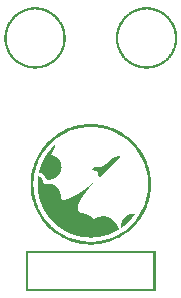
<source format=gbr>
*
%FSLAX36Y36*%
%MOIN*%
%ADD10C,1.0000*%
G36*
X141809Y611766D02*
G01X141917D01*
X142025D01*
X142134Y611765D01*
X142242Y611764D01*
X142350Y611763D01*
X142459Y611761D01*
X142567Y611760D01*
X142675Y611758D01*
X142784Y611755D01*
X142892Y611753D01*
X143000Y611750D01*
X143109Y611747D01*
X143217Y611743D01*
X143325Y611739D01*
X143433Y611735D01*
X143542Y611731D01*
X143650Y611726D01*
X143758Y611722D01*
X143867Y611716D01*
X143975Y611711D01*
X144083Y611705D01*
X144191Y611699D01*
X144300Y611693D01*
X144408Y611686D01*
X144516Y611679D01*
X144624Y611672D01*
X144732Y611665D01*
X144841Y611657D01*
X144949Y611649D01*
X145057Y611640D01*
X145165Y611632D01*
X145273Y611623D01*
X145381Y611614D01*
X145490Y611604D01*
X145598Y611594D01*
X145706Y611584D01*
X145814Y611574D01*
X145922Y611563D01*
X146030Y611553D01*
X146138Y611541D01*
X146246Y611530D01*
X146354Y611518D01*
X146462Y611506D01*
X146570Y611494D01*
X146678Y611481D01*
X146785Y611468D01*
X146893Y611455D01*
X147001Y611442D01*
X147109Y611428D01*
X147217Y611414D01*
X147324Y611399D01*
X147432Y611385D01*
X147540Y611370D01*
X147502Y611313D01*
X147463Y611256D01*
X147425Y611198D01*
X147387Y611141D01*
X147348Y611084D01*
X147310Y611027D01*
X147272Y610970D01*
X147233Y610913D01*
X147195Y610856D01*
X147156Y610799D01*
X147118Y610742D01*
X147079Y610685D01*
X147041Y610628D01*
X147002Y610571D01*
X146964Y610514D01*
X146925Y610457D01*
X146887Y610400D01*
X146848Y610343D01*
X146809Y610286D01*
X146771Y610229D01*
X146732Y610172D01*
X146693Y610116D01*
X146654Y610059D01*
X146616Y610002D01*
X146577Y609945D01*
X146538Y609888D01*
X146499Y609831D01*
X146460Y609774D01*
X146421Y609718D01*
X146383Y609661D01*
X146344Y609604D01*
X146305Y609547D01*
X146266Y609490D01*
X146227Y609434D01*
X146188Y609377D01*
X146149Y609320D01*
X146109Y609263D01*
X146070Y609207D01*
X146031Y609150D01*
X145992Y609093D01*
X145953Y609037D01*
X145914Y608980D01*
X145874Y608923D01*
X145835Y608867D01*
X145796Y608810D01*
X145757Y608753D01*
X145717Y608697D01*
X145678Y608640D01*
X145639Y608584D01*
X145599Y608527D01*
X145560Y608470D01*
X145520Y608414D01*
X145481Y608357D01*
X145441Y608301D01*
X145402Y608244D01*
X145362Y608188D01*
X145323Y608131D01*
X145283Y608075D01*
X145243Y608018D01*
X145204Y607962D01*
X145164Y607905D01*
X145124Y607849D01*
X145085Y607792D01*
X145045Y607736D01*
X145005Y607680D01*
X144965Y607623D01*
X144926Y607567D01*
X144886Y607510D01*
X144846Y607454D01*
X144806Y607398D01*
X144766Y607341D01*
X144726Y607285D01*
X144686Y607229D01*
X144646Y607172D01*
X144606Y607116D01*
X144566Y607060D01*
X144526Y607003D01*
X144486Y606947D01*
X144446Y606891D01*
X144406Y606835D01*
X144366Y606778D01*
X144326Y606722D01*
X144285Y606666D01*
X144245Y606610D01*
X144205Y606554D01*
X144165Y606497D01*
X144124Y606441D01*
X144084Y606385D01*
X144044Y606329D01*
X144003Y606273D01*
X143963Y606217D01*
X143923Y606161D01*
X143882Y606105D01*
X143842Y606049D01*
X143801Y605992D01*
X143761Y605936D01*
X143720Y605880D01*
X143680Y605824D01*
X143639Y605768D01*
X143598Y605712D01*
X143558Y605656D01*
X143517Y605600D01*
X143476Y605544D01*
X143436Y605488D01*
X143395Y605432D01*
X143354Y605376D01*
X143314Y605321D01*
X143273Y605265D01*
X143232Y605209D01*
X143191Y605153D01*
X143150Y605097D01*
X143109Y605041D01*
X143068Y604985D01*
X143027Y604929D01*
X142986Y604874D01*
X142945Y604818D01*
X142904Y604762D01*
X142863Y604706D01*
X142822Y604650D01*
X142781Y604595D01*
X142740Y604539D01*
X142699Y604483D01*
X142658Y604427D01*
X142617Y604372D01*
X142575Y604316D01*
X142534Y604260D01*
X142493Y604204D01*
X142452Y604149D01*
X142410Y604093D01*
X142369Y604037D01*
X142328Y603982D01*
X142286Y603926D01*
X142245Y603871D01*
X142203Y603815D01*
X142162Y603759D01*
X142120Y603704D01*
X142079Y603648D01*
X142037Y603593D01*
X141996Y603537D01*
X141954Y603482D01*
X141913Y603426D01*
X141871Y603371D01*
X141829Y603315D01*
X141788Y603260D01*
X141746Y603204D01*
X141704Y603149D01*
X141662Y603093D01*
X141621Y603038D01*
X141579Y602982D01*
X141537Y602927D01*
X141495Y602871D01*
X141453Y602816D01*
X141411Y602761D01*
X141369Y602705D01*
X141327Y602650D01*
X141285Y602595D01*
X141243Y602539D01*
X141201Y602484D01*
X141159Y602429D01*
X141117Y602373D01*
X141075Y602318D01*
X141033Y602263D01*
X140991Y602208D01*
X140949Y602152D01*
X140907Y602097D01*
X140864Y602042D01*
X140822Y601987D01*
X140780Y601932D01*
X140738Y601876D01*
X140695Y601821D01*
X140653Y601766D01*
X140610Y601711D01*
X140568Y601656D01*
X140526Y601601D01*
X140483Y601546D01*
X140441Y601490D01*
X140398Y601435D01*
X140356Y601380D01*
X140313Y601325D01*
X140271Y601270D01*
X140228Y601215D01*
X140185Y601160D01*
X140143Y601105D01*
X140100Y601050D01*
X140057Y600995D01*
X140015Y600940D01*
X139972Y600885D01*
X139929Y600830D01*
X139886Y600775D01*
X139844Y600720D01*
X139801Y600665D01*
X139758Y600611D01*
X139715Y600556D01*
X139672Y600501D01*
X139629Y600446D01*
X139586Y600391D01*
X139543Y600336D01*
X139500Y600281D01*
X139457Y600227D01*
X139414Y600172D01*
X139371Y600117D01*
X139328Y600062D01*
X139285Y600008D01*
X139241Y599953D01*
X139198Y599898D01*
X139155Y599843D01*
X139112Y599789D01*
X139069Y599734D01*
X139025Y599679D01*
X138982Y599625D01*
X138939Y599570D01*
X138895Y599515D01*
X138852Y599461D01*
X138808Y599406D01*
X138765Y599351D01*
X138721Y599297D01*
X138678Y599242D01*
X138634Y599188D01*
X138591Y599133D01*
X138547Y599079D01*
X138504Y599024D01*
X138460Y598970D01*
X138417Y598915D01*
X138373Y598861D01*
X138329Y598806D01*
X138285Y598752D01*
X138242Y598697D01*
X138198Y598643D01*
X138154Y598588D01*
X138110Y598534D01*
X138066Y598479D01*
X138023Y598425D01*
X137979Y598371D01*
X137935Y598316D01*
X137891Y598262D01*
X137847Y598208D01*
X137803Y598153D01*
X137759Y598099D01*
X137715Y598045D01*
X137671Y597990D01*
X137627Y597936D01*
X137583Y597882D01*
X137538Y597828D01*
X137494Y597773D01*
X137450Y597719D01*
X137406Y597665D01*
X137362Y597611D01*
X137317Y597557D01*
X137273Y597502D01*
X137229Y597448D01*
X137184Y597394D01*
X137140Y597340D01*
X137096Y597286D01*
X137051Y597232D01*
X137007Y597178D01*
X136962Y597124D01*
X136918Y597069D01*
X136873Y597015D01*
X136829Y596961D01*
X136784Y596907D01*
X136739Y596853D01*
X136695Y596799D01*
X136650Y596745D01*
X136606Y596691D01*
X136561Y596637D01*
X136516Y596583D01*
X136471Y596530D01*
X136427Y596476D01*
X136382Y596422D01*
X136337Y596368D01*
X136292Y596314D01*
X136247Y596260D01*
X136202Y596206D01*
X136157Y596152D01*
X136112Y596099D01*
X136067Y596045D01*
X136022Y595991D01*
X135977Y595937D01*
X135932Y595883D01*
X135887Y595830D01*
X135842Y595776D01*
X135797Y595722D01*
X135752Y595668D01*
X135707Y595615D01*
X135662Y595561D01*
X135616Y595507D01*
X135571Y595454D01*
X135526Y595400D01*
X135480Y595346D01*
X135435Y595293D01*
X135390Y595239D01*
X135344Y595185D01*
X135299Y595132D01*
X135254Y595078D01*
X135208Y595025D01*
X135163Y594971D01*
X135117Y594918D01*
X135072Y594864D01*
X135026Y594811D01*
X134980Y594757D01*
X134935Y594704D01*
X134889Y594650D01*
X134843Y594597D01*
X134798Y594543D01*
X134752Y594490D01*
X134706Y594436D01*
X134661Y594383D01*
X134615Y594330D01*
X134569Y594276D01*
X134523Y594223D01*
X134477Y594170D01*
X134431Y594116D01*
X134385Y594063D01*
X134339Y594010D01*
X134293Y593956D01*
X134247Y593903D01*
X134201Y593850D01*
X134155Y593796D01*
X134109Y593743D01*
X134063Y593690D01*
X134017Y593637D01*
X133971Y593584D01*
X133925Y593530D01*
X133879Y593477D01*
X133832Y593424D01*
X133786Y593371D01*
X133740Y593318D01*
X133693Y593265D01*
X133647Y593212D01*
X133601Y593158D01*
X133554Y593105D01*
X133508Y593052D01*
X133462Y592999D01*
X133415Y592946D01*
X133369Y592893D01*
X133322Y592840D01*
X133276Y592787D01*
X133229Y592734D01*
X133182Y592681D01*
X133136Y592628D01*
X133089Y592575D01*
X133043Y592522D01*
X132996Y592469D01*
X132949Y592417D01*
X132902Y592364D01*
X132856Y592311D01*
X132809Y592258D01*
X132762Y592205D01*
X132715Y592152D01*
X132668Y592099D01*
X132621Y592047D01*
X132574Y591994D01*
X132528Y591941D01*
X132481Y591888D01*
X132434Y591836D01*
X132387Y591783D01*
X132339Y591730D01*
X132292Y591677D01*
X132245Y591625D01*
X132198Y591572D01*
X132119Y591483D01*
X132039Y591395D01*
X131960Y591306D01*
X131880Y591217D01*
X131801Y591129D01*
X131721Y591040D01*
X131641Y590952D01*
X131561Y590864D01*
X131482Y590775D01*
X131402Y590687D01*
X131322Y590599D01*
X131242Y590511D01*
X131162Y590423D01*
X131082Y590335D01*
X131002Y590247D01*
X130922Y590160D01*
X130842Y590072D01*
X130761Y589984D01*
X130681Y589897D01*
X130601Y589809D01*
X130521Y589722D01*
X130440Y589634D01*
X130360Y589547D01*
X130279Y589460D01*
X130199Y589373D01*
X130118Y589286D01*
X130038Y589199D01*
X129957Y589112D01*
X129876Y589025D01*
X129796Y588938D01*
X129715Y588851D01*
X129634Y588764D01*
X129553Y588678D01*
X129472Y588591D01*
X129391Y588505D01*
X129310Y588418D01*
X129229Y588332D01*
X129148Y588245D01*
X129067Y588159D01*
X128986Y588073D01*
X128904Y587987D01*
X128823Y587901D01*
X128742Y587815D01*
X128660Y587729D01*
X128579Y587643D01*
X128497Y587557D01*
X128416Y587472D01*
X128334Y587386D01*
X128253Y587300D01*
X128171Y587215D01*
X128089Y587129D01*
X128008Y587044D01*
X127926Y586959D01*
X127844Y586874D01*
X127762Y586788D01*
X127680Y586703D01*
X127598Y586618D01*
X127516Y586533D01*
X127434Y586448D01*
X127352Y586363D01*
X127270Y586279D01*
X127188Y586194D01*
X127106Y586109D01*
X127023Y586025D01*
X126941Y585940D01*
X126859Y585856D01*
X126776Y585771D01*
X126694Y585687D01*
X126612Y585603D01*
X126529Y585519D01*
X126446Y585435D01*
X126364Y585350D01*
X126281Y585266D01*
X126198Y585183D01*
X126116Y585099D01*
X126033Y585015D01*
X125950Y584931D01*
X125867Y584848D01*
X125784Y584764D01*
X125701Y584680D01*
X125618Y584597D01*
X125535Y584514D01*
X125452Y584430D01*
X125369Y584347D01*
X125286Y584264D01*
X125203Y584181D01*
X125119Y584098D01*
X125036Y584015D01*
X124953Y583932D01*
X124869Y583849D01*
X124786Y583766D01*
X124702Y583683D01*
X124619Y583601D01*
X124535Y583518D01*
X124452Y583436D01*
X124368Y583353D01*
X124284Y583271D01*
X124201Y583189D01*
X124117Y583106D01*
X124033Y583024D01*
X123949Y582942D01*
X123865Y582860D01*
X123781Y582778D01*
X123697Y582696D01*
X123613Y582614D01*
X123529Y582532D01*
X123445Y582451D01*
X123361Y582369D01*
X123277Y582287D01*
X123193Y582206D01*
X123108Y582124D01*
X123024Y582043D01*
X122940Y581962D01*
X122855Y581880D01*
X122771Y581799D01*
X122686Y581718D01*
X122602Y581637D01*
X122517Y581556D01*
X122432Y581475D01*
X122348Y581394D01*
X122263Y581314D01*
X122178Y581233D01*
X122093Y581152D01*
X122009Y581072D01*
X121924Y580991D01*
X121839Y580911D01*
X121754Y580830D01*
X121669Y580750D01*
X121584Y580670D01*
X121499Y580589D01*
X121414Y580509D01*
X121328Y580429D01*
X121243Y580349D01*
X121158Y580269D01*
X121073Y580189D01*
X120987Y580110D01*
X120902Y580030D01*
X120816Y579950D01*
X120731Y579871D01*
X120646Y579791D01*
X120560Y579712D01*
X120474Y579632D01*
X120389Y579553D01*
X120303Y579474D01*
X120217Y579394D01*
X120132Y579315D01*
X120046Y579236D01*
X119960Y579157D01*
X119874Y579078D01*
X119788Y578999D01*
X119702Y578921D01*
X119616Y578842D01*
X119530Y578763D01*
X119444Y578685D01*
X119358Y578606D01*
X119272Y578528D01*
X119186Y578449D01*
X119099Y578371D01*
X119013Y578292D01*
X118927Y578214D01*
X118840Y578136D01*
X118754Y578058D01*
X118668Y577980D01*
X118581Y577902D01*
X118495Y577824D01*
X118408Y577746D01*
X118321Y577669D01*
X118235Y577591D01*
X118148Y577513D01*
X118061Y577436D01*
X117975Y577358D01*
X117888Y577281D01*
X117801Y577204D01*
X117714Y577126D01*
X117627Y577049D01*
X117540Y576972D01*
X117453Y576895D01*
X117366Y576818D01*
X117279Y576741D01*
X117192Y576664D01*
X117105Y576587D01*
X117017Y576510D01*
X116930Y576434D01*
X116843Y576357D01*
X116756Y576281D01*
X116668Y576204D01*
X116581Y576128D01*
X116493Y576051D01*
X116406Y575975D01*
X116318Y575899D01*
X116231Y575823D01*
X116143Y575747D01*
X116055Y575671D01*
X115968Y575595D01*
X115880Y575519D01*
X115792Y575443D01*
X115704Y575367D01*
X115617Y575291D01*
X115529Y575216D01*
X115441Y575140D01*
X115353Y575065D01*
X115265Y574989D01*
X115177Y574914D01*
X115089Y574839D01*
X115001Y574763D01*
X114912Y574688D01*
X114824Y574613D01*
X114736Y574538D01*
X114648Y574463D01*
X114559Y574388D01*
X114471Y574313D01*
X114383Y574239D01*
X114294Y574164D01*
X114206Y574089D01*
X114117Y574015D01*
X114029Y573940D01*
X113940Y573866D01*
X113851Y573791D01*
X113763Y573717D01*
X113674Y573643D01*
X113585Y573569D01*
X113497Y573495D01*
X113408Y573420D01*
X113319Y573346D01*
X113230Y573273D01*
X113141Y573199D01*
X113052Y573125D01*
X112963Y573051D01*
X112874Y572978D01*
X112785Y572904D01*
X112696Y572830D01*
X112607Y572757D01*
X112517Y572684D01*
X112428Y572610D01*
X112339Y572537D01*
X112249Y572464D01*
X112160Y572391D01*
X112071Y572318D01*
X111981Y572245D01*
X111892Y572172D01*
X111802Y572099D01*
X111713Y572026D01*
X111623Y571953D01*
X111534Y571881D01*
X111444Y571808D01*
X111354Y571736D01*
X111264Y571663D01*
X111175Y571591D01*
X111085Y571518D01*
X110995Y571446D01*
X110905Y571374D01*
X110815Y571302D01*
X110725Y571230D01*
X110635Y571158D01*
X110545Y571086D01*
X110455Y571014D01*
X110365Y570942D01*
X110275Y570870D01*
X110185Y570799D01*
X110094Y570727D01*
X110004Y570656D01*
X109914Y570584D01*
X109824Y570513D01*
X109733Y570441D01*
X109643Y570370D01*
X109552Y570299D01*
X109462Y570228D01*
X109371Y570157D01*
X109281Y570086D01*
X109190Y570015D01*
X109099Y569944D01*
X109009Y569873D01*
X108918Y569802D01*
X108827Y569732D01*
X108737Y569661D01*
X108646Y569590D01*
X108555Y569520D01*
X108464Y569450D01*
X108373Y569379D01*
X108282Y569309D01*
X108191Y569239D01*
X108100Y569169D01*
X108009Y569098D01*
X107918Y569028D01*
X107827Y568958D01*
X107736Y568889D01*
X107644Y568819D01*
X107553Y568749D01*
X107462Y568679D01*
X107370Y568610D01*
X107279Y568540D01*
X107188Y568471D01*
X107096Y568401D01*
X107005Y568332D01*
X106913Y568263D01*
X106822Y568193D01*
X106730Y568124D01*
X106639Y568055D01*
X106547Y567986D01*
X106455Y567917D01*
X106363Y567848D01*
X106272Y567779D01*
X106180Y567710D01*
X106088Y567642D01*
X105996Y567573D01*
X105904Y567505D01*
X105812Y567436D01*
X105720Y567368D01*
X105628Y567299D01*
X105536Y567231D01*
X105444Y567163D01*
X105352Y567094D01*
X105260Y567026D01*
X105168Y566958D01*
X105075Y566890D01*
X104983Y566822D01*
X104891Y566755D01*
X104799Y566687D01*
X104706Y566619D01*
X104614Y566551D01*
X104521Y566484D01*
X104429Y566416D01*
X104336Y566349D01*
X104244Y566281D01*
X104151Y566214D01*
X104059Y566147D01*
X103966Y566080D01*
X103873Y566012D01*
X103781Y565945D01*
X103688Y565878D01*
X103595Y565811D01*
X103502Y565745D01*
X103409Y565678D01*
X103316Y565611D01*
X103224Y565544D01*
X103131Y565478D01*
X103038Y565411D01*
X102945Y565345D01*
X102851Y565278D01*
X102758Y565212D01*
X102665Y565146D01*
X102572Y565080D01*
X102479Y565013D01*
X102386Y564947D01*
X102292Y564881D01*
X102199Y564815D01*
X102106Y564749D01*
X102012Y564684D01*
X101919Y564618D01*
X101825Y564552D01*
X101732Y564487D01*
X101638Y564421D01*
X101545Y564356D01*
X101451Y564290D01*
X101358Y564225D01*
X101264Y564159D01*
X101170Y564094D01*
X101077Y564029D01*
X100983Y563964D01*
X100889Y563899D01*
X100875Y563997D01*
X100862Y564095D01*
X100849Y564194D01*
X100836Y564292D01*
X100823Y564390D01*
X100810Y564489D01*
X100798Y564587D01*
X100786Y564686D01*
X100774Y564784D01*
X100763Y564882D01*
X100751Y564981D01*
X100740Y565080D01*
X100729Y565178D01*
X100719Y565277D01*
X100708Y565375D01*
X100698Y565474D01*
X100688Y565572D01*
X100678Y565671D01*
X100669Y565770D01*
X100660Y565869D01*
X100650Y565967D01*
X100642Y566066D01*
X100633Y566165D01*
X100625Y566263D01*
X100617Y566362D01*
X100609Y566461D01*
X100601Y566560D01*
X100594Y566659D01*
X100586Y566758D01*
X100580Y566856D01*
X100573Y566955D01*
X100566Y567054D01*
X100560Y567153D01*
X100554Y567252D01*
X100548Y567351D01*
X100543Y567450D01*
X100537Y567549D01*
X100532Y567648D01*
X100527Y567747D01*
X100523Y567846D01*
X100518Y567945D01*
X100514Y568044D01*
X100510Y568143D01*
X100507Y568242D01*
X100503Y568341D01*
X100500Y568440D01*
X100497Y568539D01*
X100494Y568638D01*
X100492Y568738D01*
X100489Y568837D01*
X100487Y568936D01*
X100485Y569035D01*
X100484Y569134D01*
X100483Y569233D01*
X100481Y569332D01*
X100480Y569431D01*
Y569530D01*
X100479Y569630D01*
Y569729D01*
Y569828D01*
Y569927D01*
X100480Y570026D01*
X100481Y570125D01*
X100482Y570225D01*
X100483Y570324D01*
X100484Y570423D01*
X100486Y570522D01*
X100488Y570621D01*
X100490Y570720D01*
X100492Y570819D01*
X100495Y570919D01*
X100498Y571018D01*
X100501Y571117D01*
X100504Y571216D01*
X100508Y571315D01*
X100512Y571414D01*
X100516Y571513D01*
X100520Y571612D01*
X100524Y571712D01*
X100529Y571811D01*
X100534Y571910D01*
X100539Y572009D01*
X100544Y572108D01*
X100550Y572207D01*
X100556Y572306D01*
X100562Y572405D01*
X100568Y572504D01*
X100575Y572603D01*
X100582Y572702D01*
X100589Y572801D01*
X100596Y572900D01*
X100604Y572999D01*
X100611Y573098D01*
X100619Y573197D01*
X100628Y573296D01*
X100636Y573395D01*
X100645Y573494D01*
X100654Y573593D01*
X100663Y573692D01*
X100672Y573791D01*
X100682Y573889D01*
X100692Y573988D01*
X100702Y574087D01*
X100712Y574186D01*
X100723Y574285D01*
X100733Y574384D01*
X100744Y574482D01*
X100756Y574581D01*
X100767Y574680D01*
X100779Y574778D01*
X100791Y574877D01*
X100803Y574976D01*
X100815Y575074D01*
X100828Y575173D01*
X100841Y575272D01*
X100854Y575370D01*
X100868Y575469D01*
X100881Y575567D01*
X100895Y575666D01*
X100909Y575764D01*
X100923Y575863D01*
X100938Y575961D01*
X100953Y576060D01*
X100968Y576158D01*
X100983Y576256D01*
X100998Y576355D01*
X101014Y576453D01*
X101030Y576551D01*
X101046Y576649D01*
X101063Y576748D01*
X101079Y576846D01*
X101096Y576944D01*
X101113Y577042D01*
X101131Y577140D01*
X101148Y577238D01*
X101166Y577336D01*
X101184Y577434D01*
X101203Y577532D01*
X101221Y577630D01*
X101240Y577728D01*
X101259Y577826D01*
X101278Y577924D01*
X101298Y578022D01*
X101317Y578119D01*
X101337Y578217D01*
X101357Y578315D01*
X101378Y578412D01*
X101399Y578510D01*
X101419Y578608D01*
X101441Y578705D01*
X101462Y578803D01*
X101484Y578900D01*
X101505Y578998D01*
X101527Y579095D01*
X101550Y579192D01*
X101572Y579290D01*
X101595Y579387D01*
X101618Y579484D01*
X101641Y579581D01*
X101665Y579679D01*
X101689Y579776D01*
X101713Y579873D01*
X101737Y579970D01*
X101761Y580067D01*
X101786Y580164D01*
X101811Y580260D01*
X101836Y580357D01*
X101861Y580454D01*
X101887Y580551D01*
X101913Y580648D01*
X101939Y580744D01*
X101965Y580841D01*
X101992Y580937D01*
X102018Y581034D01*
X102045Y581130D01*
X102073Y581227D01*
X102100Y581323D01*
X102128Y581419D01*
X102156Y581516D01*
X102184Y581612D01*
X102213Y581708D01*
X102241Y581804D01*
X102270Y581900D01*
X102299Y581996D01*
X102329Y582092D01*
X102358Y582188D01*
X102388Y582284D01*
X102418Y582380D01*
X102449Y582476D01*
X102479Y582571D01*
X102510Y582667D01*
X102541Y582762D01*
X102572Y582858D01*
X102604Y582953D01*
X102636Y583049D01*
X102668Y583144D01*
X102700Y583239D01*
X102732Y583335D01*
X102765Y583430D01*
X102798Y583525D01*
X102831Y583620D01*
X102864Y583715D01*
X102898Y583810D01*
X102932Y583905D01*
X102966Y584000D01*
X103000Y584094D01*
X103035Y584189D01*
X103070Y584284D01*
X103105Y584378D01*
X103140Y584473D01*
X103176Y584567D01*
X103212Y584661D01*
X103248Y584756D01*
X103284Y584850D01*
X103320Y584944D01*
X103357Y585038D01*
X103394Y585132D01*
X103431Y585226D01*
X103469Y585320D01*
X103506Y585414D01*
X103544Y585508D01*
X103582Y585601D01*
X103621Y585695D01*
X103659Y585788D01*
X103698Y585882D01*
X103737Y585975D01*
X103777Y586069D01*
X103816Y586162D01*
X103856Y586255D01*
X103896Y586348D01*
X103937Y586441D01*
X103977Y586534D01*
X104018Y586627D01*
X104059Y586720D01*
X104100Y586813D01*
X104142Y586905D01*
X104183Y586998D01*
X104225Y587090D01*
X104267Y587183D01*
X104310Y587275D01*
X104352Y587367D01*
X104395Y587460D01*
X104439Y587552D01*
X104482Y587644D01*
X104526Y587736D01*
X104569Y587828D01*
X104613Y587919D01*
X104658Y588011D01*
X104702Y588103D01*
X104747Y588194D01*
X104792Y588286D01*
X104838Y588377D01*
X104883Y588468D01*
X104929Y588560D01*
X104975Y588651D01*
X105021Y588742D01*
X105068Y588833D01*
X105114Y588924D01*
X105161Y589015D01*
X105208Y589105D01*
X105256Y589196D01*
X105303Y589286D01*
X105351Y589377D01*
X105400Y589467D01*
X105448Y589557D01*
X105497Y589648D01*
X105545Y589738D01*
X105595Y589828D01*
X105644Y589918D01*
X105693Y590007D01*
X105743Y590097D01*
X105793Y590187D01*
X105844Y590276D01*
X105894Y590366D01*
X105945Y590455D01*
X105996Y590544D01*
X106047Y590634D01*
X106099Y590723D01*
X106150Y590812D01*
X106202Y590901D01*
X106255Y590989D01*
X106307Y591078D01*
X106360Y591167D01*
X106413Y591255D01*
X106466Y591344D01*
X106519Y591432D01*
X106573Y591520D01*
X106627Y591608D01*
X106681Y591696D01*
X106735Y591784D01*
X106790Y591872D01*
X106844Y591960D01*
X106900Y592047D01*
X106955Y592135D01*
X107010Y592222D01*
X107066Y592310D01*
X107122Y592397D01*
X107179Y592484D01*
X107235Y592571D01*
X107292Y592658D01*
X107349Y592745D01*
X107406Y592831D01*
X107463Y592918D01*
X107521Y593004D01*
X107579Y593091D01*
X107637Y593177D01*
X107696Y593263D01*
X107754Y593349D01*
X107813Y593435D01*
X107872Y593521D01*
X107932Y593607D01*
X107991Y593692D01*
X108051Y593778D01*
X108111Y593863D01*
X108172Y593948D01*
X108232Y594033D01*
X108293Y594119D01*
X108354Y594203D01*
X108415Y594288D01*
X108477Y594373D01*
X108539Y594458D01*
X108601Y594542D01*
X108663Y594626D01*
X108725Y594711D01*
X108788Y594795D01*
X108851Y594879D01*
X108914Y594963D01*
X108978Y595047D01*
X109042Y595130D01*
X109106Y595214D01*
X109170Y595297D01*
X109234Y595381D01*
X109299Y595464D01*
X109364Y595547D01*
X109429Y595630D01*
X109494Y595713D01*
X109560Y595795D01*
X109626Y595878D01*
X109692Y595961D01*
X109758Y596043D01*
X109825Y596125D01*
X109891Y596207D01*
X109959Y596289D01*
X110026Y596371D01*
X110093Y596453D01*
X110161Y596534D01*
X110229Y596616D01*
X110297Y596697D01*
X110366Y596779D01*
X110435Y596860D01*
X110504Y596941D01*
X110573Y597022D01*
X110642Y597102D01*
X110712Y597183D01*
X110782Y597263D01*
X110852Y597344D01*
X110923Y597424D01*
X110993Y597504D01*
X111064Y597584D01*
X111135Y597664D01*
X111136Y597665D01*
X111137Y597666D01*
X111138Y597667D01*
X111139Y597668D01*
X111140Y597669D01*
X111141Y597670D01*
X111142Y597671D01*
Y597672D01*
X111143Y597673D01*
X111144Y597674D01*
X111145Y597675D01*
X111146Y597676D01*
Y597677D01*
X111147D01*
X111148Y597678D01*
X111149Y597679D01*
X111150Y597680D01*
Y597681D01*
X111151Y597682D01*
X111152Y597683D01*
X111153Y597684D01*
X111154D01*
X111155Y597685D01*
Y597686D01*
X111156Y597687D01*
X111157Y597688D01*
X111158Y597689D01*
X111159Y597690D01*
Y597691D01*
X111160Y597692D01*
X111161D01*
X111162Y597693D01*
X111163Y597694D01*
X111164Y597695D01*
X111165Y597696D01*
Y597697D01*
X111166Y597698D01*
X111167D01*
X111168Y597699D01*
X111169Y597700D01*
X111170Y597701D01*
Y597702D01*
X111171Y597703D01*
X111172Y597704D01*
X111173D01*
X111174Y597705D01*
X111175Y597706D01*
X111176Y597707D01*
X111177Y597708D01*
Y597709D01*
X111178Y597710D01*
X111179D01*
X111180Y597711D01*
X111181Y597712D01*
X111182Y597713D01*
X111183Y597714D01*
X111184Y597715D01*
X111185Y597716D01*
X111186Y597717D01*
X111187Y597718D01*
X111188Y597719D01*
X111189Y597720D01*
X111190D01*
X111191Y597721D01*
X111192Y597722D01*
Y597723D01*
X111193Y597724D01*
X111194Y597725D01*
X111195D01*
X111196Y597726D01*
X111197Y597727D01*
X111198Y597728D01*
X111199Y597729D01*
X111200Y597730D01*
X111201D01*
X111202Y597731D01*
Y597732D01*
X111203Y597733D01*
X111204Y597734D01*
X111205D01*
X111206Y597735D01*
X111207Y597736D01*
X111208Y597737D01*
X111209Y597738D01*
X111210D01*
X111211Y597739D01*
X111212Y597740D01*
X111213Y597741D01*
Y597742D01*
X111214Y597743D01*
X111215D01*
X111216Y597744D01*
X111217Y597745D01*
X111218Y597746D01*
X111219Y597747D01*
X111220D01*
X111221Y597748D01*
X111222Y597749D01*
X111223Y597750D01*
X111224Y597751D01*
X111225D01*
X111226Y597752D01*
X111227Y597753D01*
X111228Y597754D01*
Y597755D01*
X111229D01*
X111230Y597756D01*
X111231Y597757D01*
X111232Y597758D01*
X111233Y597759D01*
X111234D01*
X111235Y597760D01*
X111236Y597761D01*
X111237Y597762D01*
X111238Y597763D01*
X111239D01*
X111240Y597764D01*
X111241Y597765D01*
X111242Y597766D01*
X111243D01*
X111244Y597767D01*
X111245Y597768D01*
X111246Y597769D01*
X111247Y597770D01*
X111248D01*
X111249Y597771D01*
Y597772D01*
X111250Y597773D01*
X111251Y597774D01*
X111252D01*
X111253Y597775D01*
X111254Y597776D01*
X111255Y597777D01*
X111256D01*
X111257Y597778D01*
X111258Y597779D01*
X111259Y597780D01*
X111260Y597781D01*
X111261D01*
X111262Y597782D01*
X111263Y597783D01*
X111264Y597784D01*
X111265Y597785D01*
X111266D01*
X111267Y597786D01*
X111268Y597787D01*
X111269Y597788D01*
X111270D01*
X111271Y597789D01*
X111272Y597790D01*
X111273Y597791D01*
X111274Y597792D01*
X111275D01*
X111276Y597793D01*
X111277Y597794D01*
X111278Y597795D01*
X111279D01*
X111280Y597796D01*
X111281Y597797D01*
X111282Y597798D01*
X111283Y597799D01*
X111284D01*
X111285Y597800D01*
X111286Y597801D01*
Y597802D01*
X111287D01*
X111288Y597803D01*
X111289Y597804D01*
X111290Y597805D01*
X111291Y597806D01*
X111292D01*
X111293Y597807D01*
X111294Y597808D01*
X111295Y597809D01*
X111296D01*
X111297Y597810D01*
X111298Y597811D01*
X111299Y597812D01*
X111300Y597813D01*
X111301D01*
X111302Y597814D01*
X111303Y597815D01*
X111304Y597816D01*
X111305D01*
X111306Y597817D01*
X111307Y597818D01*
X111308Y597819D01*
X111309Y597820D01*
X111310D01*
X111311Y597821D01*
X111312Y597822D01*
X111313Y597823D01*
X111314D01*
X111315Y597824D01*
X111316Y597825D01*
X111317Y597826D01*
X111318Y597827D01*
X111319D01*
X111320Y597828D01*
X111321Y597829D01*
X111322Y597830D01*
X111323D01*
X111324Y597831D01*
X111325Y597832D01*
X111326Y597833D01*
X111327Y597834D01*
X111328D01*
X111329Y597835D01*
X111330Y597836D01*
X111331Y597837D01*
X111332Y597838D01*
X111333D01*
X111334Y597839D01*
X111335Y597840D01*
X111336Y597841D01*
X111337D01*
X111338Y597842D01*
X111339Y597843D01*
Y597844D01*
X111340Y597845D01*
X111341D01*
X111342Y597846D01*
X111343Y597847D01*
X111344Y597848D01*
X111345Y597849D01*
X111346D01*
X111347Y597850D01*
X111348Y597851D01*
X111349Y597852D01*
X111350Y597853D01*
X111351D01*
X111352Y597854D01*
X111353Y597855D01*
X111354Y597856D01*
X111355Y597857D01*
X111356D01*
X111357Y597858D01*
X111358Y597859D01*
X111359Y597860D01*
X111360Y597861D01*
X111361D01*
X111362Y597862D01*
X111363Y597863D01*
X111364Y597864D01*
X111365Y597865D01*
X111366D01*
X111367Y597866D01*
X111368Y597867D01*
X111369Y597868D01*
Y597869D01*
X111370D01*
X111371Y597870D01*
X111372Y597871D01*
X111373Y597872D01*
X111374Y597873D01*
X111375D01*
X111376Y597874D01*
X111377Y597875D01*
X111378Y597876D01*
X111379Y597877D01*
X111380D01*
X111381Y597878D01*
X111382Y597879D01*
X111383Y597880D01*
X111384Y597881D01*
X111385Y597882D01*
X111386D01*
X111387Y597883D01*
Y597884D01*
X111388Y597885D01*
X111389Y597886D01*
X111390Y597887D01*
X111391D01*
X111392Y597888D01*
X111393Y597889D01*
X111394Y597890D01*
X111395Y597891D01*
X111396D01*
X111397Y597892D01*
X111398Y597893D01*
X111399Y597894D01*
X111400Y597895D01*
X111401Y597896D01*
Y597897D01*
X111402D01*
X111403Y597898D01*
X111404Y597899D01*
X111405Y597900D01*
X111406Y597901D01*
X111407Y597902D01*
X111408D01*
X111409Y597903D01*
X111410Y597904D01*
X111411Y597905D01*
X111412Y597906D01*
Y597907D01*
X111413D01*
X111414Y597908D01*
X111415Y597909D01*
X111416Y597910D01*
X111417Y597911D01*
X111418Y597912D01*
X111419Y597913D01*
X111420D01*
X111421Y597914D01*
Y597915D01*
X111422Y597916D01*
X111423Y597917D01*
X111424Y597918D01*
X111425Y597919D01*
X111426Y597920D01*
X111427D01*
X111428Y597921D01*
X111429Y597922D01*
Y597923D01*
X111430Y597924D01*
X111431Y597925D01*
X111432Y597926D01*
X111433Y597927D01*
X111434D01*
X111435Y597928D01*
Y597929D01*
X111436Y597930D01*
X111437Y597931D01*
X111438Y597932D01*
X111439Y597933D01*
X111440Y597934D01*
X111441Y597935D01*
X111442D01*
Y597936D01*
X111443Y597937D01*
X111444Y597938D01*
X111445Y597939D01*
X111446Y597940D01*
X111447Y597941D01*
Y597942D01*
X111448Y597943D01*
X111449Y597944D01*
X111450D01*
X111451Y597945D01*
X111452Y597946D01*
Y597947D01*
X111453Y597948D01*
X111454Y597949D01*
X111455Y597950D01*
X111456Y597951D01*
X111457Y597952D01*
Y597953D01*
X111458Y597954D01*
X111459Y597955D01*
X111460Y597956D01*
X111461D01*
Y597957D01*
X111462Y597958D01*
X111463Y597959D01*
X111464Y597960D01*
X111465Y597961D01*
Y597962D01*
X111466Y597963D01*
X111467Y597964D01*
X111468Y597965D01*
X111469Y597966D01*
X111470Y597967D01*
X111471Y597968D01*
X111472Y597969D01*
X111473Y597970D01*
X111474Y597971D01*
X111475Y597972D01*
X111476Y597973D01*
X111477Y597974D01*
X111478Y597975D01*
X111479Y597976D01*
X111480Y597977D01*
X111481Y597978D01*
X111482Y597979D01*
Y597980D01*
X111483Y597981D01*
X111484Y597982D01*
X111485Y597983D01*
X111486Y597984D01*
X111487Y597985D01*
X111488Y597986D01*
X111489Y597987D01*
Y597988D01*
X111490Y597989D01*
X111491Y597990D01*
X111492Y597991D01*
X111493Y597992D01*
X111494Y597993D01*
Y597994D01*
X111495Y597995D01*
X111496Y597996D01*
X111497Y597997D01*
X111498Y597998D01*
X111499Y597999D01*
X111500Y598000D01*
Y598001D01*
X111501Y598002D01*
X111502Y598003D01*
X111503Y598004D01*
X111504Y598005D01*
X111505Y598006D01*
X111506Y598007D01*
X111507Y598008D01*
X111508Y598009D01*
X111509Y598010D01*
Y598011D01*
X111510Y598012D01*
X111511Y598013D01*
X111512Y598014D01*
X111513Y598015D01*
Y598016D01*
X111514Y598017D01*
X111515Y598018D01*
X111516Y598019D01*
X111517Y598020D01*
Y598021D01*
X111518Y598022D01*
X111519Y598023D01*
X111520Y598024D01*
X111521Y598025D01*
Y598026D01*
X111522Y598027D01*
X111523Y598028D01*
X111524Y598029D01*
Y598030D01*
X111525Y598031D01*
X111526Y598032D01*
X111527Y598033D01*
X111528Y598034D01*
Y598036D01*
X111529Y598037D01*
X111530Y598038D01*
X111531Y598039D01*
Y598040D01*
X111532Y598041D01*
X111533Y598042D01*
X111534Y598043D01*
Y598044D01*
X111535Y598045D01*
X111536Y598046D01*
X111537Y598047D01*
Y598048D01*
X111538Y598049D01*
X111539Y598050D01*
X111540Y598051D01*
Y598052D01*
X111541Y598053D01*
X111542Y598054D01*
X111543Y598055D01*
Y598056D01*
X111544Y598057D01*
X111545Y598058D01*
X111546Y598059D01*
Y598060D01*
X111547Y598061D01*
X111548Y598062D01*
X111549Y598063D01*
Y598064D01*
X111550Y598065D01*
X111551Y598066D01*
X111552Y598067D01*
Y598068D01*
X111553Y598069D01*
X111554Y598070D01*
Y598071D01*
X111555Y598072D01*
X111556Y598073D01*
X111557Y598074D01*
Y598075D01*
X111558Y598076D01*
X111559Y598078D01*
X111560Y598079D01*
Y598080D01*
X111561Y598081D01*
X111562Y598082D01*
Y598083D01*
X111563Y598084D01*
X111564Y598085D01*
X111565Y598086D01*
Y598087D01*
X111566Y598088D01*
X111567Y598089D01*
Y598090D01*
X111568Y598091D01*
X111569Y598092D01*
X111570Y598093D01*
Y598094D01*
X111571Y598095D01*
X111572Y598096D01*
Y598097D01*
X111573Y598098D01*
X111574Y598099D01*
X111575Y598100D01*
Y598101D01*
X111576Y598102D01*
X111577Y598104D01*
Y598105D01*
X111578Y598106D01*
X111579Y598107D01*
Y598108D01*
X111580Y598109D01*
X111581Y598110D01*
X111582Y598111D01*
Y598112D01*
X111583Y598113D01*
X111584Y598114D01*
Y598115D01*
X111585Y598116D01*
X111586Y598117D01*
Y598118D01*
X111587Y598119D01*
X111588Y598120D01*
Y598121D01*
X111589Y598122D01*
X111590Y598123D01*
X111591Y598124D01*
Y598126D01*
X111592Y598127D01*
X111593Y598128D01*
Y598129D01*
X111594Y598130D01*
X111595Y598131D01*
Y598132D01*
X111596Y598133D01*
X111597Y598134D01*
Y598135D01*
X111598Y598136D01*
X111599Y598137D01*
X111600Y598138D01*
Y598139D01*
X111601Y598140D01*
X111602Y598141D01*
Y598142D01*
X111603Y598143D01*
X111604Y598144D01*
Y598145D01*
X111605Y598147D01*
X111606Y598148D01*
Y598149D01*
X111607Y598150D01*
X111608Y598151D01*
Y598152D01*
X111609Y598153D01*
X111610Y598154D01*
X111611Y598155D01*
Y598156D01*
X111612Y598157D01*
X111613Y598158D01*
Y598159D01*
X111614Y598160D01*
X111615Y598161D01*
Y598162D01*
X111616Y598163D01*
X111617Y598164D01*
Y598165D01*
X111618Y598166D01*
X111619Y598167D01*
Y598169D01*
X111620Y598170D01*
X111621Y598171D01*
X111622Y598172D01*
Y598173D01*
X111623Y598174D01*
X111624Y598175D01*
Y598176D01*
X111625Y598177D01*
X111626Y598178D01*
Y598179D01*
X111627Y598180D01*
X111628Y598181D01*
Y598182D01*
X111629Y598183D01*
X111630Y598184D01*
Y598185D01*
X111631Y598186D01*
X111632Y598187D01*
X111633Y598188D01*
Y598189D01*
X111634Y598191D01*
X111635Y598192D01*
Y598193D01*
X111636Y598194D01*
X111637Y598195D01*
Y598196D01*
X111638Y598197D01*
X111639Y598198D01*
X111640Y598199D01*
Y598200D01*
X111641Y598201D01*
X111642Y598202D01*
Y598203D01*
X111643Y598204D01*
X111644Y598205D01*
Y598206D01*
X111645Y598207D01*
X111646Y598208D01*
X111647Y598209D01*
Y598210D01*
X111648Y598211D01*
X111649Y598212D01*
Y598213D01*
X111650Y598214D01*
X111651Y598215D01*
Y598216D01*
X111652Y598218D01*
X111653Y598219D01*
X111654Y598220D01*
Y598221D01*
X111655Y598222D01*
X111656Y598223D01*
Y598224D01*
X111657Y598225D01*
X111658Y598226D01*
X111659Y598227D01*
Y598228D01*
X111660Y598229D01*
X111661Y598230D01*
Y598231D01*
X111662Y598232D01*
X111663Y598233D01*
X111664Y598234D01*
Y598235D01*
X111665Y598236D01*
X111666Y598237D01*
X111667Y598238D01*
Y598239D01*
X111668Y598240D01*
X111669Y598241D01*
Y598242D01*
X111670Y598243D01*
X111671Y598244D01*
X111672Y598245D01*
Y598246D01*
X111673Y598247D01*
X111674Y598248D01*
X111675Y598249D01*
Y598250D01*
X111676Y598251D01*
X111677Y598252D01*
X111678Y598253D01*
Y598254D01*
X111679Y598255D01*
X111680Y598256D01*
X111681Y598257D01*
Y598258D01*
X111682Y598259D01*
X111683Y598260D01*
X111684Y598261D01*
Y598262D01*
X111685Y598263D01*
X111686Y598264D01*
X111687Y598265D01*
Y598266D01*
X111688Y598267D01*
X111689Y598268D01*
X111690Y598269D01*
Y598270D01*
X111691Y598271D01*
X111692Y598272D01*
X111693Y598273D01*
Y598274D01*
X111694Y598275D01*
X111695Y598276D01*
X111696Y598277D01*
X111697Y598278D01*
Y598279D01*
X111698Y598280D01*
X111699Y598281D01*
X111700Y598282D01*
Y598283D01*
X111701Y598284D01*
X111702Y598285D01*
X111703Y598286D01*
X111704Y598287D01*
Y598288D01*
X111705Y598289D01*
X111706Y598290D01*
X111707Y598291D01*
X111708Y598292D01*
Y598293D01*
X111709Y598294D01*
X111710Y598295D01*
X111711Y598296D01*
X111712Y598297D01*
Y598298D01*
X111713Y598299D01*
X111714Y598300D01*
X111715Y598301D01*
X111716Y598302D01*
Y598303D01*
X111717Y598304D01*
X111718Y598305D01*
X111719Y598306D01*
X111720Y598307D01*
X111721Y598308D01*
Y598309D01*
X111722Y598310D01*
X111723Y598311D01*
X111724Y598312D01*
X111725Y598313D01*
X111726Y598314D01*
Y598315D01*
X111727Y598316D01*
X111728Y598317D01*
X111729D01*
X111730Y598318D01*
X111731Y598319D01*
X111732Y598320D01*
Y598321D01*
X111733Y598322D01*
X111734Y598323D01*
X111735Y598324D01*
X111736Y598325D01*
X111737Y598326D01*
X111738Y598327D01*
X111816Y598414D01*
X111894Y598501D01*
X111972Y598587D01*
X112051Y598674D01*
X112130Y598760D01*
X112209Y598845D01*
X112288Y598931D01*
X112367Y599016D01*
X112447Y599101D01*
X112527Y599185D01*
X112607Y599270D01*
X112687Y599354D01*
X112767Y599438D01*
X112848Y599521D01*
X112928Y599604D01*
X113009Y599687D01*
X113090Y599770D01*
X113171Y599852D01*
X113253Y599934D01*
X113334Y600016D01*
X113416Y600097D01*
X113498Y600178D01*
X113580Y600259D01*
X113663Y600340D01*
X113745Y600420D01*
X113828Y600500D01*
X113911Y600580D01*
X113994Y600660D01*
X114077Y600739D01*
X114160Y600818D01*
X114244Y600897D01*
X114328Y600975D01*
X114411Y601053D01*
X114496Y601131D01*
X114580Y601208D01*
X114664Y601286D01*
X114749Y601363D01*
X114834Y601439D01*
X114919Y601516D01*
X115004Y601592D01*
X115089Y601668D01*
X115174Y601743D01*
X115260Y601818D01*
X115346Y601893D01*
X115432Y601968D01*
X115518Y602042D01*
X115604Y602117D01*
X115690Y602190D01*
X115777Y602264D01*
X115864Y602337D01*
X115951Y602410D01*
X116038Y602483D01*
X116125Y602555D01*
X116213Y602628D01*
X116300Y602700D01*
X116388Y602771D01*
X116476Y602842D01*
X116564Y602913D01*
X116652Y602984D01*
X116740Y603055D01*
X116829Y603125D01*
X116917Y603195D01*
X117006Y603264D01*
X117095Y603334D01*
X117184Y603403D01*
X117274Y603471D01*
X117363Y603540D01*
X117453Y603608D01*
X117542Y603676D01*
X117632Y603744D01*
X117722Y603811D01*
X117813Y603878D01*
X117903Y603945D01*
X117993Y604011D01*
X118084Y604078D01*
X118175Y604143D01*
X118266Y604209D01*
X118357Y604274D01*
X118448Y604340D01*
X118539Y604404D01*
X118631Y604469D01*
X118723Y604533D01*
X118814Y604597D01*
X118906Y604661D01*
X118998Y604724D01*
X119091Y604787D01*
X119183Y604850D01*
X119276Y604913D01*
X119368Y604975D01*
X119461Y605037D01*
X119554Y605098D01*
X119647Y605160D01*
X119740Y605221D01*
X119833Y605282D01*
X119927Y605342D01*
X120021Y605403D01*
X120114Y605463D01*
X120208Y605522D01*
X120302Y605582D01*
X120396Y605641D01*
X120491Y605700D01*
X120585Y605758D01*
X120679Y605817D01*
X120774Y605875D01*
X120869Y605932D01*
X120964Y605990D01*
X121059Y606047D01*
X121154Y606104D01*
X121249Y606160D01*
X121345Y606217D01*
X121440Y606273D01*
X121536Y606328D01*
X121632Y606384D01*
X121728Y606439D01*
X121824Y606494D01*
X121920Y606549D01*
X122016Y606603D01*
X122113Y606657D01*
X122209Y606711D01*
X122306Y606764D01*
X122402Y606817D01*
X122499Y606870D01*
X122596Y606923D01*
X122693Y606975D01*
X122791Y607027D01*
X122888Y607079D01*
X122986Y607130D01*
X123083Y607182D01*
X123181Y607233D01*
X123279Y607283D01*
X123377Y607334D01*
X123475Y607384D01*
X123573Y607433D01*
X123671Y607483D01*
X123769Y607532D01*
X123868Y607581D01*
X123967Y607630D01*
X124065Y607678D01*
X124164Y607726D01*
X124263Y607774D01*
X124362Y607821D01*
X124461Y607869D01*
X124560Y607916D01*
X124660Y607962D01*
X124759Y608009D01*
X124859Y608055D01*
X124958Y608101D01*
X125058Y608146D01*
X125158Y608191D01*
X125258Y608236D01*
X125358Y608281D01*
X125458Y608325D01*
X125558Y608369D01*
X125659Y608413D01*
X125759Y608457D01*
X125860Y608500D01*
X125960Y608543D01*
X126061Y608586D01*
X126162Y608628D01*
X126263Y608670D01*
X126364Y608712D01*
X126465Y608754D01*
X126566Y608795D01*
X126668Y608836D01*
X126769Y608877D01*
X126871Y608917D01*
X126972Y608957D01*
X127074Y608997D01*
X127176Y609036D01*
X127278Y609076D01*
X127380Y609115D01*
X127482Y609153D01*
X127584Y609192D01*
X127686Y609230D01*
X127788Y609268D01*
X127891Y609305D01*
X127993Y609343D01*
X128096Y609380D01*
X128198Y609416D01*
X128301Y609453D01*
X128404Y609489D01*
X128507Y609525D01*
X128610Y609560D01*
X128713Y609596D01*
X128816Y609631D01*
X128919Y609666D01*
X129022Y609700D01*
X129126Y609734D01*
X129229Y609768D01*
X129333Y609802D01*
X129436Y609835D01*
X129540Y609868D01*
X129644Y609901D01*
X129748Y609933D01*
X129852Y609965D01*
X129956Y609997D01*
X130060Y610029D01*
X130164Y610060D01*
X130268Y610091D01*
X130372Y610122D01*
X130476Y610152D01*
X130581Y610183D01*
X130685Y610212D01*
X130790Y610242D01*
X130894Y610271D01*
X130999Y610300D01*
X131104Y610329D01*
X131209Y610358D01*
X131314Y610386D01*
X131419Y610414D01*
X131524Y610441D01*
X131629Y610469D01*
X131734Y610496D01*
X131839Y610522D01*
X131944Y610549D01*
X132049Y610575D01*
X132155Y610601D01*
X132260Y610627D01*
X132366Y610652D01*
X132471Y610677D01*
X132577Y610702D01*
X132683Y610726D01*
X132788Y610751D01*
X132894Y610774D01*
X133000Y610798D01*
X133106Y610821D01*
X133212Y610845D01*
X133318Y610867D01*
X133424Y610890D01*
X133530Y610912D01*
X133636Y610934D01*
X133742Y610956D01*
X133849Y610977D01*
X133955Y610998D01*
X134061Y611019D01*
X134168Y611039D01*
X134274Y611060D01*
X134381Y611079D01*
X134487Y611099D01*
X134594Y611118D01*
X134700Y611138D01*
X134807Y611156D01*
X134914Y611175D01*
X135021Y611193D01*
X135127Y611211D01*
X135234Y611229D01*
X135341Y611246D01*
X135448Y611263D01*
X135555Y611280D01*
X135662Y611296D01*
X135769Y611313D01*
X135876Y611329D01*
X135983Y611344D01*
X136091Y611360D01*
X136198Y611375D01*
X136305Y611389D01*
X136412Y611404D01*
X136520Y611418D01*
X136627Y611432D01*
X136734Y611446D01*
X136842Y611459D01*
X136949Y611472D01*
X137057Y611485D01*
X137164Y611498D01*
X137272Y611510D01*
X137379Y611522D01*
X137487Y611533D01*
X137595Y611545D01*
X137702Y611556D01*
X137810Y611567D01*
X137918Y611577D01*
X138025Y611587D01*
X138133Y611597D01*
X138241Y611607D01*
X138349Y611616D01*
X138457Y611626D01*
X138565Y611634D01*
X138672Y611643D01*
X138780Y611651D01*
X138888Y611659D01*
X138996Y611667D01*
X139104Y611674D01*
X139212Y611681D01*
X139320Y611688D01*
X139428Y611695D01*
X139536Y611701D01*
X139644Y611707D01*
X139753Y611712D01*
X139861Y611718D01*
X139969Y611723D01*
X140077Y611728D01*
X140185Y611732D01*
X140293Y611737D01*
X140401Y611741D01*
X140510Y611744D01*
X140618Y611748D01*
X140726Y611751D01*
X140834Y611753D01*
X140943Y611756D01*
X141051Y611758D01*
X141159Y611760D01*
X141267Y611762D01*
X141376Y611763D01*
X141484Y611764D01*
X141592Y611765D01*
X141700Y611766D01*
X141809D01*
G37*
G36*
X185869Y1300527D02*
X189441Y1300465D01*
X193009Y1300278D01*
X196569Y1299966D01*
X200115Y1299531D01*
X203644Y1298972D01*
X207151Y1298290D01*
X210633Y1297486D01*
X214084Y1296562D01*
X217501Y1295517D01*
X220879Y1294354D01*
X224214Y1293073D01*
X227503Y1291677D01*
X230742Y1290167D01*
X233925Y1288545D01*
X237050Y1286813D01*
X240113Y1284973D01*
X243109Y1283027D01*
X246036Y1280977D01*
X248889Y1278827D01*
X251666Y1276579D01*
X254363Y1274235D01*
X256976Y1271798D01*
X259502Y1269271D01*
X261939Y1266658D01*
X264283Y1263962D01*
X266531Y1261185D01*
X268682Y1258332D01*
X270731Y1255405D01*
X272677Y1252408D01*
X274517Y1249346D01*
X276249Y1246221D01*
X277871Y1243037D01*
X279381Y1239799D01*
X280778Y1236510D01*
X282058Y1233175D01*
X283221Y1229796D01*
X284266Y1226380D01*
X285191Y1222928D01*
X285994Y1219447D01*
X286676Y1215940D01*
X287235Y1212411D01*
X287670Y1208864D01*
X287982Y1205305D01*
X288169Y1201737D01*
X288231Y1198165D01*
X288169Y1194592D01*
X287982Y1191024D01*
X287670Y1187465D01*
X287235Y1183919D01*
X286676Y1180390D01*
X285994Y1176882D01*
X285191Y1173401D01*
X284266Y1169950D01*
X283221Y1166533D01*
X282058Y1163155D01*
X280778Y1159819D01*
X279381Y1156530D01*
X277871Y1153292D01*
X276249Y1150109D01*
X274517Y1146984D01*
X272677Y1143921D01*
X270731Y1140924D01*
X268682Y1137998D01*
X266531Y1135144D01*
X264283Y1132367D01*
X261939Y1129671D01*
X259502Y1127058D01*
X256976Y1124531D01*
X254363Y1122095D01*
X251666Y1119751D01*
X248889Y1117502D01*
X246036Y1115352D01*
X243109Y1113303D01*
X240113Y1111357D01*
X237050Y1109516D01*
X233925Y1107784D01*
X230742Y1106162D01*
X227503Y1104652D01*
X224214Y1103256D01*
X220879Y1101976D01*
X217501Y1100812D01*
X214084Y1099768D01*
X210633Y1098843D01*
X207151Y1098039D01*
X203644Y1097358D01*
X200115Y1096799D01*
X196569Y1096363D01*
X193009Y1096052D01*
X189441Y1095865D01*
X185869Y1095802D01*
Y1103676D01*
X189167Y1103734D01*
X192460Y1103907D01*
X195746Y1104194D01*
X199019Y1104596D01*
X202277Y1105112D01*
X205514Y1105741D01*
X208728Y1106483D01*
X211913Y1107337D01*
X215067Y1108301D01*
X218186Y1109375D01*
X221265Y1110557D01*
X224301Y1111845D01*
X227290Y1113239D01*
X230228Y1114737D01*
X233113Y1116335D01*
X235940Y1118034D01*
X238706Y1119830D01*
X241408Y1121722D01*
X244042Y1123707D01*
X246605Y1125783D01*
X249094Y1127946D01*
X251506Y1130196D01*
X253838Y1132528D01*
X256087Y1134940D01*
X258251Y1137429D01*
X260327Y1139992D01*
X262311Y1142626D01*
X264203Y1145328D01*
X265999Y1148094D01*
X267698Y1150921D01*
X269297Y1153805D01*
X270794Y1156744D01*
X272188Y1159733D01*
X273477Y1162769D01*
X274659Y1165848D01*
X275733Y1168966D01*
X276697Y1172120D01*
X277550Y1175306D01*
X278292Y1178519D01*
X278922Y1181757D01*
X279438Y1185014D01*
X279840Y1188288D01*
X280127Y1191573D01*
X280300Y1194867D01*
X280357Y1198165D01*
X280300Y1201462D01*
X280127Y1204756D01*
X279840Y1208041D01*
X279438Y1211315D01*
X278922Y1214572D01*
X278292Y1217810D01*
X277550Y1221023D01*
X276697Y1224209D01*
X275733Y1227363D01*
X274659Y1230482D01*
X273477Y1233561D01*
X272188Y1236596D01*
X270794Y1239586D01*
X269297Y1242524D01*
X267698Y1245409D01*
X265999Y1248236D01*
X264203Y1251002D01*
X262311Y1253703D01*
X260327Y1256337D01*
X258251Y1258900D01*
X256087Y1261390D01*
X253838Y1263802D01*
X251506Y1266134D01*
X249094Y1268383D01*
X246605Y1270547D01*
X244042Y1272622D01*
X241408Y1274607D01*
X238706Y1276499D01*
X235940Y1278295D01*
X233113Y1279994D01*
X230228Y1281593D01*
X227290Y1283090D01*
X224301Y1284484D01*
X221265Y1285773D01*
X218186Y1286955D01*
X215067Y1288028D01*
X211913Y1288993D01*
X208728Y1289846D01*
X205514Y1290588D01*
X202277Y1291217D01*
X199019Y1291733D01*
X195746Y1292135D01*
X192460Y1292423D01*
X189167Y1292595D01*
X185869Y1292653D01*
Y1300527D01*
X83507Y1198165D02*
X83569Y1201737D01*
X83756Y1205305D01*
X84067Y1208864D01*
X84503Y1212411D01*
X85062Y1215940D01*
X85744Y1219447D01*
X86547Y1222928D01*
X87472Y1226380D01*
X88517Y1229796D01*
X89680Y1233175D01*
X90960Y1236510D01*
X92356Y1239799D01*
X93866Y1243037D01*
X95488Y1246221D01*
X97221Y1249346D01*
X99061Y1252408D01*
X101007Y1255405D01*
X103056Y1258332D01*
X105206Y1261185D01*
X107455Y1263962D01*
X109799Y1266658D01*
X112236Y1269271D01*
X114762Y1271798D01*
X117375Y1274235D01*
X120072Y1276579D01*
X122848Y1278827D01*
X125702Y1280977D01*
X128629Y1283027D01*
X131625Y1284973D01*
X134688Y1286813D01*
X137813Y1288545D01*
X140996Y1290167D01*
X144234Y1291677D01*
X147523Y1293073D01*
X150859Y1294354D01*
X154237Y1295517D01*
X157654Y1296562D01*
X161105Y1297486D01*
X164587Y1298290D01*
X168094Y1298972D01*
X171623Y1299531D01*
X175169Y1299966D01*
X178729Y1300278D01*
X182297Y1300465D01*
X185869Y1300527D01*
Y1292653D01*
X182571Y1292595D01*
X179278Y1292423D01*
X175992Y1292135D01*
X172719Y1291733D01*
X169461Y1291217D01*
X166224Y1290588D01*
X163010Y1289846D01*
X159824Y1288993D01*
X156670Y1288028D01*
X153552Y1286955D01*
X150473Y1285773D01*
X147437Y1284484D01*
X144448Y1283090D01*
X141509Y1281593D01*
X138625Y1279994D01*
X135798Y1278295D01*
X133032Y1276499D01*
X130330Y1274607D01*
X127696Y1272622D01*
X125133Y1270547D01*
X122644Y1268383D01*
X120232Y1266134D01*
X117900Y1263802D01*
X115651Y1261390D01*
X113487Y1258900D01*
X111411Y1256337D01*
X109426Y1253703D01*
X107535Y1251002D01*
X105738Y1248236D01*
X104040Y1245409D01*
X102441Y1242524D01*
X100944Y1239586D01*
X99550Y1236596D01*
X98261Y1233561D01*
X97079Y1230482D01*
X96005Y1227363D01*
X95041Y1224209D01*
X94187Y1221023D01*
X93446Y1217810D01*
X92816Y1214572D01*
X92300Y1211315D01*
X91898Y1208041D01*
X91611Y1204756D01*
X91438Y1201462D01*
X91381Y1198165D01*
X91438Y1194867D01*
X91611Y1191573D01*
X91898Y1188288D01*
X92300Y1185014D01*
X92816Y1181757D01*
X93446Y1178519D01*
X94187Y1175306D01*
X95041Y1172120D01*
X96005Y1168966D01*
X97079Y1165848D01*
X98261Y1162769D01*
X99550Y1159733D01*
X100944Y1156744D01*
X102441Y1153805D01*
X104040Y1150921D01*
X105738Y1148094D01*
X107535Y1145328D01*
X109426Y1142626D01*
X111411Y1139992D01*
X113487Y1137429D01*
X115651Y1134940D01*
X117900Y1132528D01*
X120232Y1130196D01*
X122644Y1127946D01*
X125133Y1125783D01*
X127696Y1123707D01*
X130330Y1121722D01*
X133032Y1119830D01*
X135798Y1118034D01*
X138625Y1116335D01*
X141509Y1114737D01*
X144448Y1113239D01*
X147437Y1111845D01*
X150473Y1110557D01*
X153552Y1109375D01*
X156670Y1108301D01*
X159824Y1107337D01*
X163010Y1106483D01*
X166224Y1105741D01*
X169461Y1105112D01*
X172719Y1104596D01*
X175992Y1104194D01*
X179278Y1103907D01*
X182571Y1103734D01*
X185869Y1103676D01*
Y1095802D01*
X182297Y1095865D01*
X178729Y1096052D01*
X175169Y1096363D01*
X171623Y1096799D01*
X168094Y1097358D01*
X164587Y1098039D01*
X161105Y1098843D01*
X157654Y1099768D01*
X154237Y1100812D01*
X150859Y1101976D01*
X147523Y1103256D01*
X144234Y1104652D01*
X140996Y1106162D01*
X137813Y1107784D01*
X134688Y1109516D01*
X131625Y1111357D01*
X128629Y1113303D01*
X125702Y1115352D01*
X122848Y1117502D01*
X120072Y1119751D01*
X117375Y1122095D01*
X114762Y1124531D01*
X112236Y1127058D01*
X109799Y1129671D01*
X107455Y1132367D01*
X105206Y1135144D01*
X103056Y1137998D01*
X101007Y1140924D01*
X99061Y1143921D01*
X97221Y1146984D01*
X95488Y1150109D01*
X93866Y1153292D01*
X92356Y1156530D01*
X90960Y1159819D01*
X89680Y1163155D01*
X88517Y1166533D01*
X87472Y1169950D01*
X86547Y1173401D01*
X85744Y1176882D01*
X85062Y1180390D01*
X84503Y1183919D01*
X84067Y1187465D01*
X83756Y1191024D01*
X83569Y1194592D01*
X83507Y1198165D01*
G37*
G36*
X95176Y803509D02*
X95182D01*
X95188D01*
X95194D01*
X95200D01*
X95206D01*
X95212D01*
X95219Y803508D01*
X95225D01*
X95232D01*
X95239Y803507D01*
X95246D01*
X95253D01*
X95260Y803506D01*
X95267D01*
X95274Y803505D01*
X95282D01*
X95289Y803504D01*
X95297D01*
X95305Y803503D01*
X95313Y803502D01*
X95321D01*
X95329Y803501D01*
X95337Y803500D01*
X95346Y803499D01*
X95354D01*
X95362Y803498D01*
X95371Y803497D01*
X95380Y803496D01*
X95389Y803495D01*
X95398Y803494D01*
X95407Y803493D01*
X95416Y803492D01*
X95425Y803491D01*
X95434Y803490D01*
X95444Y803488D01*
X95453Y803487D01*
X95463Y803486D01*
X95473Y803485D01*
X95482Y803483D01*
X95492Y803482D01*
X95502Y803481D01*
X95512Y803479D01*
X95522Y803478D01*
X95533Y803476D01*
X95543Y803475D01*
X95553Y803473D01*
X95564Y803471D01*
X95574Y803470D01*
X95585Y803468D01*
X95596Y803466D01*
X95606Y803465D01*
X95617Y803463D01*
X95628Y803461D01*
X95639Y803459D01*
X95650Y803457D01*
X95661Y803456D01*
X95673Y803454D01*
X95684Y803452D01*
X95695Y803450D01*
X95707Y803448D01*
X95718Y803445D01*
X95730Y803443D01*
X95742Y803441D01*
X95753Y803439D01*
X95765Y803437D01*
X95777Y803434D01*
X95789Y803432D01*
X95801Y803430D01*
X95813Y803427D01*
X95825Y803425D01*
X95837Y803423D01*
X95849Y803420D01*
X95861Y803418D01*
X95874Y803415D01*
X95886Y803413D01*
X95898Y803410D01*
X95911Y803407D01*
X95923Y803405D01*
X95936Y803402D01*
X95949Y803399D01*
X95961Y803396D01*
X95974Y803393D01*
X95987Y803391D01*
X95999Y803388D01*
X96012Y803385D01*
X96025Y803382D01*
X96038Y803379D01*
X96051Y803376D01*
X96064Y803373D01*
X96077Y803369D01*
X96090Y803366D01*
X96103Y803363D01*
X96116Y803360D01*
X96130Y803357D01*
X96143Y803353D01*
X96156Y803350D01*
X96169Y803347D01*
X96183Y803343D01*
X96196Y803340D01*
X96209Y803336D01*
X96223Y803333D01*
X96236Y803329D01*
X96250Y803326D01*
X96263Y803322D01*
X96277Y803318D01*
X96290Y803315D01*
X96304Y803311D01*
X96317Y803307D01*
X96331Y803303D01*
X96345Y803299D01*
X96358Y803295D01*
X96372Y803292D01*
X96386Y803288D01*
X96399Y803284D01*
X96413Y803280D01*
X96427Y803275D01*
X96440Y803271D01*
X96454Y803267D01*
X96468Y803263D01*
X96482Y803259D01*
X96495Y803255D01*
X96509Y803250D01*
X96523Y803246D01*
X96537Y803242D01*
X96551Y803237D01*
X96564Y803233D01*
X96578Y803228D01*
X96592Y803224D01*
X96606Y803219D01*
X96620Y803215D01*
X96633Y803210D01*
X96647Y803205D01*
X96661Y803201D01*
X96675Y803196D01*
X96688Y803191D01*
X96702Y803186D01*
X96716Y803181D01*
X96730Y803177D01*
X96744Y803172D01*
X96757Y803167D01*
X96771Y803162D01*
X96785Y803157D01*
X96798Y803152D01*
X96812Y803146D01*
X96826Y803141D01*
X96839Y803136D01*
X96853Y803131D01*
X96867Y803126D01*
X96880Y803120D01*
X96894Y803115D01*
X96907Y803110D01*
X96921Y803104D01*
X96934Y803099D01*
X96948Y803093D01*
X96961Y803088D01*
X96975Y803082D01*
X96988Y803077D01*
X97002Y803071D01*
X97015Y803065D01*
X97028Y803060D01*
X97042Y803054D01*
X97055Y803048D01*
X97068Y803042D01*
X97081Y803036D01*
X97094Y803030D01*
X97107Y803025D01*
X97120Y803019D01*
X97134Y803013D01*
X97147Y803006D01*
X97159Y803000D01*
X97172Y802994D01*
X97185Y802988D01*
X97198Y802982D01*
X97211Y802976D01*
X97224Y802969D01*
X97236Y802963D01*
X97249Y802957D01*
X97262Y802950D01*
X97274Y802944D01*
X97287Y802937D01*
X97299Y802931D01*
X97311Y802924D01*
X97324Y802918D01*
X97336Y802911D01*
X97348Y802904D01*
X97360Y802898D01*
X97373Y802891D01*
X97385Y802884D01*
X97397Y802877D01*
X97409Y802870D01*
X97420Y802864D01*
X97432Y802857D01*
X97444Y802850D01*
X97456Y802843D01*
X97467Y802836D01*
X97479Y802829D01*
X97490Y802821D01*
X97502Y802814D01*
X97513Y802807D01*
X97525Y802800D01*
X97536Y802792D01*
X97547Y802785D01*
X97558Y802778D01*
X97569Y802770D01*
X97580Y802763D01*
X97591Y802755D01*
X97601Y802748D01*
X97612Y802740D01*
X97623Y802733D01*
X97633Y802725D01*
X97644Y802717D01*
X97654Y802710D01*
X97664Y802702D01*
X97675Y802694D01*
X97685Y802686D01*
X97695Y802679D01*
X97705Y802671D01*
X97714Y802663D01*
X97724Y802655D01*
X97734Y802647D01*
X97744Y802639D01*
X97753Y802630D01*
X97762Y802622D01*
X97772Y802614D01*
X97781Y802606D01*
X97790Y802598D01*
X97799Y802589D01*
X97808Y802581D01*
X97817Y802573D01*
X97825Y802564D01*
X97834Y802556D01*
X97843Y802547D01*
X97851Y802539D01*
X97859Y802530D01*
X97868Y802521D01*
X97876Y802513D01*
X97884Y802504D01*
X97892Y802495D01*
X97899Y802487D01*
X97907Y802478D01*
X97915Y802469D01*
X97922Y802460D01*
X97929Y802451D01*
X97937Y802442D01*
X97944Y802433D01*
X97951Y802424D01*
X97957Y802415D01*
X97964Y802406D01*
X97971Y802396D01*
X97977Y802387D01*
X97984Y802378D01*
X97990Y802369D01*
X97996Y802359D01*
X98002Y802350D01*
X98008Y802341D01*
X98014Y802331D01*
X98019Y802322D01*
X98025Y802312D01*
X98030Y802302D01*
X98036Y802293D01*
X98041Y802283D01*
X98046Y802273D01*
X98051Y802264D01*
X98055Y802254D01*
X98060Y802244D01*
X98064Y802234D01*
X98069Y802224D01*
X98073Y802214D01*
X98077Y802204D01*
X98081Y802194D01*
X98085Y802184D01*
X98088Y802174D01*
X98092Y802164D01*
X98095Y802154D01*
X98098Y802144D01*
X98101Y802133D01*
X98104Y802123D01*
X98107Y802113D01*
X98110Y802102D01*
X98112Y802092D01*
X98114Y802081D01*
X98117Y802071D01*
X98119Y802060D01*
X98120Y802050D01*
X98122Y802039D01*
X98124Y802028D01*
X98125Y802018D01*
X98126Y802007D01*
X98127Y801996D01*
X98128Y801985D01*
X98129Y801974D01*
Y801963D01*
X98130Y801952D01*
Y801941D01*
Y801930D01*
Y801919D01*
Y801908D01*
Y801897D01*
X98129Y801886D01*
X98128Y801874D01*
X98127Y801863D01*
X98126Y801852D01*
X98125Y801840D01*
X98124Y801829D01*
X98122Y801817D01*
X98120Y801806D01*
X98118Y801794D01*
X98116Y801783D01*
X98114Y801771D01*
X98111Y801759D01*
X98109Y801748D01*
X98106Y801736D01*
X98103Y801724D01*
X98099Y801712D01*
X98096Y801700D01*
X98092Y801688D01*
X98089Y801676D01*
X98085Y801664D01*
X98081Y801652D01*
X98076Y801640D01*
X98072Y801628D01*
X98067Y801616D01*
X98062Y801604D01*
X98057Y801591D01*
X98052Y801579D01*
X98046Y801567D01*
X98040Y801554D01*
X98034Y801542D01*
X98028Y801530D01*
X98022Y801517D01*
X98016Y801504D01*
X98009Y801492D01*
X98002Y801479D01*
X97995Y801466D01*
X97988Y801454D01*
X97980Y801441D01*
X97972Y801428D01*
X97964Y801415D01*
X97956Y801402D01*
X97948Y801389D01*
X97939Y801376D01*
X97931Y801363D01*
X97922Y801350D01*
X97913Y801337D01*
X97903Y801324D01*
X97894Y801311D01*
X97884Y801298D01*
X97874Y801284D01*
X97863Y801271D01*
X97853Y801258D01*
X97842Y801244D01*
X97831Y801231D01*
X97820Y801217D01*
X97809Y801204D01*
X97729Y801109D01*
X97647Y801013D01*
X97563Y800914D01*
X97477Y800814D01*
X97389Y800712D01*
X97299Y800608D01*
X97207Y800503D01*
X97114Y800395D01*
X97018Y800286D01*
X96921Y800174D01*
X96821Y800061D01*
X96720Y799947D01*
X96617Y799830D01*
X96512Y799712D01*
X96405Y799592D01*
X96297Y799470D01*
X96187Y799347D01*
X96074Y799222D01*
X95960Y799095D01*
X95845Y798967D01*
X95727Y798836D01*
X95608Y798705D01*
X95487Y798571D01*
X95364Y798436D01*
X95240Y798299D01*
X95114Y798161D01*
X94986Y798021D01*
X94857Y797880D01*
X94726Y797737D01*
X94593Y797592D01*
X94459Y797446D01*
X94322Y797298D01*
X94185Y797149D01*
X94046Y796998D01*
X93905Y796846D01*
X93762Y796692D01*
X93618Y796537D01*
X93473Y796381D01*
X93326Y796222D01*
X93177Y796063D01*
X93027Y795902D01*
X92875Y795739D01*
X92722Y795576D01*
X92567Y795410D01*
X92411Y795244D01*
X92254Y795076D01*
X92095Y794907D01*
X91934Y794736D01*
X91772Y794564D01*
X91609Y794391D01*
X91444Y794216D01*
X91278Y794040D01*
X91111Y793863D01*
X90942Y793684D01*
X90772Y793504D01*
X90600Y793323D01*
X90428Y793141D01*
X90253Y792958D01*
X90078Y792773D01*
X89901Y792587D01*
X89723Y792400D01*
X89544Y792211D01*
X89363Y792022D01*
X89181Y791831D01*
X88998Y791639D01*
X88814Y791447D01*
X88629Y791252D01*
X88442Y791057D01*
X88254Y790861D01*
X88065Y790664D01*
X87875Y790465D01*
X87683Y790266D01*
X87491Y790065D01*
X87297Y789864D01*
X87102Y789661D01*
X86907Y789457D01*
X86710Y789253D01*
X86512Y789047D01*
X86313Y788840D01*
X86112Y788633D01*
X85911Y788424D01*
X85709Y788215D01*
X85506Y788004D01*
X85302Y787793D01*
X85096Y787581D01*
X84890Y787367D01*
X84683Y787153D01*
X84475Y786938D01*
X84266Y786723D01*
X84056Y786506D01*
X83845Y786288D01*
X83633Y786070D01*
X83420Y785851D01*
X83206Y785631D01*
X82992Y785410D01*
X82776Y785189D01*
X82560Y784966D01*
X82343Y784743D01*
X82125Y784519D01*
X81906Y784295D01*
X81687Y784069D01*
X81466Y783843D01*
X81245Y783617D01*
X81023Y783389D01*
X80801Y783161D01*
X80577Y782933D01*
X80353Y782703D01*
X80128Y782473D01*
X79903Y782243D01*
X79677Y782011D01*
X79450Y781779D01*
X79222Y781547D01*
X78994Y781314D01*
X78765Y781080D01*
X78535Y780846D01*
X78305Y780611D01*
X78074Y780376D01*
X77843Y780140D01*
X77611Y779904D01*
X77378Y779667D01*
X77145Y779430D01*
X76912Y779192D01*
X76677Y778954D01*
X76443Y778715D01*
X76207Y778476D01*
X75971Y778236D01*
X75735Y777996D01*
X75498Y777756D01*
X75261Y777515D01*
X75023Y777274D01*
X74785Y777033D01*
X74547Y776791D01*
X74308Y776548D01*
X74068Y776306D01*
X73829Y776063D01*
X73588Y775820D01*
X73348Y775576D01*
X73107Y775333D01*
X72866Y775088D01*
X72624Y774844D01*
X72382Y774600D01*
X72140Y774355D01*
X71897Y774110D01*
X71654Y773864D01*
X71411Y773619D01*
X71168Y773373D01*
X70924Y773127D01*
X70680Y772881D01*
X70436Y772635D01*
X70192Y772389D01*
X69947Y772142D01*
X69702Y771896D01*
X69457Y771649D01*
X69212Y771402D01*
X68967Y771155D01*
X68721Y770908D01*
X68476Y770661D01*
X68230Y770414D01*
X67984Y770167D01*
X67738Y769920D01*
X67492Y769673D01*
X67246Y769425D01*
X67000Y769178D01*
X66754Y768931D01*
X66508Y768684D01*
X66262Y768437D01*
X66015Y768190D01*
X65769Y767943D01*
X65523Y767696D01*
X65276Y767449D01*
X65030Y767203D01*
X64784Y766956D01*
X64538Y766709D01*
X64292Y766463D01*
X64046Y766217D01*
X63800Y765971D01*
X63554Y765725D01*
X63308Y765479D01*
X63063Y765234D01*
X62817Y764989D01*
X62572Y764744D01*
X62327Y764499D01*
X62082Y764254D01*
X61837Y764010D01*
X61593Y763766D01*
X61348Y763522D01*
X61104Y763278D01*
X60860Y763035D01*
X60617Y762792D01*
X60373Y762550D01*
X60130Y762308D01*
X59887Y762066D01*
X59645Y761824D01*
X59403Y761583D01*
X59161Y761342D01*
X58919Y761102D01*
X58678Y760862D01*
X58437Y760622D01*
X58196Y760383D01*
X57956Y760145D01*
X57716Y759906D01*
X57477Y759669D01*
X57238Y759431D01*
X57000Y759195D01*
X56761Y758958D01*
X56524Y758723D01*
X56287Y758487D01*
X56050Y758253D01*
X55814Y758018D01*
X55578Y757785D01*
X55343Y757552D01*
X55108Y757319D01*
X54874Y757087D01*
X54640Y756856D01*
X54407Y756626D01*
X54174Y756396D01*
X53943Y756166D01*
X53711Y755938D01*
X53480Y755709D01*
X53250Y755482D01*
X53021Y755255D01*
X52792Y755029D01*
X52564Y754804D01*
X52336Y754580D01*
X52109Y754356D01*
X51883Y754133D01*
X51658Y753911D01*
X51433Y753689D01*
X51209Y753468D01*
X50985Y753248D01*
X50763Y753029D01*
X50541Y752811D01*
X50320Y752593D01*
X50100Y752377D01*
X49880Y752161D01*
X49662Y751946D01*
X49444Y751732D01*
X49227Y751519D01*
X49010Y751307D01*
X48795Y751095D01*
X48581Y750885D01*
X48367Y750675D01*
X48154Y750467D01*
X47943Y750259D01*
X47732Y750053D01*
X47522Y749847D01*
X47313Y749642D01*
X47105Y749439D01*
X46898Y749236D01*
X46691Y749035D01*
X46486Y748834D01*
X46282Y748635D01*
X46079Y748436D01*
X45877Y748239D01*
X45676Y748043D01*
X45476Y747848D01*
X45277Y747654D01*
X45079Y747461D01*
X44882Y747269D01*
X44686Y747078D01*
X44492Y746889D01*
X44298Y746701D01*
X44106Y746514D01*
X43914Y746328D01*
X43724Y746143D01*
X43535Y745960D01*
X43348Y745777D01*
X43161Y745596D01*
X42976Y745417D01*
X42791Y745238D01*
X42608Y745061D01*
X42427Y744885D01*
X42246Y744710D01*
X42067Y744537D01*
X41889Y744365D01*
X41712Y744195D01*
X41537Y744025D01*
X41363Y743857D01*
X41190Y743691D01*
X41019Y743526D01*
X40849Y743362D01*
X40680Y743200D01*
X40513Y743039D01*
X40347Y742879D01*
X40182Y742721D01*
X40019Y742564D01*
X39857Y742409D01*
X39697Y742256D01*
X39538Y742103D01*
X39381Y741953D01*
X39225Y741804D01*
X39070Y741656D01*
X38917Y741510D01*
X38766Y741365D01*
X38616Y741222D01*
X38467Y741081D01*
X38320Y740941D01*
X38175Y740803D01*
X38031Y740666D01*
X37889Y740531D01*
X37748Y740398D01*
X37609Y740266D01*
X37471Y740136D01*
X37335Y740008D01*
X37201Y739881D01*
X37069Y739756D01*
X36938Y739633D01*
X36808Y739511D01*
X36681Y739391D01*
X36555Y739273D01*
X36431Y739156D01*
X36308Y739042D01*
X36187Y738929D01*
X36068Y738818D01*
X35951Y738708D01*
X35835Y738601D01*
X35722Y738495D01*
X35610Y738391D01*
X35499Y738290D01*
X35391Y738189D01*
X35284Y738091D01*
X35180Y737995D01*
X35077Y737900D01*
X34976Y737808D01*
X34877Y737717D01*
X34779Y737628D01*
X34684Y737541D01*
X34590Y737456D01*
X34499Y737374D01*
X34409Y737293D01*
X34321Y737214D01*
X34236Y737137D01*
X34152Y737062D01*
X34070Y736989D01*
X33990Y736918D01*
X33912Y736849D01*
X33837Y736782D01*
X33763Y736718D01*
X33691Y736655D01*
X33621Y736594D01*
X33554Y736536D01*
X33488Y736480D01*
X33424Y736425D01*
X33363Y736373D01*
X33304Y736323D01*
X33247Y736276D01*
X33191Y736230D01*
X33139Y736187D01*
X33088Y736145D01*
X33039Y736106D01*
X32993Y736070D01*
X32948Y736035D01*
X32906Y736003D01*
X32867Y735973D01*
X32829Y735945D01*
X32794Y735919D01*
X32761Y735896D01*
X32730Y735875D01*
X32701Y735857D01*
X32675Y735840D01*
X32650Y735825D01*
X32624Y735810D01*
X32599Y735796D01*
X32574Y735781D01*
X32549Y735766D01*
X32524Y735752D01*
X32498Y735738D01*
X32473Y735724D01*
X32448Y735710D01*
X32423Y735696D01*
X32397Y735682D01*
X32372Y735669D01*
X32347Y735655D01*
X32322Y735642D01*
X32296Y735629D01*
X32271Y735616D01*
X32246Y735603D01*
X32221Y735591D01*
X32196Y735578D01*
X32170Y735565D01*
X32145Y735553D01*
X32120Y735541D01*
X32095Y735529D01*
X32069Y735517D01*
X32044Y735505D01*
X32019Y735494D01*
X31994Y735482D01*
X31968Y735471D01*
X31943Y735460D01*
X31918Y735449D01*
X31893Y735438D01*
X31868Y735427D01*
X31842Y735416D01*
X31817Y735406D01*
X31792Y735395D01*
X31767Y735385D01*
X31742Y735375D01*
X31717Y735365D01*
X31691Y735355D01*
X31666Y735345D01*
X31641Y735336D01*
X31616Y735326D01*
X31591Y735317D01*
X31566Y735308D01*
X31540Y735299D01*
X31515Y735290D01*
X31490Y735281D01*
X31465Y735273D01*
X31440Y735264D01*
X31415Y735256D01*
X31390Y735247D01*
X31365Y735239D01*
X31340Y735231D01*
X31314Y735224D01*
X31289Y735216D01*
X31264Y735208D01*
X31239Y735201D01*
X31214Y735194D01*
X31189Y735187D01*
X31164Y735179D01*
X31139Y735173D01*
X31114Y735166D01*
X31089Y735159D01*
X31064Y735153D01*
X31039Y735146D01*
X31014Y735140D01*
X30989Y735134D01*
X30964Y735128D01*
X30939Y735122D01*
X30915Y735117D01*
X30890Y735111D01*
X30865Y735106D01*
X30840Y735101D01*
X30815Y735095D01*
X30790Y735090D01*
X30765Y735086D01*
X30741Y735081D01*
X30716Y735076D01*
X30691Y735072D01*
X30666Y735068D01*
X30641Y735063D01*
X30617Y735059D01*
X30592Y735055D01*
X30567Y735052D01*
X30542Y735048D01*
X30518Y735044D01*
X30493Y735041D01*
X30468Y735038D01*
X30444Y735035D01*
X30419Y735032D01*
X30395Y735029D01*
X30370Y735026D01*
X30345Y735023D01*
X30321Y735021D01*
X30296Y735019D01*
X30272Y735016D01*
X30247Y735014D01*
X30223Y735012D01*
X30198Y735011D01*
X30174Y735009D01*
X30149Y735007D01*
X30125Y735006D01*
X30101Y735005D01*
X30076Y735004D01*
X30052Y735003D01*
X30027Y735002D01*
X30003Y735001D01*
X29979Y735000D01*
X29955D01*
X29930D01*
X29906Y734999D01*
X29882D01*
X29858D01*
X29833Y735000D01*
X29809D01*
X29785D01*
X29761Y735001D01*
X29737Y735002D01*
X29713Y735003D01*
X29689Y735004D01*
X29665Y735005D01*
X29641Y735006D01*
X29617Y735007D01*
X29593Y735009D01*
X29569Y735010D01*
X29545Y735012D01*
X29521Y735014D01*
X29497Y735016D01*
X29473Y735018D01*
X29450Y735021D01*
X29426Y735023D01*
X29402Y735026D01*
X29378Y735028D01*
X29355Y735031D01*
X29331Y735034D01*
X29307Y735037D01*
X29284Y735040D01*
X29260Y735044D01*
X29236Y735047D01*
X29213Y735051D01*
X29189Y735054D01*
X29166Y735058D01*
X29142Y735062D01*
X29119Y735066D01*
X29096Y735071D01*
X29072Y735075D01*
X29049Y735080D01*
X29026Y735084D01*
X29002Y735089D01*
X28979Y735094D01*
X28956Y735099D01*
X28933Y735104D01*
X28909Y735109D01*
X28886Y735115D01*
X28863Y735120D01*
X28840Y735126D01*
X28817Y735132D01*
X28794Y735138D01*
X28771Y735144D01*
X28748Y735150D01*
X28725Y735157D01*
X28702Y735163D01*
X28679Y735170D01*
X28656Y735176D01*
X28634Y735183D01*
X28611Y735190D01*
X28588Y735197D01*
X28565Y735205D01*
X28543Y735212D01*
X28520Y735219D01*
X28497Y735227D01*
X28475Y735235D01*
X28452Y735243D01*
X28430Y735251D01*
X28407Y735259D01*
X28385Y735267D01*
X28363Y735276D01*
X28340Y735284D01*
X28318Y735293D01*
X28296Y735302D01*
X28273Y735310D01*
X28251Y735319D01*
X28229Y735329D01*
X28207Y735338D01*
X28185Y735347D01*
X28163Y735357D01*
X28141Y735367D01*
X28119Y735376D01*
X28097Y735386D01*
X28075Y735396D01*
X28053Y735407D01*
X28031Y735417D01*
X28009Y735427D01*
X27987Y735438D01*
X27966Y735449D01*
X27944Y735460D01*
X27922Y735471D01*
X27901Y735482D01*
X27879Y735493D01*
X27858Y735504D01*
X27836Y735516D01*
X27815Y735527D01*
X27793Y735539D01*
X27772Y735551D01*
X27750Y735563D01*
X27729Y735575D01*
X27708Y735587D01*
X27687Y735600D01*
X27666Y735612D01*
X27644Y735625D01*
X27623Y735638D01*
X27602Y735650D01*
X27581Y735663D01*
X27560Y735677D01*
X27539Y735690D01*
X27519Y735703D01*
X27498Y735717D01*
X27477Y735730D01*
X27456Y735744D01*
X27436Y735758D01*
X27415Y735772D01*
X27394Y735786D01*
X27374Y735801D01*
X27353Y735815D01*
X27333Y735829D01*
X27312Y735844D01*
X27292Y735859D01*
X27272Y735874D01*
X27251Y735889D01*
X27231Y735904D01*
X27211Y735919D01*
X27191Y735935D01*
X27171Y735950D01*
X27151Y735966D01*
X27131Y735982D01*
X27111Y735998D01*
X27091Y736014D01*
X27071Y736030D01*
X27051Y736046D01*
X27031Y736062D01*
X27012Y736079D01*
X26992Y736096D01*
X26972Y736112D01*
X26953Y736129D01*
X26933Y736146D01*
X26914Y736164D01*
X26894Y736181D01*
X26875Y736198D01*
X26856Y736216D01*
X26837Y736234D01*
X26817Y736251D01*
X26798Y736269D01*
X26779Y736287D01*
X26760Y736305D01*
X26741Y736324D01*
X26722Y736342D01*
X26703Y736361D01*
X26684Y736379D01*
X26666Y736398D01*
X26647Y736417D01*
X26628Y736436D01*
X26610Y736455D01*
X26591Y736475D01*
X26572Y736494D01*
X26554Y736514D01*
X26536Y736533D01*
X26517Y736553D01*
X26499Y736573D01*
X26481Y736593D01*
X26462Y736613D01*
X26444Y736633D01*
X26426Y736654D01*
X26408Y736674D01*
X26390Y736695D01*
X26372Y736716D01*
X26354Y736737D01*
X26337Y736758D01*
X26319Y736779D01*
X26301Y736800D01*
X26284Y736822D01*
X26266Y736843D01*
X26248Y736865D01*
X26231Y736887D01*
X26214Y736908D01*
X26196Y736930D01*
X26179Y736953D01*
X26162Y736975D01*
X26145Y736997D01*
X26127Y737020D01*
X26110Y737042D01*
X26093Y737065D01*
X26076Y737088D01*
X26060Y737111D01*
X26043Y737134D01*
X26026Y737157D01*
X26009Y737181D01*
X25993Y737204D01*
X25976Y737228D01*
X25960Y737252D01*
X25943Y737275D01*
X25927Y737299D01*
X25911Y737324D01*
X25894Y737348D01*
X25878Y737372D01*
X25862Y737397D01*
X25846Y737421D01*
X25830Y737446D01*
X25814Y737471D01*
X25798Y737496D01*
X25782Y737521D01*
X25767Y737546D01*
X25751Y737571D01*
X25735Y737597D01*
X25720Y737622D01*
X25704Y737648D01*
X25689Y737674D01*
X25673Y737700D01*
X25658Y737726D01*
X25643Y737752D01*
X25628Y737778D01*
X25613Y737805D01*
X25598Y737831D01*
X25583Y737858D01*
X25568Y737885D01*
X25553Y737912D01*
X25538Y737939D01*
X25523Y737966D01*
X25509Y737993D01*
X25494Y738021D01*
X25480Y738048D01*
X25465Y738076D01*
X25451Y738103D01*
X25437Y738131D01*
X25423Y738159D01*
X25408Y738187D01*
X25394Y738216D01*
X25380Y738244D01*
X25366Y738273D01*
X25353Y738301D01*
X25339Y738330D01*
X25325Y738359D01*
X25311Y738388D01*
X25298Y738417D01*
X25284Y738446D01*
X25271Y738475D01*
X25257Y738505D01*
X25244Y738534D01*
X25231Y738564D01*
X25218Y738594D01*
X25205Y738624D01*
X25192Y738654D01*
X25179Y738684D01*
X25166Y738714D01*
X25153Y738745D01*
X25140Y738775D01*
X25128Y738806D01*
X25115Y738837D01*
X25103Y738867D01*
X25090Y738898D01*
X25078Y738930D01*
X25067Y738956D01*
X25057Y738983D01*
X25046Y739010D01*
X25036Y739036D01*
X25025Y739062D01*
X25015Y739089D01*
X25005Y739115D01*
X24994Y739141D01*
X24984Y739167D01*
X24974Y739193D01*
X24964Y739218D01*
X24954Y739244D01*
X24944Y739270D01*
X24934Y739295D01*
X24924Y739320D01*
X24914Y739346D01*
X24904Y739371D01*
X24894Y739396D01*
X24884Y739421D01*
X24874Y739446D01*
X24865Y739470D01*
X24855Y739495D01*
X24845Y739520D01*
X24836Y739544D01*
X24826Y739569D01*
X24817Y739593D01*
X24807Y739617D01*
X24798Y739641D01*
X24789Y739665D01*
X24779Y739689D01*
X24770Y739713D01*
X24761Y739737D01*
X24752Y739761D01*
X24742Y739784D01*
X24733Y739808D01*
X24724Y739831D01*
X24715Y739855D01*
X24706Y739878D01*
X24697Y739901D01*
X24688Y739925D01*
X24680Y739948D01*
X24671Y739971D01*
X24662Y739993D01*
X24653Y740016D01*
X24645Y740039D01*
X24636Y740062D01*
X24627Y740084D01*
X24619Y740107D01*
X24610Y740129D01*
X24602Y740151D01*
X24593Y740174D01*
X24585Y740196D01*
X24577Y740218D01*
X24568Y740240D01*
X24560Y740262D01*
X24552Y740284D01*
X24543Y740306D01*
X24535Y740328D01*
X24527Y740349D01*
X24519Y740371D01*
X24511Y740393D01*
X24503Y740414D01*
X24495Y740436D01*
X24487Y740457D01*
X24479Y740478D01*
X24471Y740499D01*
X24464Y740521D01*
X24456Y740542D01*
X24448Y740563D01*
X24440Y740584D01*
X24433Y740605D01*
X24425Y740625D01*
X24417Y740646D01*
X24410Y740667D01*
X24402Y740688D01*
X24395Y740708D01*
X24387Y740729D01*
X24380Y740749D01*
X24373Y740770D01*
X24365Y740790D01*
X24358Y740811D01*
X24351Y740831D01*
X24343Y740851D01*
X24336Y740871D01*
X24329Y740891D01*
X24322Y740911D01*
X24315Y740931D01*
X24308Y740951D01*
X24301Y740971D01*
X24294Y740991D01*
X24287Y741011D01*
X24280Y741031D01*
X24273Y741050D01*
X24266Y741070D01*
X24259Y741090D01*
X24253Y741109D01*
X24246Y741129D01*
X24239Y741148D01*
X24233Y741168D01*
X24226Y741187D01*
X24219Y741206D01*
X24213Y741226D01*
X24206Y741245D01*
X24200Y741264D01*
X24193Y741283D01*
X24187Y741302D01*
X24180Y741321D01*
X24174Y741340D01*
X24168Y741359D01*
X24161Y741378D01*
X24155Y741397D01*
X24149Y741416D01*
X24143Y741435D01*
X24136Y741454D01*
X24130Y741473D01*
X24124Y741491D01*
X24118Y741510D01*
X24112Y741529D01*
X24106Y741548D01*
X24100Y741566D01*
X24094Y741585D01*
X24088Y741603D01*
X24082Y741622D01*
X24076Y741640D01*
X24070Y741659D01*
X24065Y741677D01*
X24059Y741696D01*
X24053Y741714D01*
X24047Y741732D01*
X24042Y741751D01*
X24036Y741769D01*
X24030Y741787D01*
X24025Y741806D01*
X24019Y741824D01*
X24014Y741842D01*
X24008Y741860D01*
X24003Y741879D01*
X23997Y741897D01*
X23992Y741915D01*
X23986Y741933D01*
X23981Y741951D01*
X23975Y741969D01*
X23970Y741987D01*
X23965Y742005D01*
X23960Y742023D01*
X23954Y742041D01*
X23949Y742059D01*
X23944Y742077D01*
X23939Y742095D01*
X23934Y742113D01*
X23928Y742131D01*
X23923Y742149D01*
X23918Y742167D01*
X23913Y742185D01*
X23908Y742203D01*
X23903Y742221D01*
X23898Y742238D01*
X23893Y742256D01*
X23889Y742274D01*
X23884Y742292D01*
X23879Y742310D01*
X23874Y742328D01*
X23869Y742346D01*
X23864Y742363D01*
X23860Y742381D01*
X23855Y742399D01*
X23850Y742417D01*
X23846Y742435D01*
X23841Y742453D01*
X23836Y742470D01*
X23832Y742488D01*
X23827Y742506D01*
X23823Y742524D01*
X23818Y742542D01*
X23813Y742559D01*
X23809Y742577D01*
X23805Y742595D01*
X23800Y742613D01*
X23796Y742631D01*
X23791Y742649D01*
X23787Y742666D01*
X23783Y742684D01*
X23778Y742702D01*
X23774Y742720D01*
X23770Y742738D01*
X23765Y742756D01*
X23761Y742774D01*
X23757Y742792D01*
X23753Y742809D01*
X23749Y742827D01*
X23744Y742845D01*
X23740Y742863D01*
X23736Y742881D01*
X23732Y742899D01*
X23728Y742917D01*
X23724Y742935D01*
X23720Y742953D01*
X23716Y742971D01*
X23712Y742989D01*
X23708Y743007D01*
X23704Y743026D01*
X23700Y743044D01*
X23696Y743062D01*
X23692Y743080D01*
X23688Y743098D01*
X23684Y743116D01*
X23681Y743134D01*
X23677Y743153D01*
X23673Y743171D01*
X23669Y743189D01*
X23666Y743208D01*
X23662Y743226D01*
X23658Y743244D01*
X23654Y743263D01*
X23651Y743281D01*
X23647Y743299D01*
X23643Y743318D01*
X23640Y743336D01*
X23636Y743355D01*
X23632Y743373D01*
X23629Y743392D01*
X23625Y743411D01*
X23622Y743429D01*
X23618Y743448D01*
X23615Y743467D01*
X23611Y743485D01*
X23608Y743504D01*
X23604Y743523D01*
X23601Y743542D01*
X23597Y743561D01*
X23594Y743580D01*
X23591Y743599D01*
X23587Y743618D01*
X23584Y743637D01*
X23580Y743656D01*
X23577Y743675D01*
X23574Y743694D01*
X23571Y743713D01*
X23567Y743732D01*
X23564Y743752D01*
X23561Y743771D01*
X23557Y743790D01*
X23554Y743810D01*
X23551Y743829D01*
X23548Y743849D01*
X23545Y743868D01*
X23541Y743888D01*
X23538Y743908D01*
X23535Y743927D01*
X23532Y743947D01*
X23529Y743967D01*
X23526Y743987D01*
X23523Y744007D01*
X23519Y744026D01*
X23516Y744046D01*
X23513Y744066D01*
X23510Y744087D01*
X23507Y744107D01*
X23504Y744127D01*
X23501Y744147D01*
X23498Y744167D01*
X23495Y744188D01*
X23492Y744208D01*
X23489Y744229D01*
X23486Y744249D01*
X23483Y744270D01*
X23480Y744291D01*
X23477Y744311D01*
X23475Y744332D01*
X23472Y744353D01*
X23469Y744374D01*
X23466Y744395D01*
X23463Y744416D01*
X23460Y744437D01*
X23457Y744458D01*
X23454Y744479D01*
X23452Y744500D01*
X23449Y744522D01*
X23446Y744543D01*
X23443Y744565D01*
X23440Y744586D01*
X23438Y744608D01*
X23435Y744630D01*
X23432Y744651D01*
X23429Y744673D01*
X23426Y744695D01*
X23424Y744717D01*
X23421Y744739D01*
X23418Y744761D01*
X23416Y744783D01*
X23413Y744806D01*
X23410Y744828D01*
X23407Y744850D01*
X23405Y744873D01*
X23402Y744895D01*
X23399Y744918D01*
X23397Y744941D01*
X23394Y744963D01*
X23391Y744986D01*
X23389Y745009D01*
X23386Y745032D01*
X23383Y745055D01*
X23381Y745079D01*
X23378Y745102D01*
X23376Y745125D01*
X23373Y745149D01*
X23370Y745172D01*
X23368Y745196D01*
X23365Y745219D01*
X23363Y745243D01*
X23360Y745267D01*
X23357Y745291D01*
X23355Y745315D01*
X23352Y745339D01*
X23350Y745363D01*
X23347Y745388D01*
X23345Y745412D01*
X23342Y745436D01*
X23339Y745461D01*
X23337Y745486D01*
X23334Y745510D01*
X23332Y745535D01*
X23329Y745560D01*
X23327Y745585D01*
X23324Y745610D01*
X23322Y745636D01*
X23319Y745661D01*
X23317Y745686D01*
X23314Y745712D01*
X23312Y745737D01*
X23309Y745763D01*
X23307Y745789D01*
X23304Y745815D01*
X23301Y745841D01*
X23299Y745867D01*
X23296Y745893D01*
X23294Y745920D01*
X23291Y745946D01*
X23289Y745972D01*
X23286Y745999D01*
X23284Y746026D01*
X23281Y746053D01*
X23279Y746080D01*
X23276Y746107D01*
X23274Y746134D01*
X23271Y746161D01*
X23269Y746188D01*
X23266Y746216D01*
X23264Y746244D01*
X23261Y746271D01*
X23259Y746299D01*
X23256Y746327D01*
X23254Y746355D01*
X23251Y746383D01*
X23249Y746411D01*
X23246Y746440D01*
X23244Y746468D01*
X23241Y746497D01*
X23239Y746526D01*
X23236Y746554D01*
X23234Y746582D01*
X23232Y746609D01*
X23229Y746636D01*
X23227Y746663D01*
X23224Y746690D01*
X23221Y746717D01*
X23219Y746743D01*
X23216Y746770D01*
X23213Y746797D01*
X23211Y746823D01*
X23208Y746850D01*
X23205Y746876D01*
X23202Y746903D01*
X23199Y746929D01*
X23196Y746955D01*
X23193Y746981D01*
X23190Y747007D01*
X23187Y747034D01*
X23184Y747060D01*
X23180Y747085D01*
X23177Y747111D01*
X23174Y747137D01*
X23170Y747163D01*
X23167Y747188D01*
X23164Y747214D01*
X23160Y747240D01*
X23157Y747265D01*
X23153Y747290D01*
X23149Y747316D01*
X23146Y747341D01*
X23142Y747366D01*
X23138Y747391D01*
X23135Y747417D01*
X23131Y747442D01*
X23127Y747467D01*
X23123Y747491D01*
X23119Y747516D01*
X23115Y747541D01*
X23111Y747566D01*
X23107Y747590D01*
X23102Y747615D01*
X23098Y747639D01*
X23094Y747664D01*
X23090Y747688D01*
X23085Y747713D01*
X23081Y747737D01*
X23076Y747761D01*
X23072Y747785D01*
X23067Y747809D01*
X23063Y747833D01*
X23058Y747857D01*
X23053Y747881D01*
X23049Y747905D01*
X23044Y747929D01*
X23039Y747952D01*
X23034Y747976D01*
X23029Y748000D01*
X23024Y748023D01*
X23019Y748047D01*
X23014Y748070D01*
X23009Y748093D01*
X23004Y748117D01*
X22998Y748140D01*
X22993Y748163D01*
X22988Y748186D01*
X22982Y748209D01*
X22977Y748232D01*
X22971Y748255D01*
X22966Y748278D01*
X22960Y748301D01*
X22955Y748323D01*
X22949Y748346D01*
X22943Y748369D01*
X22937Y748391D01*
X22931Y748414D01*
X22926Y748436D01*
X22920Y748459D01*
X22914Y748481D01*
X22907Y748503D01*
X22901Y748525D01*
X22895Y748548D01*
X22889Y748570D01*
X22883Y748592D01*
X22876Y748614D01*
X22870Y748636D01*
X22863Y748658D01*
X22857Y748679D01*
X22850Y748701D01*
X22844Y748723D01*
X22837Y748744D01*
X22830Y748766D01*
X22823Y748788D01*
X22817Y748809D01*
X22810Y748830D01*
X22803Y748852D01*
X22796Y748873D01*
X22789Y748894D01*
X22782Y748916D01*
X22774Y748937D01*
X22767Y748958D01*
X22760Y748979D01*
X22753Y749000D01*
X22745Y749021D01*
X22738Y749042D01*
X22730Y749062D01*
X22723Y749083D01*
X22715Y749104D01*
X22707Y749124D01*
X22699Y749145D01*
X22692Y749166D01*
X22684Y749186D01*
X22676Y749206D01*
X22668Y749227D01*
X22660Y749247D01*
X22652Y749267D01*
X22644Y749288D01*
X22635Y749308D01*
X22627Y749328D01*
X22619Y749348D01*
X22610Y749368D01*
X22602Y749388D01*
X22593Y749408D01*
X22585Y749428D01*
X22576Y749447D01*
X22567Y749467D01*
X22559Y749487D01*
X22550Y749506D01*
X22541Y749526D01*
X22532Y749545D01*
X22523Y749565D01*
X22514Y749584D01*
X22505Y749604D01*
X22496Y749623D01*
X22486Y749642D01*
X22477Y749662D01*
X22468Y749681D01*
X22458Y749700D01*
X22449Y749719D01*
X22439Y749738D01*
X22429Y749757D01*
X22420Y749776D01*
X22410Y749795D01*
X22400Y749813D01*
X22390Y749832D01*
X22380Y749851D01*
X22370Y749870D01*
X22360Y749888D01*
X22350Y749907D01*
X22340Y749925D01*
X22330Y749944D01*
X22319Y749962D01*
X22309Y749981D01*
X22298Y749999D01*
X22288Y750017D01*
X22277Y750035D01*
X22267Y750054D01*
X22256Y750072D01*
X22245Y750090D01*
X22234Y750108D01*
X22223Y750126D01*
X22212Y750144D01*
X22201Y750162D01*
X22190Y750179D01*
X22179Y750197D01*
X22168Y750215D01*
X22156Y750233D01*
X22145Y750250D01*
X22133Y750268D01*
X22122Y750285D01*
X22110Y750303D01*
X22099Y750320D01*
X22087Y750338D01*
X22075Y750355D01*
X22063Y750373D01*
X22051Y750390D01*
X22039Y750407D01*
X22027Y750424D01*
X22015Y750441D01*
X22003Y750459D01*
X21990Y750476D01*
X21978Y750493D01*
X21966Y750510D01*
X21953Y750526D01*
X21941Y750543D01*
X21928Y750560D01*
X21915Y750577D01*
X21903Y750594D01*
X21890Y750610D01*
X21877Y750627D01*
X21864Y750644D01*
X21851Y750660D01*
X21838Y750677D01*
X21824Y750693D01*
X21811Y750710D01*
X21798Y750726D01*
X21784Y750742D01*
X21771Y750759D01*
X21757Y750775D01*
X21744Y750791D01*
X21730Y750807D01*
X21716Y750823D01*
X21702Y750839D01*
X21688Y750856D01*
X21674Y750872D01*
X21660Y750887D01*
X21646Y750903D01*
X21632Y750919D01*
X21618Y750935D01*
X21603Y750951D01*
X21589Y750967D01*
X21574Y750982D01*
X21560Y750998D01*
X21545Y751014D01*
X21530Y751029D01*
X21515Y751045D01*
X21501Y751060D01*
X21486Y751076D01*
X21470Y751091D01*
X21455Y751107D01*
X21440Y751122D01*
X21425Y751137D01*
X21410Y751152D01*
X21394Y751168D01*
X21379Y751183D01*
X21363Y751198D01*
X21347Y751213D01*
X21332Y751228D01*
X21316Y751243D01*
X21300Y751258D01*
X21284Y751273D01*
X21268Y751288D01*
X21252Y751303D01*
X21236Y751318D01*
X21219Y751332D01*
X21203Y751347D01*
X21187Y751362D01*
X21170Y751377D01*
X21153Y751391D01*
X21137Y751406D01*
X21120Y751420D01*
X21103Y751435D01*
X21086Y751449D01*
X21069Y751464D01*
X21052Y751478D01*
X21035Y751493D01*
X21018Y751507D01*
X21001Y751521D01*
X20983Y751536D01*
X20966Y751550D01*
X20948Y751564D01*
X20930Y751578D01*
X20913Y751592D01*
X20895Y751606D01*
X20877Y751620D01*
X20859Y751634D01*
X20841Y751648D01*
X20823Y751662D01*
X20805Y751676D01*
X20787Y751690D01*
X20768Y751704D01*
X20750Y751718D01*
X20731Y751731D01*
X20713Y751745D01*
X20694Y751759D01*
X20675Y751773D01*
X20656Y751786D01*
X20637Y751800D01*
X20618Y751813D01*
X20599Y751827D01*
X20580Y751840D01*
X20561Y751854D01*
X20541Y751867D01*
X20522Y751881D01*
X20502Y751894D01*
X20483Y751907D01*
X20463Y751921D01*
X20443Y751934D01*
X20423Y751947D01*
X20403Y751960D01*
X20383Y751973D01*
X20363Y751987D01*
X20343Y752000D01*
X20323Y752013D01*
X20302Y752026D01*
X20282Y752039D01*
X20261Y752052D01*
X20241Y752065D01*
X20220Y752077D01*
X20199Y752090D01*
X20178Y752103D01*
X20157Y752116D01*
X20136Y752129D01*
X20115Y752141D01*
X20094Y752154D01*
X20072Y752167D01*
X20051Y752180D01*
X20029Y752192D01*
X20008Y752205D01*
X19986Y752217D01*
X19964Y752230D01*
X19942Y752242D01*
X19920Y752255D01*
X19898Y752267D01*
X19876Y752280D01*
X19854Y752292D01*
X19832Y752304D01*
X19809Y752317D01*
X19787Y752329D01*
X19764Y752341D01*
X19741Y752354D01*
X19719Y752366D01*
X19696Y752378D01*
X19673Y752390D01*
X19650Y752402D01*
X19627Y752414D01*
X19603Y752426D01*
X19580Y752438D01*
X19557Y752450D01*
X19533Y752462D01*
X19509Y752474D01*
X19486Y752486D01*
X19462Y752498D01*
X19438Y752510D01*
X19414Y752522D01*
X19390Y752534D01*
X19366Y752545D01*
X19342Y752557D01*
X19317Y752569D01*
X19293Y752581D01*
X19268Y752592D01*
X19244Y752604D01*
X19219Y752616D01*
X19194Y752627D01*
X19169Y752639D01*
X19144Y752650D01*
X19119Y752662D01*
X19094Y752673D01*
X19069Y752685D01*
X19043Y752696D01*
X19018Y752708D01*
X18992Y752719D01*
X18967Y752731D01*
X18941Y752742D01*
X18915Y752753D01*
X18889Y752765D01*
X18863Y752776D01*
X18837Y752787D01*
X18811Y752798D01*
X18784Y752810D01*
X18758Y752821D01*
X18731Y752832D01*
X18705Y752843D01*
X18678Y752854D01*
X18651Y752865D01*
X18624Y752876D01*
X18597Y752887D01*
X18570Y752898D01*
X18543Y752909D01*
X18516Y752920D01*
X18488Y752931D01*
X18436Y752951D01*
X18384Y752970D01*
X18332Y752990D01*
X18280Y753009D01*
X18227Y753029D01*
X18175Y753049D01*
X18123Y753068D01*
X18070Y753088D01*
X18018Y753108D01*
X17965Y753127D01*
X17913Y753147D01*
X17861Y753167D01*
X17808Y753186D01*
X17756Y753206D01*
X17703Y753226D01*
X17651Y753246D01*
X17598Y753265D01*
X17545Y753285D01*
X17493Y753305D01*
X17440Y753325D01*
X17388Y753345D01*
X17335Y753365D01*
X17282Y753384D01*
X17230Y753404D01*
X17177Y753424D01*
X17124Y753444D01*
X17072Y753464D01*
X17019Y753484D01*
X16966Y753504D01*
X16914Y753524D01*
X16861Y753543D01*
X16808Y753563D01*
X16756Y753583D01*
X16703Y753603D01*
X16650Y753623D01*
X16598Y753643D01*
X16545Y753663D01*
X16492Y753683D01*
X16439Y753703D01*
X16387Y753723D01*
X16334Y753743D01*
X16281Y753763D01*
X16229Y753783D01*
X16176Y753803D01*
X16124Y753823D01*
X16071Y753843D01*
X16018Y753863D01*
X15966Y753883D01*
X15913Y753903D01*
X15861Y753923D01*
X15808Y753942D01*
X15755Y753962D01*
X15703Y753982D01*
X15650Y754002D01*
X15598Y754022D01*
X15545Y754042D01*
X15493Y754062D01*
X15441Y754082D01*
X15388Y754102D01*
X15336Y754122D01*
X15284Y754142D01*
X15231Y754162D01*
X15179Y754182D01*
X15127Y754202D01*
X15074Y754222D01*
X15022Y754241D01*
X14970Y754261D01*
X14918Y754281D01*
X14866Y754301D01*
X14814Y754321D01*
X14762Y754341D01*
X14710Y754361D01*
X14658Y754381D01*
X14606Y754400D01*
X14554Y754420D01*
X14502Y754440D01*
X14450Y754460D01*
X14399Y754480D01*
X14347Y754499D01*
X14295Y754519D01*
X14244Y754539D01*
X14192Y754558D01*
X14141Y754578D01*
X14089Y754598D01*
X14038Y754618D01*
X13986Y754637D01*
X13935Y754657D01*
X13884Y754677D01*
X13833Y754696D01*
X13782Y754716D01*
X13730Y754735D01*
X13679Y754755D01*
X13628Y754774D01*
X13577Y754794D01*
X13527Y754813D01*
X13476Y754833D01*
X13425Y754852D01*
X13374Y754872D01*
X13324Y754891D01*
X13273Y754911D01*
X13223Y754930D01*
X13172Y754949D01*
X13122Y754969D01*
X13072Y754988D01*
X13022Y755007D01*
X12971Y755027D01*
X12921Y755046D01*
X12871Y755065D01*
X12821Y755084D01*
X12772Y755103D01*
X12722Y755123D01*
X12672Y755142D01*
X12622Y755161D01*
X12573Y755180D01*
X12523Y755199D01*
X12474Y755218D01*
X12425Y755237D01*
X12376Y755256D01*
X12326Y755275D01*
X12277Y755294D01*
X12228Y755312D01*
X12180Y755331D01*
X12131Y755350D01*
X12082Y755369D01*
X12033Y755388D01*
X11985Y755406D01*
X11937Y755425D01*
X11888Y755444D01*
X11840Y755462D01*
X11792Y755481D01*
X11744Y755499D01*
X11696Y755518D01*
X11648Y755536D01*
X11600Y755555D01*
X11552Y755573D01*
X11505Y755592D01*
X11457Y755610D01*
X11410Y755628D01*
X11363Y755646D01*
X11316Y755665D01*
X11269Y755683D01*
X11222Y755701D01*
X11175Y755719D01*
X11128Y755737D01*
X11082Y755755D01*
X11035Y755773D01*
X10989Y755791D01*
X10942Y755809D01*
X10896Y755827D01*
X10850Y755845D01*
X10804Y755862D01*
X10758Y755880D01*
X10713Y755898D01*
X10667Y755916D01*
X10622Y755933D01*
X10576Y755951D01*
X10531Y755968D01*
X10486Y755986D01*
X10441Y756003D01*
X10396Y756021D01*
X10351Y756038D01*
X10307Y756055D01*
X10262Y756072D01*
X10218Y756090D01*
X10174Y756107D01*
X10130Y756124D01*
X10086Y756141D01*
X10042Y756158D01*
X9998Y756175D01*
X9955Y756192D01*
X9911Y756209D01*
X9868Y756225D01*
X9825Y756242D01*
X9782Y756259D01*
X9739Y756276D01*
X9696Y756292D01*
X9654Y756309D01*
X9611Y756325D01*
X9569Y756342D01*
X9527Y756358D01*
X9485Y756374D01*
X9443Y756391D01*
X9401Y756407D01*
X9359Y756423D01*
X9318Y756439D01*
X9277Y756455D01*
X9236Y756471D01*
X9195Y756487D01*
X9154Y756503D01*
X9113Y756519D01*
X9073Y756535D01*
X9032Y756550D01*
X8992Y756566D01*
X8952Y756582D01*
X8912Y756597D01*
X8872Y756613D01*
X8833Y756628D01*
X8793Y756643D01*
X8754Y756659D01*
X8715Y756674D01*
X8676Y756689D01*
X8637Y756704D01*
X8599Y756719D01*
X8560Y756734D01*
X8522Y756749D01*
X8484Y756764D01*
X8446Y756779D01*
X8408Y756793D01*
X8371Y756808D01*
X8333Y756823D01*
X8296Y756837D01*
X8259Y756851D01*
X8222Y756866D01*
X8186Y756880D01*
X8149Y756894D01*
X8113Y756909D01*
X8077Y756923D01*
X8041Y756937D01*
X8005Y756951D01*
X7969Y756965D01*
X7934Y756978D01*
X7899Y756992D01*
X7863Y757006D01*
X7829Y757019D01*
X7794Y757033D01*
X7759Y757046D01*
X7725Y757060D01*
X7691Y757073D01*
X7657Y757086D01*
X7623Y757100D01*
X7590Y757113D01*
X7557Y757126D01*
X7523Y757139D01*
X7491Y757152D01*
X7458Y757164D01*
X7425Y757177D01*
X7393Y757190D01*
X7361Y757202D01*
X7329Y757215D01*
X7297Y757227D01*
X7266Y757240D01*
X7234Y757252D01*
X7203Y757264D01*
X7172Y757276D01*
X7142Y757288D01*
X7111Y757300D01*
X7081Y757312D01*
X7051Y757324D01*
X7021Y757335D01*
X6991Y757347D01*
X6962Y757358D01*
X6933Y757370D01*
X6904Y757381D01*
X6875Y757393D01*
X6846Y757404D01*
X6818Y757415D01*
X6790Y757426D01*
X6762Y757437D01*
X6734Y757448D01*
X6707Y757458D01*
X6680Y757469D01*
X6653Y757480D01*
X6626Y757490D01*
X6599Y757501D01*
X6573Y757511D01*
X6547Y757521D01*
X6521Y757531D01*
X6495Y757541D01*
X6470Y757551D01*
X6445Y757561D01*
X6420Y757571D01*
X6395Y757581D01*
X6371Y757590D01*
X6346Y757600D01*
X6322Y757609D01*
X6299Y757618D01*
X6275Y757628D01*
X6252Y757637D01*
X6229Y757646D01*
X6206Y757655D01*
X6183Y757664D01*
X6161Y757672D01*
X6139Y757681D01*
X6117Y757690D01*
X6096Y757698D01*
X6074Y757707D01*
X6053Y757715D01*
X6033Y757723D01*
X6012Y757731D01*
X5992Y757739D01*
X5972Y757747D01*
X5952Y757755D01*
X5932Y757762D01*
X5913Y757770D01*
X5894Y757777D01*
X5875Y757785D01*
X5857Y757792D01*
X5838Y757799D01*
X5820Y757806D01*
X5803Y757813D01*
X5785Y757820D01*
X5768Y757827D01*
X5751Y757834D01*
X5735Y757840D01*
X5718Y757847D01*
X5702Y757853D01*
X5686Y757859D01*
X5671Y757865D01*
X5655Y757871D01*
X5640Y757877D01*
X5625Y757883D01*
X5611Y757889D01*
X5597Y757894D01*
X5583Y757900D01*
X5569Y757905D01*
X5556Y757911D01*
X5543Y757916D01*
X5530Y757921D01*
X5517Y757926D01*
X5505Y757931D01*
X5493Y757935D01*
X5481Y757940D01*
X5470Y757944D01*
X5459Y757949D01*
X5448Y757953D01*
X5437Y757957D01*
X5427Y757961D01*
X5417Y757965D01*
X5407Y757969D01*
X5398Y757973D01*
X5389Y757976D01*
X5380Y757980D01*
X5372Y757983D01*
X5363Y757986D01*
X5355Y757989D01*
X5348Y757992D01*
X5341Y757995D01*
X5334Y757998D01*
X5327Y758001D01*
X5320Y758003D01*
X5314Y758006D01*
X5308Y758008D01*
X5303Y758010D01*
X5298Y758012D01*
X5293Y758014D01*
X5288Y758016D01*
X5284Y758018D01*
X5280Y758019D01*
X5276Y758021D01*
X5273Y758022D01*
X5270Y758023D01*
X5267Y758024D01*
X5265Y758025D01*
X5263Y758026D01*
X5261Y758027D01*
X5260D01*
X5259Y758028D01*
X5258D01*
X5257D01*
X5238Y758034D01*
X5219Y758041D01*
X5200Y758047D01*
X5182Y758053D01*
X5163Y758059D01*
X5144Y758065D01*
X5126Y758071D01*
X5107Y758077D01*
X5089Y758083D01*
X5071Y758089D01*
X5053Y758095D01*
X5034Y758101D01*
X5016Y758107D01*
X4999Y758113D01*
X4981Y758119D01*
X4963Y758125D01*
X4945Y758131D01*
X4928Y758137D01*
X4911Y758143D01*
X4893Y758149D01*
X4876Y758155D01*
X4859Y758161D01*
X4842Y758167D01*
X4825Y758173D01*
X4808Y758179D01*
X4791Y758185D01*
X4774Y758191D01*
X4758Y758197D01*
X4741Y758203D01*
X4725Y758209D01*
X4708Y758215D01*
X4692Y758221D01*
X4676Y758227D01*
X4660Y758232D01*
X4644Y758238D01*
X4628Y758244D01*
X4613Y758250D01*
X4597Y758256D01*
X4581Y758262D01*
X4566Y758268D01*
X4550Y758274D01*
X4535Y758280D01*
X4520Y758286D01*
X4505Y758292D01*
X4490Y758297D01*
X4475Y758303D01*
X4460Y758309D01*
X4446Y758315D01*
X4431Y758321D01*
X4417Y758327D01*
X4402Y758333D01*
X4388Y758339D01*
X4374Y758345D01*
X4360Y758351D01*
X4346Y758357D01*
X4332Y758363D01*
X4318Y758369D01*
X4304Y758375D01*
X4291Y758381D01*
X4277Y758387D01*
X4264Y758393D01*
X4250Y758399D01*
X4237Y758405D01*
X4224Y758411D01*
X4211Y758417D01*
X4198Y758423D01*
X4186Y758429D01*
X4173Y758435D01*
X4160Y758441D01*
X4148Y758448D01*
X4135Y758454D01*
X4123Y758460D01*
X4111Y758466D01*
X4099Y758472D01*
X4087Y758478D01*
X4075Y758485D01*
X4063Y758491D01*
X4052Y758497D01*
X4040Y758503D01*
X4029Y758510D01*
X4018Y758516D01*
X4006Y758522D01*
X3995Y758528D01*
X3984Y758535D01*
X3973Y758541D01*
X3963Y758548D01*
X3952Y758554D01*
X3941Y758560D01*
X3931Y758567D01*
X3921Y758573D01*
X3910Y758580D01*
X3900Y758586D01*
X3890Y758593D01*
X3880Y758599D01*
X3871Y758606D01*
X3861Y758612D01*
X3851Y758619D01*
X3842Y758626D01*
X3833Y758632D01*
X3823Y758639D01*
X3814Y758646D01*
X3805Y758652D01*
X3796Y758659D01*
X3787Y758666D01*
X3779Y758673D01*
X3770Y758680D01*
X3762Y758686D01*
X3753Y758693D01*
X3745Y758700D01*
X3737Y758707D01*
X3729Y758714D01*
X3721Y758721D01*
X3713Y758728D01*
X3706Y758735D01*
X3698Y758742D01*
X3691Y758749D01*
X3683Y758757D01*
X3676Y758764D01*
X3669Y758771D01*
X3662Y758778D01*
X3655Y758786D01*
X3649Y758793D01*
X3642Y758800D01*
X3635Y758808D01*
X3629Y758815D01*
X3623Y758822D01*
X3617Y758830D01*
X3611Y758837D01*
X3605Y758845D01*
X3599Y758853D01*
X3593Y758860D01*
X3588Y758868D01*
X3582Y758876D01*
X3577Y758883D01*
X3572Y758891D01*
X3567Y758899D01*
X3562Y758907D01*
X3557Y758915D01*
X3552Y758923D01*
X3547Y758931D01*
X3543Y758939D01*
X3539Y758947D01*
X3534Y758955D01*
X3530Y758963D01*
X3526Y758971D01*
X3522Y758979D01*
X3519Y758988D01*
X3515Y758996D01*
X3511Y759004D01*
X3508Y759013D01*
X3505Y759021D01*
X3502Y759030D01*
X3499Y759038D01*
X3496Y759047D01*
X3493Y759055D01*
X3490Y759064D01*
X3488Y759073D01*
X3485Y759081D01*
X3483Y759090D01*
X3481Y759099D01*
X3479Y759108D01*
X3477Y759117D01*
X3475Y759126D01*
X3474Y759135D01*
X3472Y759144D01*
X3471Y759153D01*
X3470Y759162D01*
X3469Y759172D01*
X3468Y759181D01*
X3467Y759190D01*
X3466Y759200D01*
X3465Y759209D01*
Y759219D01*
Y759228D01*
X3464Y759238D01*
Y759247D01*
Y759257D01*
Y759267D01*
X3465Y759277D01*
Y759287D01*
X3466Y759297D01*
Y759307D01*
X3467Y759317D01*
X3468Y759327D01*
X3469Y759337D01*
X3470Y759347D01*
X3472Y759358D01*
X3473Y759368D01*
X3475Y759378D01*
X3477Y759389D01*
X3479Y759399D01*
X3481Y759410D01*
X3483Y759421D01*
X3485Y759431D01*
X3487Y759442D01*
X3490Y759453D01*
X3493Y759464D01*
X3495Y759475D01*
X3498Y759486D01*
X3501Y759497D01*
X3505Y759508D01*
X3508Y759519D01*
X3512Y759530D01*
X3515Y759542D01*
X3519Y759553D01*
X3523Y759565D01*
X3527Y759576D01*
X3531Y759588D01*
X3535Y759600D01*
X3540Y759611D01*
X3545Y759623D01*
X3549Y759635D01*
X3554Y759647D01*
X3559Y759659D01*
X3564Y759671D01*
X3570Y759683D01*
X3575Y759695D01*
X3581Y759708D01*
X3586Y759720D01*
X3592Y759732D01*
X3598Y759745D01*
X3604Y759758D01*
X3611Y759770D01*
X3617Y759783D01*
X3624Y759796D01*
X3630Y759809D01*
X3637Y759822D01*
X3644Y759835D01*
X3651Y759848D01*
X3658Y759861D01*
X3666Y759874D01*
X3673Y759887D01*
X3681Y759901D01*
X3689Y759914D01*
X3697Y759928D01*
X3705Y759941D01*
X3713Y759955D01*
X3722Y759969D01*
X3730Y759983D01*
X3739Y759997D01*
X3748Y760011D01*
X3757Y760025D01*
X3766Y760039D01*
X3775Y760053D01*
X3785Y760068D01*
X3794Y760082D01*
X3804Y760097D01*
X3814Y760111D01*
X3824Y760126D01*
X3834Y760141D01*
X3845Y760155D01*
X3855Y760170D01*
X3866Y760185D01*
X3876Y760200D01*
X3887Y760216D01*
X3898Y760231D01*
X3910Y760246D01*
X3921Y760262D01*
X3933Y760277D01*
X3944Y760293D01*
X3956Y760309D01*
X3968Y760324D01*
X3980Y760340D01*
X3992Y760356D01*
X4005Y760372D01*
X4017Y760388D01*
X4030Y760405D01*
X4043Y760421D01*
X4056Y760437D01*
X4069Y760454D01*
X4083Y760470D01*
X4096Y760487D01*
X4110Y760504D01*
X4123Y760521D01*
X4137Y760538D01*
X4151Y760555D01*
X4166Y760572D01*
X4180Y760589D01*
X4195Y760606D01*
X4209Y760624D01*
X4224Y760641D01*
X4239Y760659D01*
X4255Y760677D01*
X4270Y760694D01*
X4285Y760712D01*
X4301Y760730D01*
X4317Y760748D01*
X4333Y760767D01*
X4349Y760785D01*
X4365Y760803D01*
X4382Y760822D01*
X4398Y760840D01*
X4415Y760859D01*
X4432Y760878D01*
X4449Y760897D01*
X4466Y760916D01*
X4484Y760935D01*
X4501Y760954D01*
X4519Y760973D01*
X4537Y760993D01*
X4555Y761012D01*
X4573Y761032D01*
X4591Y761052D01*
X4610Y761071D01*
X4629Y761091D01*
X4647Y761111D01*
X4666Y761132D01*
X4686Y761152D01*
X4705Y761172D01*
X4724Y761193D01*
X4744Y761213D01*
X4764Y761234D01*
X4784Y761255D01*
X4804Y761275D01*
X4824Y761296D01*
X4845Y761318D01*
X4865Y761339D01*
X4886Y761360D01*
X4907Y761381D01*
X4928Y761403D01*
X4950Y761425D01*
X4971Y761446D01*
X4993Y761468D01*
X5015Y761490D01*
X5036Y761512D01*
X5059Y761535D01*
X5081Y761557D01*
X5103Y761579D01*
X5126Y761602D01*
X5149Y761625D01*
X5172Y761647D01*
X5195Y761670D01*
X5218Y761693D01*
X5242Y761716D01*
X5265Y761740D01*
X5289Y761763D01*
X5313Y761786D01*
X5337Y761810D01*
X5361Y761834D01*
X5386Y761858D01*
X5411Y761881D01*
X5435Y761906D01*
X5460Y761930D01*
X5486Y761954D01*
X5511Y761978D01*
X5536Y762003D01*
X5562Y762028D01*
X5588Y762052D01*
X5614Y762077D01*
X5640Y762102D01*
X5666Y762128D01*
X5693Y762153D01*
X5720Y762178D01*
X5747Y762204D01*
X5774Y762229D01*
X5801Y762255D01*
X5828Y762281D01*
X5856Y762307D01*
X5884Y762333D01*
X5911Y762359D01*
X5927Y762377D01*
X5943Y762394D01*
X5959Y762412D01*
X5974Y762429D01*
X5990Y762447D01*
X6006Y762464D01*
X6022Y762482D01*
X6038Y762499D01*
X6054Y762517D01*
X6070Y762535D01*
X6086Y762552D01*
X6102Y762570D01*
X6119Y762587D01*
X6135Y762605D01*
X6151Y762623D01*
X6168Y762640D01*
X6184Y762658D01*
X6201Y762676D01*
X6217Y762693D01*
X6234Y762711D01*
X6251Y762729D01*
X6267Y762746D01*
X6284Y762764D01*
X6301Y762782D01*
X6318Y762799D01*
X6335Y762817D01*
X6352Y762835D01*
X6369Y762853D01*
X6386Y762870D01*
X6403Y762888D01*
X6421Y762906D01*
X6438Y762924D01*
X6455Y762942D01*
X6473Y762959D01*
X6490Y762977D01*
X6508Y762995D01*
X6525Y763013D01*
X6543Y763031D01*
X6561Y763049D01*
X6578Y763066D01*
X6596Y763084D01*
X6614Y763102D01*
X6632Y763120D01*
X6650Y763138D01*
X6668Y763156D01*
X6686Y763174D01*
X6705Y763192D01*
X6723Y763209D01*
X6741Y763227D01*
X6759Y763245D01*
X6778Y763263D01*
X6796Y763281D01*
X6815Y763299D01*
X6834Y763317D01*
X6852Y763335D01*
X6871Y763353D01*
X6890Y763371D01*
X6909Y763389D01*
X6927Y763407D01*
X6946Y763425D01*
X6966Y763442D01*
X6985Y763460D01*
X7004Y763478D01*
X7023Y763496D01*
X7042Y763514D01*
X7062Y763532D01*
X7081Y763550D01*
X7101Y763568D01*
X7120Y763586D01*
X7140Y763604D01*
X7160Y763622D01*
X7179Y763640D01*
X7199Y763658D01*
X7219Y763676D01*
X7239Y763694D01*
X7259Y763712D01*
X7279Y763730D01*
X7299Y763748D01*
X7319Y763766D01*
X7340Y763784D01*
X7360Y763802D01*
X7380Y763819D01*
X7401Y763837D01*
X7422Y763855D01*
X7442Y763873D01*
X7463Y763891D01*
X7484Y763909D01*
X7504Y763927D01*
X7525Y763945D01*
X7546Y763963D01*
X7567Y763981D01*
X7588Y763999D01*
X7610Y764017D01*
X7631Y764035D01*
X7652Y764053D01*
X7674Y764070D01*
X7695Y764088D01*
X7717Y764106D01*
X7738Y764124D01*
X7760Y764142D01*
X7782Y764160D01*
X7803Y764178D01*
X7825Y764196D01*
X7847Y764214D01*
X7869Y764231D01*
X7891Y764249D01*
X7914Y764267D01*
X7936Y764285D01*
X7958Y764303D01*
X7981Y764321D01*
X8003Y764338D01*
X8026Y764356D01*
X8048Y764374D01*
X8071Y764392D01*
X8094Y764410D01*
X8116Y764427D01*
X8139Y764445D01*
X8162Y764463D01*
X8185Y764481D01*
X8209Y764498D01*
X8232Y764516D01*
X8255Y764534D01*
X8278Y764551D01*
X8302Y764569D01*
X8325Y764587D01*
X8349Y764605D01*
X8373Y764622D01*
X8396Y764640D01*
X8420Y764658D01*
X8444Y764675D01*
X8468Y764693D01*
X8492Y764710D01*
X8516Y764728D01*
X8541Y764746D01*
X8565Y764763D01*
X8589Y764781D01*
X8614Y764798D01*
X8638Y764816D01*
X8663Y764833D01*
X8688Y764851D01*
X8712Y764868D01*
X8737Y764886D01*
X8762Y764903D01*
X8787Y764921D01*
X8812Y764938D01*
X8838Y764956D01*
X8863Y764973D01*
X8888Y764991D01*
X8914Y765008D01*
X8939Y765025D01*
X8965Y765043D01*
X8990Y765060D01*
X9016Y765077D01*
X9042Y765095D01*
X9068Y765112D01*
X9094Y765129D01*
X9120Y765146D01*
X9146Y765164D01*
X9172Y765181D01*
X9199Y765198D01*
X9225Y765215D01*
X9252Y765233D01*
X9278Y765250D01*
X9305Y765267D01*
X9332Y765284D01*
X9359Y765301D01*
X9385Y765318D01*
X9412Y765335D01*
X9440Y765352D01*
X9467Y765369D01*
X9494Y765386D01*
X9521Y765403D01*
X9549Y765420D01*
X9576Y765437D01*
X9604Y765454D01*
X9632Y765471D01*
X9660Y765488D01*
X9687Y765505D01*
X9715Y765522D01*
X9743Y765539D01*
X9772Y765555D01*
X9800Y765572D01*
X9828Y765589D01*
X9857Y765606D01*
X9885Y765622D01*
X9914Y765639D01*
X9942Y765656D01*
X9971Y765672D01*
X10000Y765689D01*
X10029Y765706D01*
X10058Y765722D01*
X10087Y765739D01*
X10116Y765755D01*
X10146Y765772D01*
X10175Y765788D01*
X10205Y765805D01*
X10234Y765821D01*
X10264Y765838D01*
X10294Y765854D01*
X10324Y765871D01*
X10354Y765887D01*
X10384Y765903D01*
X10414Y765920D01*
X10444Y765936D01*
X10474Y765952D01*
X10505Y765968D01*
X10535Y765984D01*
X10566Y766001D01*
X10597Y766017D01*
X10627Y766033D01*
X10658Y766049D01*
X10689Y766065D01*
X10720Y766081D01*
X10752Y766097D01*
X10783Y766113D01*
X10814Y766129D01*
X10846Y766145D01*
X10877Y766161D01*
X10909Y766177D01*
X10941Y766193D01*
X10973Y766208D01*
X11005Y766224D01*
X11037Y766240D01*
X11069Y766256D01*
X11101Y766271D01*
X11133Y766287D01*
X11166Y766303D01*
X11198Y766318D01*
X11231Y766334D01*
X11264Y766349D01*
X11297Y766365D01*
X11330Y766380D01*
X11363Y766396D01*
X11396Y766411D01*
X11429Y766427D01*
X11462Y766442D01*
X11496Y766457D01*
X11529Y766473D01*
X11563Y766488D01*
X11597Y766503D01*
X11631Y766518D01*
X11665Y766533D01*
X11699Y766549D01*
X11733Y766564D01*
X11767Y766579D01*
X11801Y766594D01*
X11836Y766609D01*
X11870Y766624D01*
X11905Y766639D01*
X11940Y766653D01*
X11975Y766668D01*
X12010Y766683D01*
X12045Y766698D01*
X12080Y766713D01*
X12115Y766727D01*
X12151Y766742D01*
X12186Y766757D01*
X12222Y766771D01*
X12257Y766786D01*
X12293Y766800D01*
X12329Y766815D01*
X12365Y766829D01*
X12401Y766844D01*
X12437Y766858D01*
X12474Y766873D01*
X12510Y766887D01*
X12547Y766901D01*
X12583Y766915D01*
X12620Y766930D01*
X12657Y766944D01*
X12694Y766958D01*
X12731Y766972D01*
X12768Y766986D01*
X12806Y767000D01*
X12843Y767014D01*
X12881Y767028D01*
X12918Y767042D01*
X12956Y767056D01*
X12994Y767069D01*
X13032Y767083D01*
X13070Y767097D01*
X13108Y767111D01*
X13146Y767124D01*
X13185Y767138D01*
X13223Y767151D01*
X13262Y767165D01*
X13301Y767178D01*
X13339Y767192D01*
X13378Y767205D01*
X13417Y767218D01*
X13457Y767232D01*
X13496Y767245D01*
X13535Y767258D01*
X13575Y767271D01*
X13614Y767285D01*
X13654Y767298D01*
X13694Y767311D01*
X13734Y767324D01*
X13774Y767337D01*
X13814Y767350D01*
X13854Y767362D01*
X13895Y767375D01*
X13935Y767388D01*
X13976Y767401D01*
X14017Y767413D01*
X14058Y767426D01*
X14099Y767439D01*
X14140Y767451D01*
X14181Y767464D01*
X14222Y767476D01*
X14264Y767489D01*
X14305Y767501D01*
X14347Y767513D01*
X14389Y767526D01*
X14431Y767538D01*
X14473Y767550D01*
X14515Y767562D01*
X14557Y767574D01*
X14600Y767586D01*
X14642Y767598D01*
X14685Y767610D01*
X14728Y767622D01*
X14770Y767634D01*
X14813Y767646D01*
X14856Y767657D01*
X14900Y767669D01*
X14943Y767681D01*
X14986Y767692D01*
X15030Y767704D01*
X15074Y767715D01*
X15118Y767727D01*
X15161Y767738D01*
X15206Y767750D01*
X15250Y767761D01*
X15294Y767772D01*
X15338Y767783D01*
X15383Y767794D01*
X15428Y767805D01*
X15472Y767817D01*
X15517Y767828D01*
X15562Y767838D01*
X15607Y767849D01*
X15653Y767860D01*
X15698Y767871D01*
X15744Y767882D01*
X15789Y767892D01*
X15835Y767903D01*
X15881Y767913D01*
X15927Y767924D01*
X15973Y767934D01*
X16019Y767945D01*
X16066Y767955D01*
X16112Y767965D01*
X16159Y767976D01*
X16206Y767986D01*
X16253Y767996D01*
X16300Y768006D01*
X16347Y768016D01*
X16394Y768026D01*
X16441Y768036D01*
X16507Y768049D01*
X16572Y768062D01*
X16638Y768075D01*
X16703Y768087D01*
X16769Y768099D01*
X16835Y768111D01*
X16901Y768122D01*
X16967Y768133D01*
X17033Y768143D01*
X17099Y768154D01*
X17165Y768163D01*
X17232Y768173D01*
X17298Y768182D01*
X17365Y768191D01*
X17432Y768199D01*
X17498Y768208D01*
X17565Y768215D01*
X17632Y768223D01*
X17699Y768230D01*
X17767Y768237D01*
X17834Y768244D01*
X17901Y768250D01*
X17969Y768256D01*
X18037Y768261D01*
X18104Y768267D01*
X18172Y768272D01*
X18240Y768277D01*
X18308Y768281D01*
X18377Y768285D01*
X18445Y768289D01*
X18513Y768293D01*
X18582Y768297D01*
X18650Y768300D01*
X18719Y768303D01*
X18788Y768305D01*
X18857Y768308D01*
X18926Y768310D01*
X18995Y768312D01*
X19064Y768313D01*
X19134Y768315D01*
X19203Y768316D01*
X19273Y768317D01*
X19343D01*
X19413Y768318D01*
X19483D01*
X19553D01*
X19623D01*
X19693D01*
X19764Y768317D01*
X19834Y768316D01*
X19905Y768315D01*
X19976Y768314D01*
X20047Y768313D01*
X20118Y768311D01*
X20189Y768309D01*
X20260Y768307D01*
X20331Y768305D01*
X20403Y768303D01*
X20474Y768301D01*
X20546Y768298D01*
X20618Y768295D01*
X20690Y768292D01*
X20762Y768289D01*
X20834Y768286D01*
X20907Y768282D01*
X20979Y768279D01*
X21052Y768275D01*
X21124Y768271D01*
X21197Y768267D01*
X21270Y768263D01*
X21343Y768259D01*
X21416Y768254D01*
X21490Y768250D01*
X21563Y768245D01*
X21637Y768241D01*
X21710Y768236D01*
X21784Y768231D01*
X21858Y768226D01*
X21932Y768221D01*
X22007Y768215D01*
X22081Y768210D01*
X22155Y768205D01*
X22230Y768199D01*
X22305Y768194D01*
X22380Y768188D01*
X22455Y768182D01*
X22530Y768176D01*
X22605Y768171D01*
X22680Y768165D01*
X22756Y768159D01*
X22831Y768153D01*
X22907Y768146D01*
X22983Y768140D01*
X23059Y768134D01*
X23135Y768128D01*
X23212Y768122D01*
X23288Y768115D01*
X23365Y768109D01*
X23441Y768103D01*
X23518Y768096D01*
X23595Y768090D01*
X23672Y768083D01*
X23749Y768077D01*
X23827Y768071D01*
X23904Y768064D01*
X23982Y768058D01*
X24060Y768051D01*
X24138Y768045D01*
X24216Y768038D01*
X24294Y768032D01*
X24372Y768025D01*
X24451Y768019D01*
X24530Y768013D01*
X24608Y768006D01*
X24687Y768000D01*
X24766Y767994D01*
X24846Y767988D01*
X24925Y767981D01*
X25004Y767975D01*
X25084Y767969D01*
X25164Y767963D01*
X25244Y767957D01*
X25324Y767951D01*
X25404Y767945D01*
X25484Y767939D01*
X25565Y767934D01*
X25645Y767928D01*
X25726Y767922D01*
X25807Y767917D01*
X25888Y767912D01*
X25969Y767906D01*
X26051Y767901D01*
X26132Y767896D01*
X26214Y767891D01*
X26296Y767886D01*
X26378Y767881D01*
X26460Y767876D01*
X26542Y767872D01*
X26625Y767867D01*
X26707Y767863D01*
X26790Y767859D01*
X26873Y767854D01*
X26956Y767850D01*
X27039Y767847D01*
X27122Y767843D01*
X27206Y767839D01*
X27289Y767836D01*
X27373Y767833D01*
X27457Y767829D01*
X27541Y767827D01*
X27625Y767824D01*
X27710Y767821D01*
X27794Y767819D01*
X27879Y767816D01*
X27964Y767814D01*
X28049Y767812D01*
X28134Y767810D01*
X28220Y767809D01*
X28305Y767807D01*
X28391Y767806D01*
X28476Y767805D01*
X28562Y767804D01*
X28649D01*
X28735Y767803D01*
X28821D01*
X28908D01*
X28995Y767804D01*
X29082D01*
X29169Y767805D01*
X29256Y767806D01*
X29343Y767807D01*
X29431Y767808D01*
X29519Y767810D01*
X29607Y767812D01*
X29695Y767814D01*
X29783Y767816D01*
X29871Y767819D01*
X29960Y767822D01*
X30049Y767825D01*
X30138Y767828D01*
X30227Y767832D01*
X30316Y767836D01*
X30405Y767840D01*
X30495Y767845D01*
X30585Y767850D01*
X30675Y767855D01*
X30765Y767860D01*
X30855Y767866D01*
X30945Y767872D01*
X31036Y767878D01*
X31127Y767885D01*
X31218Y767891D01*
X31309Y767899D01*
X31400Y767906D01*
X31491Y767914D01*
X31583Y767922D01*
X31675Y767931D01*
X31767Y767939D01*
X31859Y767949D01*
X31951Y767958D01*
X32044Y767968D01*
X32136Y767978D01*
X32229Y767988D01*
X32322Y767999D01*
X32415Y768011D01*
X32509Y768022D01*
X32602Y768034D01*
X32696Y768046D01*
X32790Y768059D01*
X32884Y768072D01*
X32978Y768086D01*
X33072Y768099D01*
X33167Y768114D01*
X33262Y768128D01*
X33357Y768143D01*
X33452Y768158D01*
X33547Y768174D01*
X33643Y768190D01*
X33738Y768207D01*
X33834Y768224D01*
X33930Y768241D01*
X34026Y768259D01*
X34123Y768277D01*
X34219Y768296D01*
X34316Y768315D01*
X34413Y768335D01*
X34510Y768355D01*
X34608Y768375D01*
X34705Y768396D01*
X34803Y768417D01*
X34901Y768439D01*
X34999Y768461D01*
X35097Y768484D01*
X35195Y768507D01*
X35294Y768530D01*
X35393Y768554D01*
X35492Y768579D01*
X35591Y768604D01*
X35690Y768629D01*
X35790Y768655D01*
X35890Y768681D01*
X35990Y768708D01*
X36090Y768736D01*
X36190Y768764D01*
X36291Y768792D01*
X36391Y768821D01*
X36492Y768850D01*
X36593Y768880D01*
X36694Y768911D01*
X36796Y768942D01*
X36898Y768973D01*
X36999Y769005D01*
X37101Y769037D01*
X37204Y769071D01*
X37306Y769104D01*
X37409Y769138D01*
X37512Y769173D01*
X37615Y769208D01*
X37718Y769244D01*
X37821Y769280D01*
X37925Y769317D01*
X38029Y769354D01*
X38133Y769392D01*
X38237Y769431D01*
X38341Y769470D01*
X38446Y769510D01*
X38551Y769550D01*
X38656Y769591D01*
X38761Y769632D01*
X38866Y769675D01*
X38972Y769717D01*
X39078Y769760D01*
X39184Y769804D01*
X39290Y769849D01*
X39396Y769894D01*
X39503Y769939D01*
X39610Y769986D01*
X39717Y770033D01*
X39824Y770080D01*
X39931Y770128D01*
X40039Y770177D01*
X40147Y770226D01*
X40255Y770276D01*
X40363Y770327D01*
X40472Y770378D01*
X40580Y770430D01*
X40689Y770483D01*
X40798Y770536D01*
X40908Y770590D01*
X41017Y770645D01*
X41127Y770700D01*
X41237Y770756D01*
X41347Y770813D01*
X41457Y770870D01*
X41568Y770928D01*
X41678Y770987D01*
X41789Y771046D01*
X41900Y771106D01*
X42012Y771167D01*
X42123Y771228D01*
X42235Y771290D01*
X42347Y771353D01*
X42459Y771416D01*
X42572Y771481D01*
X42685Y771546D01*
X42797Y771611D01*
X42911Y771678D01*
X43024Y771745D01*
X43137Y771813D01*
X43251Y771881D01*
X43365Y771951D01*
X43479Y772021D01*
X43594Y772092D01*
X43708Y772163D01*
X43823Y772235D01*
X43938Y772308D01*
X44053Y772382D01*
X44169Y772457D01*
X44284Y772532D01*
X44400Y772608D01*
X44516Y772685D01*
X44633Y772763D01*
X44749Y772841D01*
X44866Y772921D01*
X44983Y773001D01*
X45100Y773082D01*
X45218Y773163D01*
X45336Y773246D01*
X45453Y773329D01*
X45572Y773413D01*
X45690Y773498D01*
X45809Y773583D01*
X45927Y773670D01*
X46046Y773757D01*
X46166Y773845D01*
X46285Y773934D01*
X46405Y774024D01*
X46525Y774114D01*
X46645Y774206D01*
X46765Y774298D01*
X46886Y774391D01*
X47007Y774485D01*
X47128Y774580D01*
X47249Y774676D01*
X47371Y774772D01*
X47492Y774870D01*
X47614Y774968D01*
X47736Y775067D01*
X47859Y775167D01*
X47982Y775268D01*
X48105Y775370D01*
X48228Y775473D01*
X48351Y775576D01*
X48475Y775681D01*
X48598Y775786D01*
X48723Y775892D01*
X48847Y775999D01*
X48971Y776108D01*
X49096Y776216D01*
X49221Y776326D01*
X49346Y776437D01*
X49471Y776546D01*
X49595Y776656D01*
X49719Y776765D01*
X49843Y776874D01*
X49966Y776983D01*
X50089Y777092D01*
X50212Y777200D01*
X50334Y777308D01*
X50456Y777415D01*
X50578Y777523D01*
X50699Y777630D01*
X50821Y777737D01*
X50941Y777843D01*
X51062Y777949D01*
X51182Y778055D01*
X51302Y778161D01*
X51422Y778266D01*
X51541Y778371D01*
X51660Y778476D01*
X51778Y778580D01*
X51897Y778685D01*
X52015Y778788D01*
X52132Y778892D01*
X52250Y778995D01*
X52367Y779098D01*
X52484Y779201D01*
X52600Y779304D01*
X52716Y779406D01*
X52832Y779508D01*
X52947Y779609D01*
X53063Y779711D01*
X53177Y779812D01*
X53292Y779913D01*
X53406Y780013D01*
X53520Y780113D01*
X53634Y780213D01*
X53747Y780313D01*
X53860Y780412D01*
X53972Y780511D01*
X54085Y780610D01*
X54197Y780708D01*
X54308Y780806D01*
X54420Y780904D01*
X54531Y781002D01*
X54642Y781099D01*
X54752Y781196D01*
X54862Y781293D01*
X54972Y781389D01*
X55081Y781486D01*
X55190Y781582D01*
X55299Y781677D01*
X55408Y781772D01*
X55516Y781867D01*
X55624Y781962D01*
X55731Y782057D01*
X55839Y782151D01*
X55945Y782245D01*
X56052Y782338D01*
X56158Y782432D01*
X56264Y782525D01*
X56370Y782617D01*
X56475Y782710D01*
X56580Y782802D01*
X56685Y782894D01*
X56789Y782985D01*
X56893Y783077D01*
X56997Y783168D01*
X57100Y783259D01*
X57204Y783349D01*
X57306Y783439D01*
X57409Y783529D01*
X57511Y783619D01*
X57613Y783708D01*
X57714Y783797D01*
X57815Y783886D01*
X57916Y783974D01*
X58017Y784062D01*
X58117Y784150D01*
X58217Y784238D01*
X58316Y784325D01*
X58416Y784412D01*
X58515Y784499D01*
X58613Y784585D01*
X58712Y784671D01*
X58809Y784757D01*
X58907Y784842D01*
X59004Y784928D01*
X59101Y785013D01*
X59198Y785097D01*
X59295Y785182D01*
X59391Y785266D01*
X59486Y785350D01*
X59582Y785433D01*
X59677Y785517D01*
X59772Y785600D01*
X59866Y785682D01*
X59960Y785765D01*
X60054Y785847D01*
X60147Y785929D01*
X60241Y786010D01*
X60333Y786091D01*
X60426Y786172D01*
X60518Y786253D01*
X60610Y786333D01*
X60701Y786413D01*
X60793Y786493D01*
X60884Y786573D01*
X60974Y786652D01*
X61064Y786731D01*
X61154Y786810D01*
X61244Y786888D01*
X61333Y786966D01*
X61422Y787044D01*
X61511Y787121D01*
X61599Y787199D01*
X61687Y787276D01*
X61775Y787352D01*
X61862Y787429D01*
X61949Y787505D01*
X62036Y787580D01*
X62122Y787656D01*
X62208Y787731D01*
X62294Y787806D01*
X62380Y787881D01*
X62465Y787955D01*
X62549Y788029D01*
X62634Y788103D01*
X62718Y788176D01*
X62802Y788249D01*
X62885Y788322D01*
X62968Y788395D01*
X63051Y788467D01*
X63134Y788539D01*
X63216Y788611D01*
X63298Y788682D01*
X63379Y788754D01*
X63460Y788825D01*
X63541Y788895D01*
X63622Y788965D01*
X63702Y789035D01*
X63782Y789105D01*
X63861Y789175D01*
X63941Y789244D01*
X64020Y789313D01*
X64098Y789381D01*
X64176Y789449D01*
X64254Y789517D01*
X64332Y789585D01*
X64409Y789653D01*
X64486Y789720D01*
X64563Y789786D01*
X64639Y789853D01*
X64715Y789919D01*
X64791Y789985D01*
X64866Y790051D01*
X64941Y790116D01*
X65016Y790181D01*
X65090Y790246D01*
X65164Y790311D01*
X65238Y790375D01*
X65311Y790439D01*
X65384Y790503D01*
X65457Y790566D01*
X65530Y790629D01*
X65602Y790692D01*
X65673Y790754D01*
X65745Y790817D01*
X65816Y790879D01*
X65887Y790940D01*
X65957Y791002D01*
X66027Y791063D01*
X66097Y791123D01*
X66166Y791184D01*
X66236Y791244D01*
X66304Y791304D01*
X66373Y791364D01*
X66441Y791423D01*
X66509Y791482D01*
X66576Y791541D01*
X66643Y791599D01*
X66710Y791657D01*
X66777Y791715D01*
X66843Y791773D01*
X66909Y791830D01*
X66974Y791887D01*
X67039Y791944D01*
X67104Y792000D01*
X67169Y792056D01*
X67233Y792112D01*
X67297Y792168D01*
X67360Y792223D01*
X67424Y792278D01*
X67487Y792333D01*
X67549Y792387D01*
X67611Y792441D01*
X67673Y792495D01*
X67735Y792549D01*
X67796Y792602D01*
X67857Y792655D01*
X67917Y792707D01*
X67978Y792760D01*
X68038Y792812D01*
X68097Y792864D01*
X68156Y792915D01*
X68215Y792966D01*
X68274Y793017D01*
X68332Y793068D01*
X68390Y793118D01*
X68448Y793168D01*
X68505Y793218D01*
X68562Y793268D01*
X68619Y793317D01*
X68675Y793366D01*
X68731Y793414D01*
X68786Y793463D01*
X68842Y793511D01*
X68897Y793558D01*
X68951Y793606D01*
X69006Y793653D01*
X69060Y793700D01*
X69113Y793747D01*
X69167Y793793D01*
X69219Y793839D01*
X69272Y793885D01*
X69324Y793930D01*
X69376Y793975D01*
X69428Y794020D01*
X69479Y794064D01*
X69530Y794109D01*
X69581Y794153D01*
X69631Y794196D01*
X69681Y794240D01*
X69731Y794283D01*
X69780Y794326D01*
X69829Y794368D01*
X69878Y794410D01*
X69926Y794452D01*
X69974Y794494D01*
X70022Y794535D01*
X70069Y794576D01*
X70116Y794617D01*
X70163Y794658D01*
X70209Y794698D01*
X70255Y794738D01*
X70301Y794777D01*
X70346Y794817D01*
X70391Y794856D01*
X70436Y794894D01*
X70480Y794933D01*
X70524Y794971D01*
X70568Y795009D01*
X70611Y795046D01*
X70654Y795084D01*
X70696Y795121D01*
X70739Y795157D01*
X70781Y795194D01*
X70822Y795230D01*
X70864Y795266D01*
X70905Y795301D01*
X70945Y795337D01*
X70986Y795372D01*
X71026Y795406D01*
X71065Y795441D01*
X71105Y795475D01*
X71143Y795508D01*
X71182Y795542D01*
X71220Y795575D01*
X71258Y795608D01*
X71296Y795641D01*
X71333Y795673D01*
X71370Y795705D01*
X71407Y795737D01*
X71443Y795768D01*
X71479Y795799D01*
X71515Y795830D01*
X71550Y795861D01*
X71585Y795891D01*
X71619Y795921D01*
X71654Y795951D01*
X71688Y795980D01*
X71721Y796009D01*
X71754Y796038D01*
X71787Y796067D01*
X71820Y796095D01*
X71852Y796123D01*
X71884Y796151D01*
X71916Y796178D01*
X71947Y796205D01*
X71978Y796232D01*
X72008Y796259D01*
X72039Y796285D01*
X72068Y796311D01*
X72098Y796336D01*
X72127Y796362D01*
X72156Y796387D01*
X72185Y796411D01*
X72213Y796436D01*
X72241Y796460D01*
X72268Y796484D01*
X72295Y796508D01*
X72322Y796531D01*
X72349Y796554D01*
X72375Y796577D01*
X72401Y796599D01*
X72426Y796621D01*
X72451Y796643D01*
X72476Y796665D01*
X72501Y796686D01*
X72525Y796707D01*
X72549Y796727D01*
X72572Y796748D01*
X72595Y796768D01*
X72618Y796788D01*
X72640Y796807D01*
X72662Y796826D01*
X72684Y796845D01*
X72706Y796864D01*
X72727Y796882D01*
X72747Y796900D01*
X72768Y796918D01*
X72788Y796936D01*
X72808Y796953D01*
X72827Y796970D01*
X72846Y796986D01*
X72865Y797002D01*
X72883Y797018D01*
X72901Y797034D01*
X72919Y797050D01*
X72936Y797065D01*
X72953Y797079D01*
X72970Y797094D01*
X72986Y797108D01*
X73002Y797122D01*
X73018Y797136D01*
X73033Y797149D01*
X73048Y797162D01*
X73063Y797175D01*
X73077Y797188D01*
X73091Y797200D01*
X73105Y797212D01*
X73118Y797223D01*
X73131Y797235D01*
X73143Y797246D01*
X73155Y797256D01*
X73167Y797267D01*
X73179Y797277D01*
X73190Y797287D01*
X73201Y797296D01*
X73211Y797306D01*
X73222Y797315D01*
X73232Y797323D01*
X73241Y797332D01*
X73250Y797340D01*
X73259Y797348D01*
X73267Y797355D01*
X73276Y797362D01*
X73283Y797369D01*
X73291Y797376D01*
X73298Y797382D01*
X73311Y797394D01*
X73324Y797406D01*
X73337Y797418D01*
X73351Y797430D01*
X73364Y797442D01*
X73378Y797453D01*
X73391Y797465D01*
X73405Y797477D01*
X73419Y797489D01*
X73433Y797501D01*
X73447Y797513D01*
X73461Y797525D01*
X73475Y797536D01*
X73489Y797548D01*
X73503Y797560D01*
X73517Y797572D01*
X73532Y797584D01*
X73546Y797596D01*
X73561Y797607D01*
X73575Y797619D01*
X73590Y797631D01*
X73605Y797643D01*
X73620Y797655D01*
X73635Y797667D01*
X73650Y797678D01*
X73665Y797690D01*
X73680Y797702D01*
X73695Y797714D01*
X73711Y797726D01*
X73726Y797737D01*
X73742Y797749D01*
X73757Y797761D01*
X73773Y797773D01*
X73788Y797785D01*
X73804Y797796D01*
X73820Y797808D01*
X73836Y797820D01*
X73852Y797832D01*
X73868Y797843D01*
X73884Y797855D01*
X73901Y797867D01*
X73917Y797879D01*
X73933Y797890D01*
X73950Y797902D01*
X73966Y797914D01*
X73983Y797926D01*
X73999Y797937D01*
X74016Y797949D01*
X74033Y797961D01*
X74050Y797973D01*
X74067Y797984D01*
X74084Y797996D01*
X74101Y798008D01*
X74118Y798020D01*
X74135Y798031D01*
X74153Y798043D01*
X74170Y798055D01*
X74188Y798066D01*
X74205Y798078D01*
X74223Y798090D01*
X74241Y798102D01*
X74258Y798113D01*
X74276Y798125D01*
X74294Y798137D01*
X74312Y798148D01*
X74330Y798160D01*
X74348Y798172D01*
X74366Y798183D01*
X74384Y798195D01*
X74403Y798207D01*
X74421Y798218D01*
X74440Y798230D01*
X74458Y798242D01*
X74477Y798253D01*
X74495Y798265D01*
X74514Y798277D01*
X74533Y798288D01*
X74552Y798300D01*
X74571Y798312D01*
X74590Y798323D01*
X74609Y798335D01*
X74628Y798346D01*
X74647Y798358D01*
X74666Y798370D01*
X74686Y798381D01*
X74705Y798393D01*
X74724Y798404D01*
X74744Y798416D01*
X74764Y798428D01*
X74783Y798439D01*
X74803Y798451D01*
X74823Y798462D01*
X74843Y798474D01*
X74862Y798486D01*
X74882Y798497D01*
X74902Y798509D01*
X74923Y798520D01*
X74943Y798532D01*
X74963Y798543D01*
X74983Y798555D01*
X75004Y798567D01*
X75024Y798578D01*
X75045Y798590D01*
X75065Y798601D01*
X75086Y798613D01*
X75106Y798624D01*
X75127Y798636D01*
X75148Y798647D01*
X75169Y798659D01*
X75190Y798670D01*
X75211Y798682D01*
X75232Y798693D01*
X75253Y798705D01*
X75274Y798716D01*
X75295Y798728D01*
X75316Y798739D01*
X75338Y798751D01*
X75359Y798762D01*
X75381Y798774D01*
X75402Y798785D01*
X75424Y798797D01*
X75445Y798808D01*
X75467Y798820D01*
X75489Y798831D01*
X75511Y798843D01*
X75533Y798854D01*
X75555Y798865D01*
X75577Y798877D01*
X75599Y798888D01*
X75621Y798900D01*
X75643Y798911D01*
X75665Y798923D01*
X75687Y798934D01*
X75710Y798945D01*
X75732Y798957D01*
X75755Y798968D01*
X75777Y798980D01*
X75800Y798991D01*
X75822Y799002D01*
X75845Y799014D01*
X75868Y799025D01*
X75891Y799037D01*
X75913Y799048D01*
X75936Y799059D01*
X75959Y799071D01*
X75982Y799082D01*
X76005Y799093D01*
X76029Y799105D01*
X76052Y799116D01*
X76075Y799127D01*
X76098Y799139D01*
X76122Y799150D01*
X76145Y799161D01*
X76169Y799173D01*
X76192Y799184D01*
X76216Y799195D01*
X76239Y799207D01*
X76263Y799218D01*
X76287Y799229D01*
X76310Y799241D01*
X76334Y799252D01*
X76358Y799263D01*
X76382Y799275D01*
X76406Y799286D01*
X76430Y799297D01*
X76454Y799308D01*
X76478Y799320D01*
X76502Y799331D01*
X76527Y799342D01*
X76551Y799353D01*
X76575Y799365D01*
X76600Y799376D01*
X76624Y799387D01*
X76649Y799398D01*
X76673Y799410D01*
X76698Y799421D01*
X76722Y799432D01*
X76747Y799443D01*
X76772Y799454D01*
X76797Y799466D01*
X76822Y799477D01*
X76846Y799488D01*
X76871Y799499D01*
X76896Y799510D01*
X76921Y799522D01*
X76946Y799533D01*
X76972Y799544D01*
X76997Y799555D01*
X77022Y799566D01*
X77047Y799577D01*
X77073Y799589D01*
X77098Y799600D01*
X77123Y799611D01*
X77149Y799622D01*
X77174Y799633D01*
X77200Y799644D01*
X77225Y799655D01*
X77251Y799666D01*
X77277Y799678D01*
X77302Y799689D01*
X77328Y799700D01*
X77354Y799711D01*
X77380Y799722D01*
X77406Y799733D01*
X77432Y799744D01*
X77458Y799755D01*
X77484Y799766D01*
X77510Y799777D01*
X77536Y799788D01*
X77562Y799799D01*
X77588Y799811D01*
X77615Y799822D01*
X77641Y799833D01*
X77667Y799844D01*
X77694Y799855D01*
X77720Y799866D01*
X77747Y799877D01*
X77773Y799888D01*
X77800Y799899D01*
X77826Y799910D01*
X77853Y799921D01*
X77880Y799932D01*
X77906Y799943D01*
X77933Y799954D01*
X77960Y799965D01*
X77987Y799976D01*
X78014Y799987D01*
X78041Y799997D01*
X78068Y800008D01*
X78095Y800019D01*
X78122Y800030D01*
X78149Y800041D01*
X78176Y800052D01*
X78203Y800063D01*
X78230Y800074D01*
X78257Y800085D01*
X78285Y800096D01*
X78312Y800107D01*
X78339Y800118D01*
X78367Y800129D01*
X78394Y800139D01*
X78422Y800150D01*
X78449Y800161D01*
X78477Y800172D01*
X78504Y800183D01*
X78532Y800194D01*
X78560Y800205D01*
X78587Y800215D01*
X78615Y800226D01*
X78643Y800237D01*
X78671Y800248D01*
X78698Y800259D01*
X78726Y800270D01*
X78754Y800280D01*
X78782Y800291D01*
X78810Y800302D01*
X78838Y800313D01*
X78866Y800324D01*
X78894Y800334D01*
X78922Y800345D01*
X78951Y800356D01*
X78979Y800367D01*
X79007Y800377D01*
X79035Y800388D01*
X79063Y800399D01*
X79092Y800410D01*
X79120Y800420D01*
X79148Y800431D01*
X79177Y800442D01*
X79205Y800452D01*
X79234Y800463D01*
X79262Y800474D01*
X79291Y800485D01*
X79319Y800495D01*
X79348Y800506D01*
X79377Y800517D01*
X79405Y800527D01*
X79434Y800538D01*
X79463Y800549D01*
X79492Y800559D01*
X79520Y800570D01*
X79549Y800581D01*
X79578Y800591D01*
X79607Y800602D01*
X79636Y800612D01*
X79665Y800623D01*
X79694Y800634D01*
X79723Y800644D01*
X79752Y800655D01*
X79781Y800666D01*
X79810Y800676D01*
X79839Y800687D01*
X79868Y800697D01*
X79897Y800708D01*
X79927Y800718D01*
X79956Y800729D01*
X79985Y800739D01*
X80014Y800750D01*
X80044Y800761D01*
X80073Y800771D01*
X80102Y800782D01*
X80132Y800792D01*
X80161Y800803D01*
X80191Y800813D01*
X80220Y800824D01*
X80250Y800834D01*
X80279Y800845D01*
X80309Y800855D01*
X80338Y800866D01*
X80368Y800876D01*
X80398Y800886D01*
X80427Y800897D01*
X80457Y800907D01*
X80487Y800918D01*
X80516Y800928D01*
X80546Y800939D01*
X80576Y800949D01*
X80606Y800960D01*
X80636Y800970D01*
X80665Y800980D01*
X80695Y800991D01*
X80725Y801001D01*
X80755Y801011D01*
X80785Y801022D01*
X80815Y801032D01*
X80845Y801043D01*
X80875Y801053D01*
X80905Y801063D01*
X80935Y801074D01*
X80965Y801084D01*
X80995Y801094D01*
X81025Y801105D01*
X81055Y801115D01*
X81086Y801125D01*
X81116Y801136D01*
X81146Y801146D01*
X81176Y801156D01*
X81206Y801166D01*
X81237Y801177D01*
X81267Y801187D01*
X81297Y801197D01*
X81328Y801207D01*
X81358Y801218D01*
X81388Y801228D01*
X81419Y801238D01*
X81449Y801248D01*
X81479Y801259D01*
X81510Y801269D01*
X81540Y801279D01*
X81571Y801289D01*
X81601Y801299D01*
X81632Y801310D01*
X81662Y801320D01*
X81693Y801330D01*
X81723Y801340D01*
X81754Y801350D01*
X81784Y801360D01*
X81815Y801371D01*
X81846Y801381D01*
X81876Y801391D01*
X81921Y801405D01*
X81966Y801420D01*
X82011Y801435D01*
X82056Y801449D01*
X82101Y801464D01*
X82146Y801478D01*
X82191Y801492D01*
X82236Y801507D01*
X82281Y801521D01*
X82327Y801535D01*
X82372Y801549D01*
X82417Y801563D01*
X82463Y801577D01*
X82509Y801591D01*
X82554Y801604D01*
X82600Y801618D01*
X82646Y801632D01*
X82692Y801645D01*
X82737Y801659D01*
X82783Y801672D01*
X82829Y801686D01*
X82875Y801699D01*
X82922Y801712D01*
X82968Y801725D01*
X83014Y801739D01*
X83060Y801752D01*
X83107Y801765D01*
X83153Y801778D01*
X83199Y801791D01*
X83246Y801803D01*
X83292Y801816D01*
X83339Y801829D01*
X83386Y801841D01*
X83432Y801854D01*
X83479Y801866D01*
X83526Y801879D01*
X83572Y801891D01*
X83619Y801904D01*
X83666Y801916D01*
X83713Y801928D01*
X83760Y801940D01*
X83807Y801952D01*
X83854Y801964D01*
X83901Y801976D01*
X83948Y801988D01*
X83995Y802000D01*
X84042Y802012D01*
X84089Y802023D01*
X84136Y802035D01*
X84184Y802047D01*
X84231Y802058D01*
X84278Y802070D01*
X84325Y802081D01*
X84373Y802092D01*
X84420Y802104D01*
X84467Y802115D01*
X84515Y802126D01*
X84562Y802137D01*
X84609Y802148D01*
X84657Y802159D01*
X84704Y802170D01*
X84752Y802181D01*
X84799Y802192D01*
X84847Y802203D01*
X84894Y802213D01*
X84942Y802224D01*
X84989Y802235D01*
X85037Y802245D01*
X85084Y802256D01*
X85132Y802266D01*
X85179Y802276D01*
X85227Y802287D01*
X85274Y802297D01*
X85322Y802307D01*
X85370Y802317D01*
X85417Y802327D01*
X85465Y802337D01*
X85512Y802347D01*
X85560Y802357D01*
X85607Y802367D01*
X85655Y802377D01*
X85703Y802387D01*
X85750Y802396D01*
X85798Y802406D01*
X85845Y802416D01*
X85893Y802425D01*
X85940Y802435D01*
X85988Y802444D01*
X86035Y802453D01*
X86083Y802463D01*
X86130Y802472D01*
X86178Y802481D01*
X86225Y802490D01*
X86272Y802499D01*
X86320Y802508D01*
X86367Y802517D01*
X86415Y802526D01*
X86462Y802535D01*
X86509Y802544D01*
X86556Y802553D01*
X86604Y802562D01*
X86651Y802570D01*
X86698Y802579D01*
X86745Y802587D01*
X86793Y802596D01*
X86840Y802604D01*
X86887Y802613D01*
X86934Y802621D01*
X86981Y802630D01*
X87028Y802638D01*
X87075Y802646D01*
X87122Y802654D01*
X87169Y802662D01*
X87216Y802670D01*
X87263Y802678D01*
X87309Y802686D01*
X87356Y802694D01*
X87403Y802702D01*
X87450Y802710D01*
X87496Y802718D01*
X87543Y802725D01*
X87589Y802733D01*
X87636Y802741D01*
X87682Y802748D01*
X87729Y802756D01*
X87775Y802763D01*
X87821Y802771D01*
X87868Y802778D01*
X87914Y802785D01*
X87960Y802793D01*
X88006Y802800D01*
X88052Y802807D01*
X88098Y802814D01*
X88144Y802821D01*
X88190Y802828D01*
X88236Y802835D01*
X88282Y802842D01*
X88327Y802849D01*
X88373Y802856D01*
X88419Y802863D01*
X88464Y802870D01*
X88510Y802876D01*
X88555Y802883D01*
X88600Y802890D01*
X88646Y802896D01*
X88691Y802903D01*
X88736Y802909D01*
X88781Y802916D01*
X88826Y802922D01*
X88871Y802928D01*
X88916Y802935D01*
X88960Y802941D01*
X89005Y802947D01*
X89050Y802953D01*
X89094Y802959D01*
X89139Y802966D01*
X89183Y802972D01*
X89227Y802978D01*
X89271Y802984D01*
X89316Y802989D01*
X89360Y802995D01*
X89404Y803001D01*
X89448Y803007D01*
X89491Y803013D01*
X89535Y803018D01*
X89579Y803024D01*
X89622Y803030D01*
X89666Y803035D01*
X89709Y803041D01*
X89752Y803046D01*
X89795Y803052D01*
X89838Y803057D01*
X89881Y803062D01*
X89924Y803068D01*
X89967Y803073D01*
X90010Y803078D01*
X90052Y803084D01*
X90095Y803089D01*
X90137Y803094D01*
X90179Y803099D01*
X90222Y803104D01*
X90264Y803109D01*
X90306Y803114D01*
X90348Y803119D01*
X90389Y803124D01*
X90431Y803129D01*
X90472Y803133D01*
X90514Y803138D01*
X90555Y803143D01*
X90596Y803148D01*
X90638Y803152D01*
X90678Y803157D01*
X90719Y803161D01*
X90760Y803166D01*
X90801Y803170D01*
X90841Y803175D01*
X90882Y803179D01*
X90922Y803184D01*
X90962Y803188D01*
X91002Y803192D01*
X91042Y803197D01*
X91082Y803201D01*
X91121Y803205D01*
X91161Y803209D01*
X91200Y803213D01*
X91240Y803217D01*
X91279Y803221D01*
X91318Y803225D01*
X91357Y803229D01*
X91395Y803233D01*
X91434Y803237D01*
X91473Y803241D01*
X91511Y803245D01*
X91549Y803249D01*
X91587Y803253D01*
X91625Y803256D01*
X91663Y803260D01*
X91701Y803264D01*
X91738Y803267D01*
X91776Y803271D01*
X91813Y803274D01*
X91850Y803278D01*
X91887Y803281D01*
X91924Y803285D01*
X91960Y803288D01*
X91997Y803292D01*
X92033Y803295D01*
X92069Y803298D01*
X92105Y803302D01*
X92141Y803305D01*
X92177Y803308D01*
X92213Y803311D01*
X92248Y803315D01*
X92283Y803318D01*
X92319Y803321D01*
X92354Y803324D01*
X92388Y803327D01*
X92423Y803330D01*
X92458Y803333D01*
X92492Y803336D01*
X92526Y803339D01*
X92560Y803342D01*
X92594Y803344D01*
X92628Y803347D01*
X92661Y803350D01*
X92694Y803353D01*
X92728Y803356D01*
X92761Y803358D01*
X92794Y803361D01*
X92826Y803364D01*
X92859Y803366D01*
X92891Y803369D01*
X92923Y803371D01*
X92955Y803374D01*
X92987Y803376D01*
X93019Y803379D01*
X93050Y803381D01*
X93081Y803384D01*
X93112Y803386D01*
X93143Y803388D01*
X93174Y803391D01*
X93204Y803393D01*
X93235Y803395D01*
X93265Y803398D01*
X93295Y803400D01*
X93325Y803402D01*
X93354Y803404D01*
X93384Y803406D01*
X93413Y803408D01*
X93442Y803410D01*
X93471Y803413D01*
X93499Y803415D01*
X93528Y803417D01*
X93556Y803419D01*
X93584Y803421D01*
X93612Y803422D01*
X93640Y803424D01*
X93667Y803426D01*
X93694Y803428D01*
X93721Y803430D01*
X93748Y803432D01*
X93775Y803433D01*
X93801Y803435D01*
X93828Y803437D01*
X93854Y803439D01*
X93879Y803440D01*
X93905Y803442D01*
X93931Y803444D01*
X93956Y803445D01*
X93981Y803447D01*
X94005Y803448D01*
X94030Y803450D01*
X94054Y803451D01*
X94079Y803453D01*
X94102Y803454D01*
X94126Y803456D01*
X94150Y803457D01*
X94173Y803459D01*
X94196Y803460D01*
X94219Y803461D01*
X94241Y803463D01*
X94264Y803464D01*
X94286Y803465D01*
X94308Y803467D01*
X94329Y803468D01*
X94351Y803469D01*
X94372Y803470D01*
X94393Y803472D01*
X94414Y803473D01*
X94435Y803474D01*
X94455Y803475D01*
X94475Y803476D01*
X94495Y803477D01*
X94514Y803478D01*
X94534Y803479D01*
X94553Y803480D01*
X94572Y803481D01*
X94590Y803482D01*
X94609Y803483D01*
X94627Y803484D01*
X94645Y803485D01*
X94663Y803486D01*
X94680Y803487D01*
X94697Y803488D01*
X94714Y803489D01*
X94731Y803490D01*
X94748D01*
X94764Y803491D01*
X94780Y803492D01*
X94795Y803493D01*
X94811D01*
X94826Y803494D01*
X94841Y803495D01*
X94856Y803496D01*
X94870D01*
X94884Y803497D01*
X94898Y803498D01*
X94912D01*
X94925Y803499D01*
X94939D01*
X94951Y803500D01*
X94964Y803501D01*
X94976D01*
X94988Y803502D01*
X95000D01*
X95012Y803503D01*
X95023D01*
X95034Y803504D01*
X95045D01*
X95055Y803505D01*
X95066D01*
X95076Y803506D01*
X95085D01*
X95095D01*
X95104Y803507D01*
X95113D01*
X95121Y803508D01*
X95129D01*
X95137D01*
X95145D01*
X95150Y803509D01*
X95155D01*
X95160D01*
X95165D01*
X95171D01*
X95176D01*
G37*
G36*
X-119605Y840812D02*
X-119569Y840846D01*
X-119579Y840748D01*
X-119589Y840650D01*
X-119599Y840552D01*
X-119610Y840454D01*
X-119620Y840356D01*
X-119631Y840258D01*
X-119642Y840161D01*
X-119653Y840063D01*
X-119664Y839965D01*
X-119676Y839867D01*
X-119687Y839769D01*
X-119699Y839672D01*
X-119711Y839574D01*
X-119723Y839476D01*
X-119735Y839378D01*
X-119748Y839280D01*
X-119760Y839183D01*
X-119773Y839085D01*
X-119786Y838987D01*
X-119799Y838890D01*
X-119812Y838792D01*
X-119826Y838694D01*
X-119839Y838597D01*
X-119853Y838499D01*
X-119867Y838402D01*
X-119881Y838304D01*
X-119895Y838206D01*
X-119909Y838109D01*
X-119924Y838011D01*
X-119939Y837914D01*
X-119953Y837816D01*
X-119968Y837719D01*
X-119984Y837621D01*
X-119999Y837524D01*
X-120014Y837426D01*
X-120030Y837329D01*
X-120046Y837232D01*
X-120062Y837134D01*
X-120078Y837037D01*
X-120094Y836940D01*
X-120111Y836842D01*
X-120127Y836745D01*
X-120144Y836648D01*
X-120161Y836550D01*
X-120178Y836453D01*
X-120195Y836356D01*
X-120213Y836259D01*
X-120230Y836162D01*
X-120248Y836065D01*
X-120266Y835967D01*
X-120284Y835870D01*
X-120302Y835773D01*
X-120321Y835676D01*
X-120339Y835579D01*
X-120358Y835482D01*
X-120377Y835385D01*
X-120396Y835288D01*
X-120415Y835191D01*
X-120435Y835094D01*
X-120454Y834997D01*
X-120474Y834900D01*
X-120494Y834804D01*
X-120514Y834707D01*
X-120534Y834610D01*
X-120554Y834513D01*
X-120575Y834416D01*
X-120596Y834320D01*
X-120616Y834223D01*
X-120637Y834126D01*
X-120659Y834030D01*
X-120680Y833933D01*
X-120701Y833836D01*
X-120723Y833740D01*
X-120745Y833643D01*
X-120767Y833547D01*
X-120789Y833450D01*
X-120811Y833354D01*
X-120834Y833257D01*
X-120856Y833161D01*
X-120879Y833065D01*
X-120902Y832968D01*
X-120925Y832872D01*
X-120949Y832776D01*
X-120972Y832679D01*
X-120996Y832583D01*
X-121019Y832487D01*
X-121043Y832391D01*
X-121068Y832295D01*
X-121092Y832198D01*
X-121116Y832102D01*
X-121141Y832006D01*
X-121166Y831910D01*
X-121190Y831814D01*
X-121216Y831718D01*
X-121241Y831622D01*
X-121266Y831526D01*
X-121292Y831431D01*
X-121317Y831335D01*
X-121343Y831239D01*
X-121369Y831143D01*
X-121396Y831047D01*
X-121422Y830952D01*
X-121449Y830856D01*
X-121475Y830760D01*
X-121502Y830665D01*
X-121529Y830569D01*
X-121556Y830474D01*
X-121584Y830378D01*
X-121611Y830283D01*
X-121639Y830187D01*
X-121667Y830092D01*
X-121695Y829996D01*
X-121723Y829901D01*
X-121751Y829806D01*
X-121780Y829710D01*
X-121808Y829615D01*
X-121837Y829520D01*
X-121866Y829425D01*
X-121895Y829330D01*
X-121925Y829235D01*
X-121954Y829139D01*
X-121984Y829044D01*
X-122014Y828949D01*
X-122044Y828855D01*
X-122074Y828760D01*
X-122104Y828665D01*
X-122134Y828570D01*
X-122165Y828475D01*
X-122196Y828380D01*
X-122227Y828286D01*
X-122258Y828191D01*
X-122289Y828096D01*
X-122321Y828002D01*
X-122352Y827907D01*
X-122384Y827813D01*
X-122416Y827718D01*
X-122448Y827624D01*
X-122480Y827529D01*
X-122513Y827435D01*
X-122545Y827341D01*
X-122578Y827246D01*
X-122611Y827152D01*
X-122644Y827058D01*
X-122677Y826964D01*
X-122710Y826870D01*
X-122744Y826776D01*
X-122778Y826682D01*
X-122812Y826588D01*
X-122846Y826494D01*
X-122880Y826400D01*
X-122914Y826306D01*
X-122949Y826212D01*
X-122983Y826118D01*
X-123018Y826025D01*
X-123053Y825931D01*
X-123089Y825837D01*
X-123124Y825744D01*
X-123159Y825650D01*
X-123195Y825557D01*
X-123231Y825463D01*
X-123267Y825370D01*
X-123303Y825276D01*
X-123339Y825183D01*
X-123376Y825090D01*
X-123413Y824997D01*
X-123449Y824903D01*
X-123486Y824810D01*
X-123523Y824717D01*
X-123561Y824624D01*
X-123598Y824531D01*
X-123636Y824438D01*
X-123674Y824345D01*
X-123712Y824252D01*
X-123750Y824160D01*
X-123788Y824067D01*
X-123827Y823974D01*
X-123865Y823882D01*
X-123904Y823789D01*
X-123943Y823696D01*
X-123982Y823604D01*
X-124021Y823511D01*
X-124061Y823419D01*
X-124100Y823327D01*
X-124140Y823234D01*
X-124180Y823142D01*
X-124220Y823050D01*
X-124260Y822958D01*
X-124301Y822866D01*
X-124341Y822774D01*
X-124382Y822682D01*
X-124423Y822590D01*
X-124464Y822498D01*
X-124505Y822406D01*
X-124547Y822314D01*
X-124588Y822222D01*
X-124630Y822131D01*
X-124672Y822039D01*
X-124714Y821947D01*
X-124756Y821856D01*
X-124799Y821764D01*
X-124841Y821673D01*
X-124884Y821582D01*
X-124927Y821490D01*
X-124970Y821399D01*
X-125013Y821308D01*
X-125056Y821217D01*
X-125100Y821126D01*
X-125143Y821034D01*
X-125187Y820944D01*
X-125231Y820853D01*
X-125276Y820762D01*
X-125320Y820671D01*
X-125364Y820580D01*
X-125409Y820489D01*
X-125454Y820399D01*
X-125499Y820308D01*
X-125544Y820218D01*
X-125589Y820127D01*
X-125635Y820037D01*
X-125681Y819946D01*
X-125726Y819856D01*
X-125772Y819766D01*
X-125819Y819676D01*
X-125865Y819586D01*
X-125911Y819495D01*
X-125958Y819405D01*
X-126005Y819316D01*
X-126052Y819226D01*
X-126099Y819136D01*
X-126146Y819046D01*
X-126194Y818956D01*
X-126241Y818867D01*
X-126289Y818777D01*
X-126337Y818688D01*
X-126385Y818598D01*
X-126433Y818509D01*
X-126482Y818419D01*
X-126530Y818330D01*
X-126579Y818241D01*
X-126628Y818152D01*
X-126677Y818063D01*
X-126727Y817974D01*
X-126776Y817885D01*
X-126826Y817796D01*
X-126875Y817707D01*
X-126925Y817618D01*
X-126975Y817529D01*
X-127026Y817441D01*
X-127076Y817352D01*
X-127127Y817264D01*
X-127177Y817175D01*
X-127228Y817087D01*
X-127279Y816998D01*
X-127331Y816910D01*
X-127382Y816822D01*
X-127433Y816734D01*
X-127485Y816646D01*
X-127537Y816558D01*
X-127589Y816470D01*
X-127641Y816382D01*
X-127694Y816294D01*
X-127746Y816207D01*
X-127799Y816119D01*
X-127852Y816031D01*
X-127905Y815944D01*
X-127958Y815856D01*
X-128012Y815769D01*
X-128065Y815682D01*
X-128119Y815594D01*
X-128173Y815507D01*
X-128227Y815420D01*
X-128281Y815333D01*
X-128335Y815246D01*
X-128390Y815159D01*
X-128444Y815072D01*
X-128499Y814985D01*
X-128554Y814899D01*
X-128609Y814812D01*
X-128665Y814726D01*
X-128720Y814639D01*
X-128776Y814553D01*
X-128832Y814466D01*
X-128888Y814380D01*
X-128944Y814294D01*
X-129000Y814208D01*
X-129057Y814122D01*
X-129113Y814036D01*
X-129170Y813950D01*
X-129227Y813864D01*
X-129284Y813778D01*
X-129342Y813692D01*
X-129399Y813607D01*
X-129457Y813521D01*
X-129515Y813436D01*
X-129573Y813350D01*
X-129631Y813265D01*
X-129689Y813180D01*
X-129748Y813095D01*
X-129806Y813010D01*
X-129865Y812925D01*
X-129924Y812840D01*
X-129983Y812755D01*
X-130042Y812670D01*
X-130102Y812585D01*
X-130161Y812501D01*
X-130221Y812416D01*
X-130281Y812331D01*
X-130341Y812247D01*
X-130402Y812163D01*
X-130462Y812078D01*
X-130523Y811994D01*
X-130583Y811910D01*
X-130644Y811826D01*
X-130705Y811742D01*
X-130767Y811658D01*
X-130828Y811574D01*
X-130890Y811491D01*
X-130952Y811407D01*
X-131013Y811324D01*
X-131076Y811240D01*
X-131138Y811157D01*
X-131200Y811073D01*
X-131263Y810990D01*
X-131326Y810907D01*
X-131389Y810824D01*
X-131452Y810741D01*
X-131515Y810658D01*
X-131578Y810575D01*
X-131642Y810492D01*
X-131706Y810410D01*
X-131769Y810327D01*
X-131834Y810245D01*
X-131898Y810162D01*
X-131962Y810080D01*
X-132027Y809998D01*
X-132091Y809915D01*
X-132156Y809833D01*
X-132221Y809751D01*
X-132287Y809669D01*
X-132352Y809588D01*
X-132418Y809506D01*
X-132483Y809424D01*
X-132549Y809343D01*
X-132615Y809261D01*
X-132681Y809180D01*
X-132748Y809098D01*
X-132814Y809017D01*
X-132881Y808936D01*
X-132948Y808855D01*
X-133015Y808774D01*
X-133082Y808693D01*
X-133150Y808612D01*
X-133217Y808531D01*
X-133285Y808451D01*
X-133353Y808370D01*
X-133421Y808290D01*
X-133489Y808209D01*
X-133557Y808129D01*
X-133626Y808049D01*
X-133694Y807969D01*
X-133628Y807960D01*
X-133562Y807951D01*
X-133495Y807942D01*
X-133429Y807933D01*
X-133362Y807923D01*
X-133296Y807914D01*
X-133229Y807904D01*
X-133163Y807895D01*
X-133097Y807885D01*
X-133030Y807875D01*
X-132964Y807865D01*
X-132897Y807855D01*
X-132831Y807845D01*
X-132765Y807835D01*
X-132698Y807825D01*
X-132632Y807814D01*
X-132566Y807803D01*
X-132499Y807793D01*
X-132433Y807782D01*
X-132367Y807771D01*
X-132301Y807760D01*
X-132234Y807749D01*
X-132168Y807738D01*
X-132102Y807726D01*
X-132036Y807715D01*
X-131970Y807703D01*
X-131903Y807692D01*
X-131837Y807680D01*
X-131771Y807668D01*
X-131705Y807656D01*
X-131639Y807644D01*
X-131573Y807632D01*
X-131507Y807619D01*
X-131440Y807607D01*
X-131374Y807594D01*
X-131308Y807582D01*
X-131242Y807569D01*
X-131176Y807556D01*
X-131110Y807543D01*
X-131044Y807530D01*
X-130978Y807517D01*
X-130912Y807504D01*
X-130846Y807490D01*
X-130780Y807477D01*
X-130714Y807463D01*
X-130649Y807449D01*
X-130583Y807436D01*
X-130517Y807422D01*
X-130451Y807408D01*
X-130385Y807393D01*
X-130319Y807379D01*
X-130253Y807365D01*
X-130188Y807350D01*
X-130122Y807336D01*
X-130056Y807321D01*
X-129990Y807306D01*
X-129925Y807291D01*
X-129859Y807276D01*
X-129793Y807261D01*
X-129728Y807246D01*
X-129662Y807231D01*
X-129596Y807215D01*
X-129531Y807200D01*
X-129465Y807184D01*
X-129400Y807168D01*
X-129334Y807152D01*
X-129268Y807136D01*
X-129203Y807120D01*
X-129137Y807104D01*
X-129072Y807087D01*
X-129006Y807071D01*
X-128941Y807055D01*
X-128876Y807038D01*
X-128810Y807021D01*
X-128745Y807004D01*
X-128679Y806987D01*
X-128614Y806970D01*
X-128549Y806953D01*
X-128484Y806936D01*
X-128418Y806918D01*
X-128353Y806901D01*
X-128288Y806883D01*
X-128223Y806865D01*
X-128157Y806847D01*
X-128092Y806829D01*
X-128027Y806811D01*
X-127962Y806793D01*
X-127897Y806775D01*
X-127832Y806757D01*
X-127767Y806738D01*
X-127702Y806719D01*
X-127637Y806701D01*
X-127572Y806682D01*
X-127507Y806663D01*
X-127442Y806644D01*
X-127377Y806625D01*
X-127312Y806605D01*
X-127247Y806586D01*
X-127182Y806567D01*
X-127117Y806547D01*
X-127052Y806527D01*
X-126988Y806508D01*
X-126923Y806488D01*
X-126858Y806468D01*
X-126793Y806447D01*
X-126729Y806427D01*
X-126664Y806407D01*
X-126599Y806386D01*
X-126535Y806366D01*
X-126470Y806345D01*
X-126406Y806324D01*
X-126341Y806303D01*
X-126277Y806282D01*
X-126212Y806261D01*
X-126148Y806240D01*
X-126083Y806219D01*
X-126019Y806197D01*
X-125954Y806176D01*
X-125890Y806154D01*
X-125826Y806132D01*
X-125761Y806111D01*
X-125697Y806089D01*
X-125633Y806066D01*
X-125569Y806044D01*
X-125504Y806022D01*
X-125440Y806000D01*
X-125376Y805977D01*
X-125312Y805954D01*
X-125248Y805932D01*
X-125184Y805909D01*
X-125120Y805886D01*
X-125056Y805863D01*
X-124992Y805840D01*
X-124928Y805816D01*
X-124864Y805793D01*
X-124800Y805769D01*
X-124736Y805746D01*
X-124672Y805722D01*
X-124609Y805698D01*
X-124545Y805674D01*
X-124481Y805650D01*
X-124417Y805626D01*
X-124354Y805602D01*
X-124290Y805577D01*
X-124226Y805553D01*
X-124163Y805528D01*
X-124099Y805504D01*
X-124036Y805479D01*
X-123972Y805454D01*
X-123909Y805429D01*
X-123845Y805404D01*
X-123782Y805378D01*
X-123719Y805353D01*
X-123655Y805328D01*
X-123592Y805302D01*
X-123529Y805276D01*
X-123465Y805251D01*
X-123402Y805225D01*
X-123339Y805199D01*
X-123276Y805172D01*
X-123213Y805146D01*
X-123150Y805120D01*
X-123087Y805093D01*
X-123024Y805067D01*
X-122961Y805040D01*
X-122898Y805013D01*
X-122835Y804987D01*
X-122772Y804960D01*
X-122709Y804932D01*
X-122646Y804905D01*
X-122583Y804878D01*
X-122521Y804851D01*
X-122458Y804823D01*
X-122395Y804795D01*
X-122332Y804768D01*
X-122270Y804740D01*
X-122207Y804712D01*
X-122145Y804684D01*
X-122082Y804655D01*
X-122020Y804627D01*
X-121957Y804599D01*
X-121895Y804570D01*
X-121833Y804542D01*
X-121770Y804513D01*
X-121708Y804484D01*
X-121646Y804455D01*
X-121583Y804426D01*
X-121521Y804397D01*
X-121459Y804368D01*
X-121397Y804338D01*
X-121335Y804309D01*
X-121273Y804279D01*
X-121211Y804249D01*
X-121149Y804220D01*
X-121087Y804190D01*
X-121025Y804160D01*
X-120963Y804129D01*
X-120901Y804099D01*
X-120840Y804069D01*
X-120778Y804038D01*
X-120716Y804008D01*
X-120655Y803977D01*
X-120593Y803946D01*
X-120531Y803915D01*
X-120470Y803884D01*
X-120408Y803853D01*
X-120347Y803822D01*
X-120285Y803790D01*
X-120224Y803759D01*
X-120163Y803727D01*
X-120101Y803696D01*
X-120040Y803664D01*
X-119979Y803632D01*
X-119918Y803600D01*
X-119857Y803568D01*
X-119795Y803536D01*
X-119734Y803503D01*
X-119673Y803471D01*
X-119612Y803438D01*
X-119551Y803406D01*
X-119491Y803373D01*
X-119430Y803340D01*
X-119369Y803307D01*
X-119308Y803274D01*
X-119247Y803241D01*
X-119187Y803207D01*
X-119126Y803174D01*
X-119065Y803140D01*
X-119005Y803107D01*
X-118944Y803073D01*
X-118884Y803039D01*
X-118823Y803005D01*
X-118763Y802971D01*
X-118703Y802937D01*
X-118642Y802903D01*
X-118582Y802868D01*
X-118522Y802834D01*
X-118462Y802799D01*
X-118402Y802764D01*
X-118341Y802729D01*
X-118281Y802694D01*
X-118221Y802659D01*
X-118161Y802624D01*
X-118101Y802589D01*
X-118042Y802554D01*
X-117982Y802518D01*
X-117922Y802482D01*
X-117862Y802447D01*
X-117803Y802411D01*
X-117743Y802375D01*
X-117683Y802339D01*
X-117624Y802303D01*
X-117564Y802266D01*
X-117505Y802230D01*
X-117445Y802194D01*
X-117386Y802157D01*
X-117327Y802120D01*
X-117267Y802083D01*
X-117208Y802046D01*
X-117149Y802009D01*
X-117090Y801972D01*
X-117031Y801935D01*
X-116972Y801898D01*
X-116913Y801860D01*
X-116854Y801823D01*
X-116795Y801785D01*
X-116736Y801747D01*
X-116677Y801709D01*
X-116619Y801671D01*
X-116560Y801633D01*
X-116501Y801595D01*
X-116443Y801556D01*
X-116384Y801518D01*
X-116325Y801479D01*
X-116267Y801441D01*
X-116209Y801402D01*
X-116150Y801363D01*
X-116092Y801324D01*
X-116034Y801285D01*
X-115975Y801246D01*
X-115917Y801206D01*
X-115859Y801167D01*
X-115801Y801127D01*
X-115743Y801088D01*
X-115685Y801048D01*
X-115627Y801008D01*
X-115569Y800968D01*
X-115512Y800928D01*
X-115454Y800888D01*
X-115396Y800847D01*
X-115338Y800807D01*
X-115281Y800766D01*
X-115223Y800726D01*
X-115166Y800685D01*
X-115108Y800644D01*
X-115051Y800603D01*
X-114994Y800562D01*
X-114936Y800521D01*
X-114879Y800480D01*
X-114822Y800438D01*
X-114765Y800397D01*
X-114708Y800355D01*
X-114651Y800313D01*
X-114594Y800271D01*
X-114537Y800230D01*
X-114480Y800187D01*
X-114423Y800145D01*
X-114366Y800103D01*
X-114310Y800061D01*
X-114253Y800018D01*
X-114196Y799975D01*
X-114140Y799933D01*
X-114083Y799890D01*
X-114027Y799847D01*
X-113970Y799804D01*
X-113914Y799761D01*
X-113858Y799717D01*
X-113802Y799674D01*
X-113745Y799631D01*
X-113689Y799587D01*
X-113633Y799543D01*
X-113577Y799499D01*
X-113521Y799455D01*
X-113466Y799411D01*
X-113410Y799367D01*
X-113354Y799323D01*
X-113298Y799279D01*
X-113243Y799234D01*
X-113187Y799190D01*
X-113131Y799145D01*
X-113076Y799100D01*
X-113021Y799055D01*
X-112965Y799010D01*
X-112910Y798965D01*
X-112855Y798920D01*
X-112799Y798874D01*
X-112744Y798829D01*
X-112689Y798783D01*
X-112634Y798738D01*
X-112579Y798692D01*
X-112524Y798646D01*
X-112469Y798600D01*
X-112415Y798554D01*
X-112360Y798507D01*
X-112305Y798461D01*
X-112251Y798415D01*
X-112196Y798368D01*
X-112142Y798321D01*
X-112087Y798275D01*
X-112033Y798228D01*
X-111979Y798181D01*
X-111924Y798134D01*
X-111870Y798086D01*
X-111816Y798039D01*
X-111762Y797992D01*
X-111708Y797944D01*
X-111654Y797896D01*
X-111600Y797849D01*
X-111546Y797801D01*
X-111492Y797753D01*
X-111350Y797625D01*
X-111208Y797496D01*
X-111067Y797367D01*
X-110927Y797238D01*
X-110787Y797108D01*
X-110648Y796977D01*
X-110510Y796846D01*
X-110373Y796715D01*
X-110236Y796583D01*
X-110100Y796450D01*
X-109965Y796317D01*
X-109830Y796184D01*
X-109696Y796050D01*
X-109563Y795916D01*
X-109431Y795781D01*
X-109299Y795646D01*
X-109169Y795510D01*
X-109038Y795374D01*
X-108909Y795237D01*
X-108780Y795100D01*
X-108652Y794962D01*
X-108525Y794824D01*
X-108399Y794685D01*
X-108273Y794546D01*
X-108148Y794407D01*
X-108023Y794267D01*
X-107900Y794127D01*
X-107777Y793986D01*
X-107655Y793845D01*
X-107533Y793703D01*
X-107413Y793561D01*
X-107293Y793419D01*
X-107174Y793276D01*
X-107055Y793133D01*
X-106937Y792989D01*
X-106820Y792845D01*
X-106704Y792700D01*
X-106588Y792555D01*
X-106474Y792410D01*
X-106359Y792264D01*
X-106246Y792118D01*
X-106133Y791971D01*
X-106022Y791824D01*
X-105910Y791676D01*
X-105800Y791529D01*
X-105690Y791380D01*
X-105581Y791232D01*
X-105473Y791083D01*
X-105366Y790933D01*
X-105259Y790784D01*
X-105153Y790633D01*
X-105047Y790483D01*
X-104943Y790332D01*
X-104839Y790181D01*
X-104736Y790029D01*
X-104633Y789877D01*
X-104532Y789725D01*
X-104431Y789572D01*
X-104331Y789419D01*
X-104231Y789266D01*
X-104133Y789112D01*
X-104035Y788958D01*
X-103937Y788803D01*
X-103841Y788648D01*
X-103745Y788493D01*
X-103650Y788338D01*
X-103556Y788182D01*
X-103462Y788026D01*
X-103369Y787869D01*
X-103277Y787712D01*
X-103186Y787555D01*
X-103095Y787397D01*
X-103005Y787240D01*
X-102916Y787081D01*
X-102828Y786923D01*
X-102740Y786764D01*
X-102653Y786605D01*
X-102567Y786446D01*
X-102482Y786286D01*
X-102397Y786126D01*
X-102313Y785966D01*
X-102230Y785805D01*
X-102147Y785644D01*
X-102065Y785483D01*
X-101984Y785321D01*
X-101904Y785160D01*
X-101824Y784998D01*
X-101746Y784835D01*
X-101667Y784673D01*
X-101590Y784510D01*
X-101513Y784346D01*
X-101438Y784183D01*
X-101362Y784019D01*
X-101288Y783855D01*
X-101214Y783691D01*
X-101142Y783526D01*
X-101069Y783362D01*
X-100998Y783197D01*
X-100927Y783031D01*
X-100857Y782866D01*
X-100788Y782700D01*
X-100720Y782534D01*
X-100652Y782367D01*
X-100585Y782201D01*
X-100519Y782034D01*
X-100453Y781867D01*
X-100388Y781700D01*
X-100324Y781532D01*
X-100261Y781365D01*
X-100198Y781197D01*
X-100137Y781029D01*
X-100076Y780860D01*
X-100015Y780692D01*
X-99956Y780523D01*
X-99897Y780354D01*
X-99839Y780185D01*
X-99781Y780015D01*
X-99725Y779845D01*
X-99669Y779676D01*
X-99614Y779505D01*
X-99559Y779335D01*
X-99506Y779165D01*
X-99453Y778994D01*
X-99401Y778823D01*
X-99349Y778652D01*
X-99299Y778481D01*
X-99249Y778310D01*
X-99199Y778138D01*
X-99151Y777966D01*
X-99103Y777794D01*
X-99056Y777622D01*
X-99010Y777450D01*
X-98965Y777278D01*
X-98920Y777105D01*
X-98876Y776932D01*
X-98833Y776759D01*
X-98790Y776586D01*
X-98749Y776413D01*
X-98708Y776240D01*
X-98667Y776066D01*
X-98628Y775893D01*
X-98589Y775719D01*
X-98551Y775545D01*
X-98514Y775371D01*
X-98477Y775196D01*
X-98442Y775022D01*
X-98406Y774848D01*
X-98372Y774673D01*
X-98339Y774498D01*
X-98306Y774323D01*
X-98274Y774148D01*
X-98243Y773973D01*
X-98212Y773798D01*
X-98182Y773623D01*
X-98153Y773447D01*
X-98125Y773272D01*
X-98097Y773096D01*
X-98071Y772920D01*
X-98045Y772744D01*
X-98019Y772569D01*
X-97995Y772392D01*
X-97971Y772216D01*
X-97948Y772040D01*
X-97926Y771864D01*
X-97904Y771687D01*
X-97883Y771511D01*
X-97863Y771334D01*
X-97844Y771158D01*
X-97825Y770981D01*
X-97807Y770804D01*
X-97790Y770627D01*
X-97774Y770451D01*
X-97759Y770274D01*
X-97744Y770097D01*
X-97730Y769919D01*
X-97716Y769742D01*
X-97704Y769565D01*
X-97692Y769388D01*
X-97681Y769211D01*
X-97671Y769033D01*
X-97661Y768856D01*
X-97652Y768679D01*
X-97644Y768501D01*
X-97637Y768324D01*
X-97630Y768146D01*
X-97625Y767968D01*
X-97620Y767791D01*
X-97615Y767613D01*
X-97612Y767436D01*
X-97609Y767258D01*
X-97607Y767080D01*
X-97606Y766903D01*
X-97605Y766725D01*
Y766547D01*
X-97606Y766370D01*
X-97608Y766192D01*
X-97611Y766014D01*
X-97614Y765837D01*
X-97618Y765659D01*
X-97623Y765481D01*
X-97628Y765304D01*
X-97634Y765126D01*
X-97641Y764948D01*
X-97649Y764771D01*
X-97658Y764593D01*
X-97667Y764415D01*
X-97677Y764238D01*
X-97688Y764060D01*
X-97699Y763883D01*
X-97712Y763705D01*
X-97725Y763528D01*
X-97739Y763351D01*
X-97753Y763173D01*
X-97768Y762996D01*
X-97785Y762819D01*
X-97801Y762641D01*
X-97819Y762464D01*
X-97837Y762287D01*
X-97857Y762110D01*
X-97876Y761933D01*
X-97897Y761756D01*
X-97918Y761579D01*
X-97941Y761403D01*
X-97963Y761226D01*
X-97987Y761049D01*
X-98012Y760873D01*
X-98037Y760696D01*
X-98063Y760520D01*
X-98089Y760343D01*
X-98117Y760167D01*
X-98145Y759991D01*
X-98174Y759815D01*
X-98204Y759639D01*
X-98234Y759463D01*
X-98265Y759287D01*
X-98297Y759111D01*
X-98330Y758936D01*
X-98364Y758760D01*
X-98398Y758585D01*
X-98433Y758410D01*
X-98469Y758235D01*
X-98505Y758060D01*
X-98543Y757885D01*
X-98581Y757710D01*
X-98620Y757535D01*
X-98659Y757361D01*
X-98700Y757186D01*
X-98741Y757012D01*
X-98783Y756838D01*
X-98825Y756664D01*
X-98869Y756490D01*
X-98913Y756316D01*
X-98958Y756143D01*
X-99004Y755969D01*
X-99050Y755796D01*
X-99097Y755623D01*
X-99145Y755450D01*
X-99194Y755277D01*
X-99243Y755104D01*
X-99294Y754932D01*
X-99345Y754759D01*
X-99397Y754587D01*
X-99449Y754415D01*
X-99502Y754244D01*
X-99557Y754072D01*
X-99611Y753900D01*
X-99667Y753729D01*
X-99723Y753558D01*
X-99781Y753387D01*
X-99838Y753216D01*
X-99897Y753046D01*
X-99957Y752876D01*
X-100017Y752705D01*
X-100078Y752535D01*
X-100139Y752366D01*
X-100202Y752196D01*
X-100265Y752027D01*
X-100329Y751858D01*
X-100394Y751689D01*
X-100460Y751520D01*
X-100526Y751352D01*
X-100593Y751183D01*
X-100661Y751015D01*
X-100729Y750848D01*
X-100799Y750680D01*
X-100869Y750513D01*
X-100940Y750346D01*
X-101012Y750179D01*
X-101084Y750012D01*
X-101157Y749846D01*
X-101231Y749679D01*
X-101306Y749514D01*
X-101382Y749348D01*
X-101458Y749183D01*
X-101535Y749017D01*
X-101613Y748852D01*
X-101691Y748688D01*
X-101771Y748523D01*
X-101851Y748359D01*
X-101932Y748195D01*
X-102013Y748032D01*
X-102096Y747869D01*
X-102179Y747706D01*
X-102263Y747543D01*
X-102348Y747380D01*
X-102433Y747218D01*
X-102520Y747056D01*
X-102607Y746895D01*
X-102695Y746733D01*
X-102783Y746572D01*
X-102872Y746412D01*
X-102963Y746251D01*
X-103054Y746091D01*
X-103145Y745931D01*
X-103238Y745772D01*
X-103331Y745612D01*
X-103425Y745453D01*
X-103520Y745295D01*
X-103615Y745137D01*
X-103711Y744979D01*
X-103809Y744821D01*
X-103906Y744664D01*
X-104005Y744507D01*
X-104104Y744350D01*
X-104205Y744194D01*
X-104306Y744038D01*
X-104407Y743882D01*
X-104510Y743727D01*
X-104613Y743572D01*
X-104717Y743417D01*
X-104822Y743263D01*
X-104927Y743109D01*
X-105034Y742955D01*
X-105141Y742802D01*
X-105249Y742649D01*
X-105357Y742497D01*
X-105467Y742345D01*
X-105577Y742193D01*
X-105688Y742041D01*
X-105800Y741890D01*
X-105912Y741740D01*
X-106026Y741589D01*
X-106140Y741439D01*
X-106255Y741290D01*
X-106370Y741141D01*
X-106487Y740992D01*
X-106604Y740844D01*
X-106722Y740696D01*
X-106841Y740548D01*
X-106960Y740401D01*
X-107080Y740254D01*
X-107201Y740108D01*
X-107323Y739962D01*
X-107446Y739816D01*
X-107569Y739671D01*
X-107693Y739526D01*
X-107818Y739382D01*
X-107944Y739238D01*
X-108071Y739094D01*
X-108198Y738951D01*
X-108285Y738854D01*
X-108372Y738758D01*
X-108460Y738661D01*
X-108547Y738565D01*
X-108635Y738470D01*
X-108724Y738374D01*
X-108812Y738279D01*
X-108901Y738185D01*
X-108989Y738090D01*
X-109079Y737996D01*
X-109168Y737903D01*
X-109257Y737810D01*
X-109347Y737717D01*
X-109437Y737624D01*
X-109527Y737532D01*
X-109618Y737440D01*
X-109709Y737349D01*
X-109799Y737257D01*
X-109891Y737167D01*
X-109982Y737076D01*
X-110073Y736986D01*
X-110165Y736896D01*
X-110257Y736807D01*
X-110349Y736718D01*
X-110442Y736629D01*
X-110534Y736540D01*
X-110627Y736452D01*
X-110720Y736365D01*
X-110813Y736277D01*
X-110907Y736190D01*
X-111001Y736103D01*
X-111094Y736017D01*
X-111189Y735931D01*
X-111283Y735845D01*
X-111377Y735760D01*
X-111472Y735675D01*
X-111567Y735591D01*
X-111662Y735506D01*
X-111757Y735422D01*
X-111853Y735339D01*
X-111949Y735255D01*
X-112045Y735173D01*
X-112141Y735090D01*
X-112237Y735008D01*
X-112333Y734926D01*
X-112430Y734844D01*
X-112527Y734763D01*
X-112624Y734682D01*
X-112721Y734602D01*
X-112819Y734522D01*
X-112917Y734442D01*
X-113015Y734363D01*
X-113113Y734284D01*
X-113211Y734205D01*
X-113309Y734126D01*
X-113408Y734048D01*
X-113507Y733971D01*
X-113606Y733893D01*
X-113705Y733816D01*
X-113804Y733739D01*
X-113904Y733663D01*
X-114004Y733587D01*
X-114104Y733511D01*
X-114204Y733436D01*
X-114304Y733361D01*
X-114405Y733287D01*
X-114505Y733212D01*
X-114606Y733138D01*
X-114707Y733065D01*
X-114808Y732992D01*
X-114910Y732919D01*
X-115011Y732846D01*
X-115113Y732774D01*
X-115215Y732702D01*
X-115317Y732631D01*
X-115419Y732559D01*
X-115522Y732489D01*
X-115624Y732418D01*
X-115727Y732348D01*
X-115830Y732278D01*
X-115933Y732209D01*
X-116037Y732140D01*
X-116140Y732071D01*
X-116244Y732002D01*
X-116347Y731934D01*
X-116451Y731867D01*
X-116556Y731799D01*
X-116660Y731732D01*
X-116764Y731666D01*
X-116869Y731599D01*
X-116974Y731533D01*
X-117079Y731468D01*
X-117184Y731402D01*
X-117289Y731337D01*
X-117394Y731273D01*
X-117500Y731208D01*
X-117606Y731144D01*
X-117711Y731081D01*
X-117817Y731018D01*
X-117924Y730955D01*
X-118030Y730892D01*
X-118136Y730830D01*
X-118243Y730768D01*
X-118350Y730707D01*
X-118457Y730645D01*
X-118564Y730585D01*
X-118671Y730524D01*
X-118778Y730464D01*
X-118886Y730404D01*
X-118994Y730345D01*
X-119101Y730286D01*
X-119209Y730227D01*
X-119318Y730168D01*
X-119426Y730110D01*
X-119534Y730053D01*
X-119643Y729995D01*
X-119751Y729938D01*
X-119860Y729881D01*
X-119969Y729825D01*
X-120078Y729769D01*
X-120187Y729713D01*
X-120297Y729658D01*
X-120406Y729603D01*
X-120516Y729548D01*
X-120626Y729494D01*
X-120736Y729440D01*
X-120846Y729387D01*
X-120956Y729333D01*
X-121066Y729280D01*
X-121176Y729228D01*
X-121287Y729176D01*
X-121398Y729124D01*
X-121509Y729072D01*
X-121619Y729021D01*
X-121731Y728970D01*
X-121842Y728920D01*
X-121953Y728870D01*
X-122064Y728820D01*
X-122176Y728770D01*
X-122288Y728721D01*
X-122399Y728672D01*
X-122511Y728624D01*
X-122623Y728576D01*
X-122736Y728528D01*
X-122848Y728481D01*
X-122960Y728434D01*
X-123073Y728387D01*
X-123185Y728341D01*
X-123298Y728295D01*
X-123411Y728249D01*
X-123524Y728204D01*
X-123637Y728159D01*
X-123750Y728114D01*
X-123863Y728070D01*
X-123977Y728026D01*
X-124090Y727982D01*
X-124204Y727939D01*
X-124318Y727896D01*
X-124431Y727853D01*
X-124545Y727811D01*
X-124659Y727769D01*
X-124774Y727728D01*
X-124888Y727686D01*
X-125002Y727645D01*
X-125117Y727605D01*
X-125231Y727565D01*
X-125346Y727525D01*
X-125461Y727485D01*
X-125575Y727446D01*
X-125690Y727407D01*
X-125805Y727369D01*
X-125921Y727331D01*
X-126036Y727293D01*
X-126151Y727256D01*
X-126267Y727219D01*
X-126382Y727182D01*
X-126498Y727146D01*
X-126613Y727109D01*
X-126729Y727074D01*
X-126845Y727038D01*
X-126961Y727003D01*
X-127077Y726969D01*
X-127193Y726934D01*
X-127309Y726900D01*
X-127426Y726867D01*
X-127542Y726833D01*
X-127659Y726801D01*
X-127775Y726768D01*
X-127892Y726736D01*
X-128008Y726704D01*
X-128125Y726672D01*
X-128242Y726641D01*
X-128359Y726610D01*
X-128476Y726579D01*
X-128593Y726549D01*
X-128711Y726519D01*
X-128828Y726490D01*
X-128945Y726461D01*
X-129063Y726432D01*
X-129180Y726403D01*
X-129298Y726375D01*
X-129415Y726347D01*
X-129533Y726320D01*
X-129651Y726293D01*
X-129769Y726266D01*
X-129886Y726240D01*
X-130004Y726214D01*
X-130123Y726188D01*
X-130241Y726162D01*
X-130359Y726137D01*
X-130477Y726113D01*
X-130595Y726088D01*
X-130714Y726064D01*
X-130832Y726041D01*
X-130951Y726017D01*
X-131069Y725994D01*
X-131188Y725972D01*
X-131307Y725949D01*
X-131425Y725927D01*
X-131544Y725906D01*
X-131663Y725885D01*
X-131782Y725864D01*
X-131901Y725843D01*
X-132020Y725823D01*
X-132139Y725803D01*
X-132258Y725783D01*
X-132377Y725764D01*
X-132496Y725745D01*
X-132616Y725727D01*
X-132735Y725709D01*
X-132854Y725691D01*
X-132974Y725673D01*
X-133093Y725656D01*
X-133213Y725639D01*
X-133332Y725623D01*
X-133452Y725607D01*
X-133571Y725591D01*
X-133691Y725576D01*
X-133811Y725560D01*
X-133931Y725546D01*
X-134050Y725531D01*
X-134170Y725517D01*
X-134290Y725504D01*
X-134410Y725490D01*
X-134530Y725477D01*
X-134650Y725464D01*
X-134770Y725452D01*
X-134890Y725440D01*
X-135010Y725428D01*
X-135130Y725417D01*
X-135250Y725406D01*
X-135371Y725396D01*
X-135491Y725385D01*
X-135611Y725375D01*
X-135731Y725366D01*
X-135852Y725357D01*
X-135972Y725348D01*
X-136092Y725339D01*
X-136213Y725331D01*
X-136333Y725323D01*
X-136454Y725315D01*
X-136574Y725308D01*
X-136695Y725301D01*
X-136815Y725295D01*
X-136936Y725289D01*
X-137056Y725283D01*
X-137177Y725277D01*
X-137297Y725272D01*
X-137418Y725268D01*
X-137539Y725263D01*
X-137659Y725259D01*
X-137780Y725255D01*
X-137900Y725252D01*
X-138021Y725249D01*
X-138142Y725246D01*
X-138263Y725244D01*
X-138383Y725242D01*
X-138504Y725240D01*
X-138625Y725239D01*
X-138745Y725237D01*
X-138866D01*
X-138987Y725236D01*
X-139108Y725237D01*
X-139228D01*
X-139349Y725238D01*
X-139470Y725239D01*
X-139591Y725240D01*
X-139712Y725242D01*
X-139832Y725244D01*
X-139953Y725246D01*
X-140074Y725249D01*
X-140195Y725252D01*
X-140316Y725256D01*
X-140436Y725259D01*
X-140557Y725263D01*
X-140678Y725268D01*
X-140799Y725273D01*
X-140919Y725278D01*
X-141040Y725283D01*
X-141161Y725289D01*
X-141282Y725295D01*
X-141402Y725302D01*
X-141523Y725309D01*
X-141644Y725316D01*
X-141764Y725324D01*
X-141885Y725332D01*
X-142006Y725340D01*
X-142126Y725348D01*
X-142247Y725357D01*
X-142368Y725367D01*
X-142488Y725376D01*
X-142609Y725386D01*
X-142730Y725396D01*
X-142850Y725407D01*
X-142971Y725418D01*
X-143091Y725429D01*
X-143212Y725441D01*
X-143332Y725453D01*
X-143453Y725465D01*
X-143573Y725478D01*
X-143693Y725491D01*
X-143814Y725505D01*
X-143934Y725518D01*
X-144054Y725532D01*
X-144175Y725547D01*
X-144295Y725562D01*
X-144415Y725577D01*
X-144535Y725592D01*
X-144656Y725608D01*
X-144776Y725624D01*
X-144896Y725640D01*
X-145016Y725657D01*
X-145136Y725674D01*
X-145256Y725692D01*
X-145376Y725710D01*
X-145496Y725728D01*
X-145616Y725747D01*
X-145736Y725765D01*
X-145856Y725785D01*
X-145975Y725804D01*
X-146095Y725824D01*
X-146215Y725844D01*
X-146334Y725865D01*
X-146454Y725886D01*
X-146574Y725907D01*
X-146693Y725929D01*
X-146813Y725951D01*
X-146932Y725973D01*
X-147052Y725996D01*
X-147171Y726019D01*
X-147290Y726042D01*
X-147409Y726066D01*
X-147529Y726090D01*
X-147648Y726114D01*
X-147767Y726139D01*
X-147886Y726164D01*
X-148005Y726189D01*
X-148124Y726215D01*
X-148243Y726241D01*
X-148362Y726267D01*
X-148399Y726361D01*
X-148436Y726456D01*
X-148474Y726550D01*
X-148511Y726644D01*
X-148549Y726737D01*
X-148587Y726831D01*
X-148626Y726925D01*
X-148664Y727018D01*
X-148703Y727112D01*
X-148742Y727205D01*
X-148781Y727298D01*
X-148820Y727392D01*
X-148859Y727485D01*
X-148899Y727577D01*
X-148939Y727670D01*
X-148979Y727763D01*
X-149019Y727856D01*
X-149059Y727948D01*
X-149099Y728040D01*
X-149140Y728133D01*
X-149181Y728225D01*
X-149222Y728317D01*
X-149263Y728409D01*
X-149305Y728501D01*
X-149346Y728592D01*
X-149388Y728684D01*
X-149430Y728776D01*
X-149472Y728867D01*
X-149515Y728958D01*
X-149557Y729049D01*
X-149600Y729140D01*
X-149643Y729231D01*
X-149686Y729322D01*
X-149729Y729413D01*
X-149773Y729503D01*
X-149816Y729594D01*
X-149860Y729684D01*
X-149904Y729774D01*
X-149948Y729864D01*
X-149992Y729954D01*
X-150037Y730044D01*
X-150082Y730134D01*
X-150127Y730224D01*
X-150172Y730313D01*
X-150217Y730402D01*
X-150262Y730492D01*
X-150308Y730581D01*
X-150354Y730670D01*
X-150400Y730759D01*
X-150446Y730847D01*
X-150492Y730936D01*
X-150539Y731024D01*
X-150586Y731113D01*
X-150632Y731201D01*
X-150680Y731289D01*
X-150727Y731377D01*
X-150774Y731465D01*
X-150822Y731553D01*
X-150870Y731640D01*
X-150918Y731728D01*
X-150966Y731815D01*
X-151014Y731902D01*
X-151063Y731989D01*
X-151111Y732076D01*
X-151160Y732163D01*
X-151209Y732249D01*
X-151258Y732336D01*
X-151308Y732422D01*
X-151357Y732508D01*
X-151407Y732595D01*
X-151457Y732680D01*
X-151507Y732766D01*
X-151558Y732852D01*
X-151608Y732937D01*
X-151659Y733023D01*
X-151710Y733108D01*
X-151761Y733193D01*
X-151812Y733278D01*
X-151863Y733363D01*
X-151915Y733448D01*
X-151966Y733532D01*
X-152018Y733617D01*
X-152070Y733701D01*
X-152123Y733785D01*
X-152175Y733869D01*
X-152228Y733953D01*
X-152281Y734036D01*
X-152334Y734120D01*
X-152387Y734203D01*
X-152440Y734286D01*
X-152493Y734369D01*
X-152547Y734452D01*
X-152601Y734535D01*
X-152655Y734618D01*
X-152709Y734700D01*
X-152764Y734782D01*
X-152818Y734864D01*
X-152873Y734946D01*
X-152928Y735028D01*
X-152983Y735110D01*
X-153038Y735191D01*
X-153094Y735273D01*
X-153149Y735354D01*
X-153205Y735435D01*
X-153261Y735516D01*
X-153317Y735597D01*
X-153373Y735677D01*
X-153430Y735758D01*
X-153487Y735838D01*
X-153543Y735918D01*
X-153600Y735998D01*
X-153658Y736078D01*
X-153715Y736157D01*
X-153772Y736237D01*
X-153830Y736316D01*
X-153888Y736395D01*
X-153946Y736474D01*
X-154004Y736553D01*
X-154063Y736631D01*
X-154121Y736710D01*
X-154180Y736788D01*
X-154239Y736866D01*
X-154298Y736944D01*
X-154357Y737022D01*
X-154417Y737100D01*
X-154476Y737177D01*
X-154536Y737254D01*
X-154596Y737331D01*
X-154656Y737408D01*
X-154717Y737485D01*
X-154777Y737562D01*
X-154838Y737638D01*
X-154899Y737714D01*
X-154960Y737790D01*
X-155021Y737866D01*
X-155082Y737942D01*
X-155144Y738017D01*
X-155205Y738093D01*
X-155267Y738168D01*
X-155329Y738243D01*
X-155391Y738318D01*
X-155454Y738392D01*
X-155516Y738467D01*
X-155579Y738541D01*
X-155642Y738615D01*
X-155705Y738689D01*
X-155768Y738763D01*
X-155831Y738836D01*
X-155895Y738910D01*
X-155959Y738983D01*
X-156023Y739056D01*
X-156087Y739129D01*
X-156151Y739201D01*
X-156215Y739274D01*
X-156280Y739346D01*
X-156345Y739418D01*
X-156410Y739490D01*
X-156475Y739562D01*
X-156540Y739633D01*
X-156605Y739705D01*
X-156671Y739776D01*
X-156737Y739847D01*
X-156803Y739917D01*
X-156869Y739988D01*
X-156935Y740058D01*
X-157002Y740128D01*
X-157068Y740198D01*
X-157135Y740268D01*
X-157202Y740338D01*
X-157269Y740407D01*
X-157336Y740476D01*
X-157404Y740545D01*
X-157471Y740614D01*
X-157539Y740683D01*
X-157607Y740751D01*
X-157675Y740819D01*
X-157743Y740887D01*
X-157812Y740955D01*
X-157881Y741023D01*
X-157949Y741090D01*
X-158018Y741157D01*
X-158087Y741224D01*
X-158157Y741291D01*
X-158226Y741358D01*
X-158296Y741424D01*
X-158366Y741490D01*
X-158436Y741556D01*
X-158506Y741622D01*
X-158576Y741687D01*
X-158646Y741753D01*
X-158717Y741818D01*
X-158788Y741883D01*
X-158859Y741947D01*
X-158930Y742012D01*
X-159001Y742076D01*
X-159073Y742140D01*
X-159144Y742204D01*
X-159216Y742268D01*
X-159288Y742331D01*
X-159360Y742395D01*
X-159432Y742458D01*
X-159505Y742521D01*
X-159577Y742583D01*
X-159650Y742646D01*
X-159723Y742708D01*
X-159796Y742770D01*
X-159869Y742831D01*
X-159943Y742893D01*
X-160016Y742954D01*
X-160090Y743015D01*
X-160164Y743076D01*
X-160238Y743137D01*
X-160312Y743197D01*
X-160387Y743257D01*
X-160461Y743317D01*
X-160536Y743377D01*
X-160611Y743437D01*
X-160686Y743496D01*
X-160761Y743555D01*
X-160837Y743614D01*
X-160912Y743673D01*
X-160988Y743731D01*
X-161064Y743789D01*
X-161140Y743847D01*
X-161216Y743905D01*
X-161292Y743963D01*
X-161369Y744020D01*
X-161445Y744077D01*
X-161522Y744134D01*
X-161599Y744190D01*
X-161676Y744247D01*
X-161754Y744303D01*
X-161831Y744359D01*
X-161909Y744414D01*
X-161987Y744470D01*
X-162065Y744525D01*
X-162143Y744580D01*
X-162221Y744635D01*
X-162299Y744689D01*
X-162378Y744744D01*
X-162457Y744798D01*
X-162536Y744851D01*
X-162615Y744905D01*
X-162694Y744958D01*
X-162773Y745011D01*
X-162853Y745064D01*
X-162933Y745117D01*
X-163013Y745169D01*
X-163093Y745221D01*
X-163173Y745273D01*
X-163253Y745325D01*
X-163334Y745376D01*
X-163414Y745427D01*
X-163495Y745478D01*
X-163576Y745529D01*
X-163657Y745579D01*
X-163739Y745629D01*
X-163820Y745679D01*
X-163902Y745729D01*
X-163984Y745778D01*
X-164066Y745828D01*
X-164148Y745877D01*
X-164230Y745925D01*
X-164312Y745974D01*
X-164395Y746022D01*
X-164478Y746070D01*
X-164561Y746117D01*
X-164644Y746165D01*
X-164727Y746212D01*
X-164810Y746259D01*
X-164894Y746306D01*
X-164978Y746352D01*
X-165061Y746398D01*
X-165145Y746444D01*
X-165230Y746490D01*
X-165314Y746535D01*
X-165398Y746580D01*
X-165483Y746625D01*
X-165568Y746670D01*
X-165653Y746714D01*
X-165738Y746758D01*
X-165823Y746802D01*
X-165908Y746846D01*
X-165994Y746889D01*
X-166080Y746932D01*
X-166166Y746975D01*
X-166252Y747018D01*
X-166338Y747060D01*
X-166424Y747102D01*
X-166511Y747144D01*
X-166597Y747185D01*
X-166684Y747226D01*
X-166771Y747267D01*
X-166858Y747308D01*
X-166945Y747348D01*
X-167033Y747388D01*
X-167120Y747428D01*
X-167208Y747468D01*
X-167296Y747507D01*
X-167384Y747546D01*
X-167472Y747585D01*
X-167560Y747624D01*
X-167649Y747662D01*
X-167738Y747700D01*
X-167826Y747738D01*
X-167915Y747775D01*
X-168004Y747812D01*
X-168094Y747849D01*
X-168183Y747886D01*
X-168273Y747922D01*
X-168362Y747958D01*
X-168452Y747994D01*
X-168542Y748029D01*
X-168633Y748065D01*
X-168723Y748100D01*
X-168813Y748134D01*
X-168904Y748169D01*
X-168995Y748203D01*
X-169086Y748237D01*
X-169177Y748270D01*
X-169268Y748303D01*
X-169359Y748336D01*
X-169451Y748369D01*
X-169543Y748402D01*
X-169634Y748434D01*
X-169726Y748465D01*
X-169819Y748497D01*
X-169911Y748528D01*
X-170003Y748559D01*
X-170096Y748590D01*
X-170189Y748620D01*
X-170282Y748651D01*
X-170375Y748680D01*
X-170468Y748710D01*
X-170561Y748739D01*
X-170655Y748768D01*
X-170748Y748797D01*
X-170842Y748825D01*
X-170936Y748853D01*
X-171030Y748881D01*
X-171125Y748909D01*
X-171219Y748936D01*
X-171313Y748963D01*
X-171408Y748989D01*
X-171503Y749016D01*
X-171598Y749042D01*
X-171693Y749067D01*
X-171788Y749093D01*
X-171884Y749118D01*
X-171979Y749143D01*
X-172075Y749167D01*
X-172171Y749191D01*
X-172267Y749215D01*
X-172363Y749239D01*
X-172460Y749262D01*
X-172556Y749285D01*
X-172653Y749308D01*
X-172750Y749330D01*
X-172846Y749353D01*
X-172944Y749374D01*
X-172890Y749610D01*
X-172835Y749846D01*
X-172781Y750082D01*
X-172726Y750318D01*
X-172670Y750554D01*
X-172615Y750790D01*
X-172559Y751025D01*
X-172502Y751261D01*
X-172446Y751496D01*
X-172389Y751732D01*
X-172332Y751967D01*
X-172274Y752203D01*
X-172216Y752438D01*
X-172158Y752673D01*
X-172099Y752909D01*
X-172040Y753144D01*
X-171981Y753379D01*
X-171922Y753614D01*
X-171862Y753849D01*
X-171801Y754084D01*
X-171741Y754318D01*
X-171680Y754553D01*
X-171619Y754788D01*
X-171557Y755023D01*
X-171496Y755257D01*
X-171433Y755492D01*
X-171371Y755726D01*
X-171308Y755960D01*
X-171245Y756195D01*
X-171181Y756429D01*
X-171118Y756663D01*
X-171054Y756897D01*
X-170989Y757131D01*
X-170924Y757365D01*
X-170859Y757599D01*
X-170794Y757833D01*
X-170728Y758067D01*
X-170662Y758301D01*
X-170595Y758534D01*
X-170529Y758768D01*
X-170462Y759001D01*
X-170394Y759235D01*
X-170327Y759468D01*
X-170259Y759702D01*
X-170190Y759935D01*
X-170121Y760168D01*
X-170052Y760401D01*
X-169983Y760634D01*
X-169913Y760867D01*
X-169843Y761100D01*
X-169773Y761333D01*
X-169702Y761565D01*
X-169631Y761798D01*
X-169560Y762031D01*
X-169488Y762263D01*
X-169416Y762496D01*
X-169344Y762728D01*
X-169271Y762960D01*
X-169198Y763192D01*
X-169125Y763425D01*
X-169052Y763657D01*
X-168978Y763889D01*
X-168903Y764120D01*
X-168829Y764352D01*
X-168754Y764584D01*
X-168679Y764816D01*
X-168603Y765047D01*
X-168527Y765279D01*
X-168451Y765510D01*
X-168374Y765742D01*
X-168297Y765973D01*
X-168220Y766204D01*
X-168143Y766435D01*
X-168065Y766666D01*
X-167986Y766897D01*
X-167908Y767128D01*
X-167829Y767359D01*
X-167750Y767589D01*
X-167670Y767820D01*
X-167591Y768051D01*
X-167510Y768281D01*
X-167430Y768511D01*
X-167349Y768742D01*
X-167268Y768972D01*
X-167186Y769202D01*
X-167105Y769432D01*
X-167022Y769662D01*
X-166940Y769892D01*
X-166857Y770122D01*
X-166774Y770351D01*
X-166691Y770581D01*
X-166607Y770810D01*
X-166523Y771040D01*
X-166438Y771269D01*
X-166353Y771498D01*
X-166268Y771728D01*
X-166183Y771957D01*
X-166097Y772186D01*
X-166011Y772414D01*
X-165925Y772643D01*
X-165838Y772872D01*
X-165751Y773101D01*
X-165663Y773329D01*
X-165576Y773558D01*
X-165488Y773786D01*
X-165399Y774014D01*
X-165311Y774242D01*
X-165221Y774470D01*
X-165132Y774698D01*
X-165042Y774926D01*
X-164952Y775154D01*
X-164862Y775382D01*
X-164771Y775609D01*
X-164680Y775837D01*
X-164589Y776064D01*
X-164497Y776291D01*
X-164405Y776519D01*
X-164313Y776746D01*
X-164220Y776973D01*
X-164127Y777200D01*
X-164034Y777427D01*
X-163940Y777653D01*
X-163846Y777880D01*
X-163752Y778106D01*
X-163657Y778333D01*
X-163562Y778559D01*
X-163467Y778785D01*
X-163372Y779012D01*
X-163276Y779238D01*
X-163179Y779463D01*
X-163083Y779689D01*
X-162986Y779915D01*
X-162888Y780141D01*
X-162791Y780366D01*
X-162693Y780592D01*
X-162595Y780817D01*
X-162496Y781042D01*
X-162397Y781267D01*
X-162298Y781492D01*
X-162198Y781717D01*
X-162098Y781942D01*
X-161998Y782167D01*
X-161898Y782391D01*
X-161797Y782616D01*
X-161696Y782840D01*
X-161594Y783064D01*
X-161492Y783288D01*
X-161390Y783513D01*
X-161287Y783736D01*
X-161185Y783960D01*
X-161081Y784184D01*
X-160978Y784408D01*
X-160874Y784631D01*
X-160770Y784855D01*
X-160665Y785078D01*
X-160560Y785301D01*
X-160455Y785524D01*
X-160350Y785747D01*
X-160244Y785970D01*
X-160138Y786193D01*
X-160031Y786415D01*
X-159924Y786638D01*
X-159817Y786860D01*
X-159710Y787083D01*
X-159602Y787305D01*
X-159494Y787527D01*
X-159385Y787749D01*
X-159276Y787971D01*
X-159167Y788192D01*
X-159058Y788414D01*
X-158948Y788635D01*
X-158838Y788857D01*
X-158727Y789078D01*
X-158617Y789299D01*
X-158506Y789520D01*
X-158394Y789741D01*
X-158282Y789962D01*
X-158170Y790183D01*
X-158058Y790403D01*
X-157945Y790624D01*
X-157832Y790844D01*
X-157719Y791064D01*
X-157605Y791284D01*
X-157491Y791504D01*
X-157376Y791724D01*
X-157261Y791944D01*
X-157146Y792163D01*
X-157031Y792383D01*
X-156915Y792602D01*
X-156799Y792821D01*
X-156683Y793040D01*
X-156566Y793259D01*
X-156449Y793478D01*
X-156332Y793697D01*
X-156214Y793916D01*
X-156096Y794134D01*
X-155977Y794352D01*
X-155859Y794571D01*
X-155740Y794789D01*
X-155620Y795007D01*
X-155501Y795225D01*
X-155380Y795442D01*
X-155260Y795660D01*
X-155139Y795878D01*
X-155018Y796095D01*
X-154897Y796312D01*
X-154775Y796529D01*
X-154653Y796746D01*
X-154531Y796963D01*
X-154408Y797180D01*
X-154285Y797396D01*
X-154162Y797613D01*
X-154038Y797829D01*
X-153914Y798045D01*
X-153790Y798261D01*
X-153665Y798477D01*
X-153540Y798693D01*
X-153415Y798909D01*
X-153289Y799124D01*
X-153163Y799340D01*
X-153037Y799555D01*
X-152910Y799770D01*
X-152783Y799985D01*
X-152656Y800200D01*
X-152528Y800415D01*
X-152400Y800629D01*
X-152272Y800844D01*
X-152143Y801058D01*
X-152014Y801272D01*
X-151885Y801486D01*
X-151755Y801700D01*
X-151625Y801914D01*
X-151495Y802128D01*
X-151364Y802341D01*
X-151233Y802555D01*
X-151102Y802768D01*
X-150970Y802981D01*
X-150838Y803194D01*
X-150706Y803407D01*
X-150573Y803620D01*
X-150440Y803832D01*
X-150307Y804044D01*
X-150174Y804257D01*
X-150040Y804469D01*
X-149905Y804681D01*
X-149771Y804893D01*
X-149636Y805104D01*
X-149500Y805316D01*
X-149365Y805527D01*
X-149229Y805739D01*
X-149093Y805950D01*
X-148956Y806161D01*
X-148819Y806372D01*
X-148682Y806582D01*
X-148544Y806793D01*
X-148406Y807003D01*
X-148268Y807213D01*
X-148129Y807423D01*
X-147990Y807633D01*
X-147851Y807843D01*
X-147711Y808053D01*
X-147572Y808262D01*
X-147431Y808472D01*
X-147291Y808681D01*
X-147150Y808890D01*
X-147008Y809099D01*
X-146867Y809308D01*
X-146725Y809516D01*
X-146583Y809725D01*
X-146440Y809933D01*
X-146297Y810141D01*
X-146154Y810349D01*
X-146010Y810557D01*
X-145866Y810765D01*
X-145722Y810973D01*
X-145578Y811180D01*
X-145433Y811387D01*
X-145287Y811594D01*
X-145142Y811801D01*
X-144996Y812008D01*
X-144850Y812215D01*
X-144703Y812421D01*
X-144556Y812628D01*
X-144409Y812834D01*
X-144261Y813040D01*
X-144113Y813246D01*
X-143965Y813451D01*
X-143817Y813657D01*
X-143668Y813862D01*
X-143518Y814068D01*
X-143369Y814273D01*
X-143219Y814478D01*
X-143069Y814682D01*
X-142918Y814887D01*
X-142767Y815091D01*
X-142616Y815296D01*
X-142464Y815500D01*
X-142312Y815704D01*
X-142160Y815908D01*
X-142008Y816111D01*
X-141855Y816315D01*
X-141701Y816518D01*
X-141548Y816721D01*
X-141394Y816924D01*
X-141240Y817127D01*
X-141085Y817330D01*
X-140930Y817532D01*
X-140775Y817735D01*
X-140619Y817937D01*
X-140463Y818139D01*
X-140307Y818341D01*
X-140151Y818543D01*
X-139994Y818744D01*
X-139836Y818945D01*
X-139679Y819147D01*
X-139521Y819348D01*
X-139363Y819548D01*
X-139204Y819749D01*
X-139045Y819950D01*
X-138886Y820150D01*
X-138726Y820350D01*
X-138567Y820550D01*
X-138406Y820750D01*
X-138246Y820950D01*
X-138085Y821149D01*
X-137924Y821349D01*
X-137762Y821548D01*
X-137600Y821747D01*
X-137438Y821946D01*
X-137275Y822144D01*
X-137112Y822343D01*
X-136949Y822541D01*
X-136785Y822739D01*
X-136622Y822937D01*
X-136457Y823135D01*
X-136293Y823333D01*
X-136128Y823530D01*
X-135963Y823727D01*
X-135797Y823924D01*
X-135631Y824121D01*
X-135465Y824318D01*
X-135298Y824515D01*
X-135131Y824711D01*
X-134964Y824907D01*
X-134796Y825103D01*
X-134629Y825299D01*
X-134460Y825495D01*
X-134292Y825690D01*
X-134123Y825886D01*
X-133953Y826081D01*
X-133784Y826276D01*
X-133614Y826471D01*
X-133444Y826665D01*
X-133273Y826860D01*
X-133102Y827054D01*
X-132931Y827248D01*
X-132759Y827442D01*
X-132587Y827636D01*
X-132415Y827829D01*
X-132242Y828023D01*
X-132209Y828060D01*
X-132175Y828098D01*
X-132141Y828136D01*
X-132107Y828174D01*
X-132074Y828211D01*
X-132040Y828249D01*
X-132006Y828287D01*
X-131972Y828325D01*
X-131939Y828362D01*
X-131905Y828400D01*
X-131871Y828438D01*
X-131837Y828475D01*
X-131803Y828513D01*
X-131769Y828551D01*
X-131736Y828588D01*
X-131702Y828626D01*
X-131668Y828663D01*
X-131634Y828701D01*
X-131600Y828739D01*
X-131566Y828776D01*
X-131532Y828814D01*
X-131498Y828851D01*
X-131464Y828889D01*
X-131431Y828926D01*
X-131397Y828964D01*
X-131363Y829001D01*
X-131329Y829039D01*
X-131295Y829076D01*
X-131261Y829114D01*
X-131227Y829151D01*
X-131193Y829188D01*
X-131159Y829226D01*
X-131125Y829263D01*
X-131091Y829301D01*
X-131057Y829338D01*
X-131023Y829375D01*
X-130989Y829413D01*
X-130955Y829450D01*
X-130921Y829487D01*
X-130886Y829525D01*
X-130852Y829562D01*
X-130818Y829599D01*
X-130784Y829637D01*
X-130750Y829674D01*
X-130716Y829711D01*
X-130682Y829748D01*
X-130648Y829786D01*
X-130614Y829823D01*
X-130579Y829860D01*
X-130545Y829897D01*
X-130511Y829934D01*
X-130477Y829972D01*
X-130443Y830009D01*
X-130409Y830046D01*
X-130374Y830083D01*
X-130340Y830120D01*
X-130306Y830157D01*
X-130272Y830194D01*
X-130238Y830231D01*
X-130203Y830269D01*
X-130169Y830306D01*
X-130135Y830343D01*
X-130101Y830380D01*
X-130066Y830417D01*
X-130032Y830454D01*
X-129998Y830491D01*
X-129963Y830528D01*
X-129929Y830565D01*
X-129895Y830602D01*
X-129861Y830639D01*
X-129826Y830676D01*
X-129792Y830713D01*
X-129757Y830749D01*
X-129723Y830786D01*
X-129689Y830823D01*
X-129654Y830860D01*
X-129620Y830897D01*
X-129586Y830934D01*
X-129551Y830971D01*
X-129517Y831008D01*
X-129482Y831044D01*
X-129448Y831081D01*
X-129414Y831118D01*
X-129379Y831155D01*
X-129345Y831192D01*
X-129310Y831228D01*
X-129276Y831265D01*
X-129241Y831302D01*
X-129207Y831338D01*
X-129172Y831375D01*
X-129138Y831412D01*
X-129103Y831449D01*
X-129069Y831485D01*
X-129034Y831522D01*
X-129000Y831559D01*
X-128965Y831595D01*
X-128931Y831632D01*
X-128896Y831668D01*
X-128862Y831705D01*
X-128827Y831742D01*
X-128792Y831778D01*
X-128758Y831815D01*
X-128723Y831851D01*
X-128689Y831888D01*
X-128654Y831924D01*
X-128619Y831961D01*
X-128585Y831997D01*
X-128550Y832034D01*
X-128516Y832070D01*
X-128481Y832107D01*
X-128446Y832143D01*
X-128412Y832180D01*
X-128377Y832216D01*
X-128342Y832253D01*
X-128307Y832289D01*
X-128273Y832325D01*
X-128238Y832362D01*
X-128203Y832398D01*
X-128169Y832435D01*
X-128134Y832471D01*
X-128099Y832507D01*
X-128064Y832544D01*
X-128030Y832580D01*
X-127995Y832616D01*
X-127960Y832652D01*
X-127925Y832689D01*
X-127891Y832725D01*
X-127856Y832761D01*
X-127821Y832798D01*
X-127786Y832834D01*
X-127751Y832870D01*
X-127716Y832906D01*
X-127682Y832942D01*
X-127647Y832979D01*
X-127612Y833015D01*
X-127577Y833051D01*
X-127542Y833087D01*
X-127507Y833123D01*
X-127472Y833159D01*
X-127437Y833195D01*
X-127403Y833231D01*
X-127368Y833268D01*
X-127333Y833304D01*
X-127298Y833340D01*
X-127263Y833376D01*
X-127228Y833412D01*
X-127193Y833448D01*
X-127158Y833484D01*
X-127123Y833520D01*
X-127088Y833556D01*
X-127053Y833592D01*
X-127018Y833628D01*
X-126983Y833664D01*
X-126948Y833700D01*
X-126913Y833735D01*
X-126878Y833771D01*
X-126843Y833807D01*
X-126808Y833843D01*
X-126773Y833879D01*
X-126738Y833915D01*
X-126703Y833951D01*
X-126668Y833987D01*
X-126633Y834022D01*
X-126597Y834058D01*
X-126562Y834094D01*
X-126527Y834130D01*
X-126492Y834166D01*
X-126457Y834201D01*
X-126422Y834237D01*
X-126387Y834273D01*
X-126352Y834309D01*
X-126316Y834344D01*
X-126281Y834380D01*
X-126246Y834416D01*
X-126211Y834451D01*
X-126176Y834487D01*
X-126141Y834523D01*
X-126105Y834558D01*
X-126070Y834594D01*
X-126035Y834630D01*
X-126000Y834665D01*
X-125964Y834701D01*
X-125929Y834737D01*
X-125894Y834772D01*
X-125859Y834808D01*
X-125823Y834843D01*
X-125788Y834879D01*
X-125753Y834914D01*
X-125718Y834950D01*
X-125682Y834985D01*
X-125647Y835021D01*
X-125612Y835056D01*
X-125576Y835092D01*
X-125541Y835127D01*
X-125506Y835163D01*
X-125470Y835198D01*
X-125435Y835233D01*
X-125400Y835269D01*
X-125364Y835304D01*
X-125329Y835340D01*
X-125293Y835375D01*
X-125258Y835410D01*
X-125223Y835446D01*
X-125187Y835481D01*
X-125152Y835516D01*
X-125116Y835552D01*
X-125081Y835587D01*
X-125046Y835622D01*
X-125010Y835658D01*
X-124975Y835693D01*
X-124939Y835728D01*
X-124904Y835763D01*
X-124868Y835799D01*
X-124833Y835834D01*
X-124797Y835869D01*
X-124762Y835904D01*
X-124726Y835939D01*
X-124691Y835974D01*
X-124655Y836010D01*
X-124620Y836045D01*
X-124584Y836080D01*
X-124548Y836115D01*
X-124513Y836150D01*
X-124477Y836185D01*
X-124442Y836220D01*
X-124406Y836255D01*
X-124371Y836290D01*
X-124335Y836325D01*
X-124299Y836361D01*
X-124264Y836396D01*
X-124228Y836431D01*
X-124193Y836466D01*
X-124157Y836501D01*
X-124121Y836535D01*
X-124086Y836570D01*
X-124050Y836605D01*
X-124014Y836640D01*
X-123979Y836675D01*
X-123943Y836710D01*
X-123907Y836745D01*
X-123872Y836780D01*
X-123836Y836815D01*
X-123800Y836850D01*
X-123764Y836885D01*
X-123729Y836919D01*
X-123693Y836954D01*
X-123657Y836989D01*
X-123621Y837024D01*
X-123586Y837059D01*
X-123550Y837093D01*
X-123514Y837128D01*
X-123478Y837163D01*
X-123443Y837198D01*
X-123407Y837232D01*
X-123371Y837267D01*
X-123335Y837302D01*
X-123299Y837337D01*
X-123263Y837371D01*
X-123228Y837406D01*
X-123192Y837441D01*
X-123156Y837475D01*
X-123120Y837510D01*
X-123084Y837544D01*
X-123048Y837579D01*
X-123012Y837614D01*
X-122976Y837648D01*
X-122941Y837683D01*
X-122905Y837717D01*
X-122869Y837752D01*
X-122833Y837786D01*
X-122797Y837821D01*
X-122761Y837856D01*
X-122725Y837890D01*
X-122689Y837925D01*
X-122653Y837959D01*
X-122617Y837993D01*
X-122581Y838028D01*
X-122545Y838062D01*
X-122509Y838097D01*
X-122473Y838131D01*
X-122437Y838166D01*
X-122401Y838200D01*
X-122365Y838234D01*
X-122329Y838269D01*
X-122293Y838303D01*
X-122257Y838337D01*
X-122221Y838372D01*
X-122185Y838406D01*
X-122149Y838440D01*
X-122113Y838475D01*
X-122077Y838509D01*
X-122041Y838543D01*
X-122004Y838578D01*
X-121968Y838612D01*
X-121932Y838646D01*
X-121896Y838680D01*
X-121860Y838715D01*
X-121824Y838749D01*
X-121788Y838783D01*
X-121752Y838817D01*
X-121715Y838851D01*
X-121679Y838885D01*
X-121643Y838920D01*
X-121607Y838954D01*
X-121571Y838988D01*
X-121535Y839022D01*
X-121498Y839056D01*
X-121462Y839090D01*
X-121426Y839124D01*
X-121390Y839158D01*
X-121353Y839192D01*
X-121317Y839226D01*
X-121281Y839260D01*
X-121245Y839294D01*
X-121208Y839328D01*
X-121172Y839362D01*
X-121136Y839396D01*
X-121100Y839430D01*
X-121063Y839464D01*
X-121027Y839498D01*
X-120991Y839532D01*
X-120954Y839566D01*
X-120918Y839600D01*
X-120882Y839634D01*
X-120845Y839668D01*
X-120809Y839702D01*
X-120773Y839735D01*
X-120736Y839769D01*
X-120700Y839803D01*
X-120664Y839837D01*
X-120627Y839871D01*
X-120591Y839904D01*
X-120554Y839938D01*
X-120518Y839972D01*
X-120482Y840006D01*
X-120445Y840040D01*
X-120409Y840073D01*
X-120372Y840107D01*
X-120336Y840141D01*
X-120299Y840174D01*
X-120263Y840208D01*
X-120226Y840242D01*
X-120190Y840275D01*
X-120154Y840309D01*
X-120117Y840343D01*
X-120081Y840376D01*
X-120044Y840410D01*
X-120008Y840444D01*
X-119971Y840477D01*
X-119934Y840511D01*
X-119898Y840544D01*
X-119861Y840578D01*
X-119825Y840611D01*
X-119788Y840645D01*
X-119752Y840678D01*
X-119715Y840712D01*
X-119679Y840745D01*
X-119642Y840779D01*
X-119605Y840812D01*
G37*
G36*
X-175363Y736616D02*
X-175322Y736607D01*
X-175281Y736597D01*
X-175241Y736587D01*
X-175200Y736577D01*
X-175158Y736567D01*
X-175117Y736557D01*
X-175075Y736546D01*
X-175034Y736536D01*
X-174992Y736525D01*
X-174950Y736514D01*
X-174908Y736503D01*
X-174865Y736491D01*
X-174823Y736480D01*
X-174780Y736468D01*
X-174737Y736456D01*
X-174694Y736444D01*
X-174651Y736432D01*
X-174608Y736419D01*
X-174564Y736407D01*
X-174521Y736394D01*
X-174477Y736381D01*
X-174433Y736368D01*
X-174389Y736355D01*
X-174345Y736341D01*
X-174300Y736327D01*
X-174256Y736313D01*
X-174211Y736299D01*
X-174166Y736285D01*
X-174121Y736271D01*
X-174076Y736256D01*
X-174031Y736241D01*
X-173985Y736226D01*
X-173940Y736211D01*
X-173894Y736195D01*
X-173848Y736180D01*
X-173802Y736164D01*
X-173756Y736148D01*
X-173710Y736132D01*
X-173664Y736115D01*
X-173617Y736099D01*
X-173571Y736082D01*
X-173524Y736065D01*
X-173477Y736048D01*
X-173430Y736030D01*
X-173383Y736013D01*
X-173336Y735995D01*
X-173288Y735977D01*
X-173241Y735959D01*
X-173193Y735941D01*
X-173146Y735922D01*
X-173098Y735903D01*
X-173050Y735884D01*
X-173002Y735865D01*
X-172953Y735846D01*
X-172905Y735826D01*
X-172857Y735806D01*
X-172808Y735786D01*
X-172760Y735766D01*
X-172711Y735745D01*
X-172662Y735725D01*
X-172613Y735704D01*
X-172564Y735683D01*
X-172515Y735661D01*
X-172465Y735640D01*
X-172416Y735618D01*
X-172367Y735596D01*
X-172317Y735574D01*
X-172267Y735552D01*
X-172218Y735529D01*
X-172168Y735506D01*
X-172118Y735483D01*
X-172068Y735460D01*
X-172018Y735437D01*
X-171967Y735413D01*
X-171917Y735389D01*
X-171867Y735365D01*
X-171816Y735340D01*
X-171765Y735316D01*
X-171715Y735291D01*
X-171664Y735266D01*
X-171613Y735241D01*
X-171562Y735215D01*
X-171511Y735190D01*
X-171460Y735164D01*
X-171409Y735138D01*
X-171358Y735111D01*
X-171306Y735085D01*
X-171255Y735058D01*
X-171204Y735031D01*
X-171152Y735003D01*
X-171100Y734976D01*
X-171049Y734948D01*
X-170997Y734920D01*
X-170945Y734892D01*
X-170893Y734863D01*
X-170841Y734834D01*
X-170789Y734805D01*
X-170737Y734776D01*
X-170685Y734747D01*
X-170633Y734717D01*
X-170581Y734687D01*
X-170528Y734657D01*
X-170476Y734627D01*
X-170424Y734596D01*
X-170371Y734565D01*
X-170319Y734534D01*
X-170266Y734503D01*
X-170213Y734471D01*
X-170161Y734439D01*
X-170108Y734407D01*
X-170055Y734375D01*
X-170002Y734342D01*
X-169950Y734309D01*
X-169897Y734276D01*
X-169844Y734243D01*
X-169791Y734209D01*
X-169738Y734175D01*
X-169685Y734141D01*
X-169631Y734107D01*
X-169578Y734072D01*
X-169525Y734037D01*
X-169472Y734002D01*
X-169419Y733967D01*
X-169365Y733931D01*
X-169312Y733895D01*
X-169259Y733859D01*
X-169205Y733823D01*
X-169152Y733786D01*
X-169098Y733749D01*
X-169045Y733712D01*
X-168992Y733674D01*
X-168938Y733637D01*
X-168884Y733599D01*
X-168831Y733560D01*
X-168777Y733522D01*
X-168724Y733483D01*
X-168670Y733444D01*
X-168617Y733405D01*
X-168563Y733365D01*
X-168509Y733325D01*
X-168456Y733285D01*
X-168402Y733245D01*
X-168348Y733204D01*
X-168295Y733163D01*
X-168241Y733122D01*
X-168187Y733080D01*
X-168134Y733039D01*
X-168080Y732997D01*
X-168026Y732954D01*
X-167972Y732912D01*
X-167919Y732869D01*
X-167865Y732826D01*
X-167811Y732782D01*
X-167758Y732739D01*
X-167704Y732695D01*
X-167650Y732650D01*
X-167597Y732606D01*
X-167543Y732561D01*
X-167489Y732516D01*
X-167436Y732471D01*
X-167382Y732425D01*
X-167328Y732379D01*
X-167275Y732333D01*
X-167221Y732286D01*
X-167168Y732239D01*
X-167114Y732192D01*
X-167060Y732145D01*
X-167007Y732097D01*
X-166953Y732049D01*
X-166900Y732001D01*
X-166846Y731952D01*
X-166793Y731904D01*
X-166740Y731855D01*
X-166686Y731805D01*
X-166633Y731755D01*
X-166580Y731705D01*
X-166526Y731655D01*
X-166473Y731605D01*
X-166420Y731554D01*
X-166367Y731502D01*
X-166313Y731451D01*
X-166260Y731399D01*
X-166207Y731347D01*
X-166154Y731295D01*
X-166101Y731242D01*
X-166048Y731189D01*
X-165995Y731136D01*
X-165942Y731082D01*
X-165890Y731028D01*
X-165837Y730974D01*
X-165784Y730920D01*
X-165731Y730865D01*
X-165679Y730810D01*
X-165626Y730754D01*
X-165574Y730698D01*
X-165521Y730642D01*
X-165469Y730586D01*
X-165416Y730529D01*
X-165364Y730472D01*
X-165312Y730415D01*
X-165259Y730358D01*
X-165207Y730300D01*
X-165155Y730241D01*
X-165103Y730183D01*
X-165051Y730124D01*
X-164999Y730065D01*
X-164947Y730005D01*
X-164896Y729946D01*
X-164844Y729885D01*
X-164792Y729825D01*
X-164741Y729764D01*
X-164689Y729703D01*
X-164638Y729642D01*
X-164587Y729580D01*
X-164535Y729518D01*
X-164484Y729456D01*
X-164433Y729393D01*
X-164382Y729330D01*
X-164331Y729266D01*
X-164280Y729203D01*
X-164229Y729139D01*
X-164179Y729074D01*
X-164128Y729010D01*
X-164078Y728945D01*
X-164027Y728879D01*
X-163977Y728814D01*
X-163927Y728748D01*
X-163876Y728682D01*
X-163826Y728615D01*
X-163776Y728548D01*
X-163726Y728481D01*
X-163677Y728413D01*
X-163627Y728345D01*
X-163577Y728277D01*
X-163528Y728208D01*
X-163478Y728139D01*
X-163429Y728070D01*
X-163380Y728000D01*
X-163331Y727930D01*
X-163282Y727860D01*
X-163233Y727789D01*
X-163184Y727718D01*
X-163136Y727647D01*
X-163087Y727575D01*
X-163039Y727503D01*
X-162990Y727430D01*
X-162942Y727358D01*
X-162894Y727284D01*
X-162846Y727211D01*
X-162798Y727137D01*
X-162750Y727063D01*
X-162703Y726989D01*
X-162655Y726914D01*
X-162608Y726839D01*
X-162560Y726763D01*
X-162513Y726687D01*
X-162466Y726611D01*
X-162419Y726534D01*
X-162373Y726457D01*
X-162326Y726380D01*
X-162279Y726302D01*
X-162233Y726224D01*
X-162187Y726146D01*
X-162141Y726067D01*
X-162095Y725988D01*
X-162049Y725908D01*
X-162003Y725829D01*
X-161958Y725748D01*
X-161912Y725668D01*
X-161867Y725587D01*
X-161822Y725506D01*
X-161777Y725424D01*
X-161732Y725342D01*
X-161687Y725260D01*
X-161643Y725177D01*
X-161598Y725094D01*
X-161554Y725010D01*
X-161510Y724927D01*
X-161466Y724842D01*
X-161422Y724758D01*
X-161378Y724673D01*
X-161335Y724588D01*
X-161291Y724502D01*
X-161248Y724416D01*
X-161205Y724329D01*
X-161162Y724243D01*
X-161119Y724155D01*
X-161077Y724068D01*
X-161035Y723980D01*
X-160992Y723892D01*
X-160950Y723803D01*
X-160908Y723714D01*
X-160867Y723624D01*
X-160825Y723535D01*
X-160784Y723444D01*
X-160742Y723354D01*
X-160701Y723263D01*
X-160660Y723171D01*
X-160620Y723080D01*
X-160579Y722988D01*
X-160539Y722895D01*
X-160499Y722802D01*
X-160459Y722709D01*
X-160419Y722615D01*
X-160379Y722521D01*
X-160340Y722427D01*
X-160301Y722332D01*
X-160261Y722237D01*
X-160223Y722141D01*
X-160184Y722045D01*
X-160145Y721949D01*
X-160107Y721852D01*
X-160069Y721755D01*
X-160031Y721657D01*
X-159993Y721559D01*
X-159956Y721461D01*
X-159918Y721362D01*
X-159881Y721263D01*
X-159844Y721163D01*
X-159807Y721063D01*
X-159771Y720963D01*
X-159734Y720862D01*
X-159698Y720761D01*
X-159662Y720660D01*
X-159627Y720558D01*
X-159591Y720455D01*
X-159556Y720352D01*
X-159521Y720249D01*
X-159486Y720146D01*
X-159451Y720042D01*
X-159416Y719937D01*
X-159382Y719833D01*
X-159348Y719727D01*
X-159314Y719622D01*
X-159281Y719516D01*
X-159247Y719409D01*
X-159214Y719302D01*
X-159181Y719195D01*
X-159148Y719088D01*
X-159116Y718979D01*
X-159083Y718871D01*
X-159051Y718762D01*
X-159019Y718653D01*
X-158988Y718543D01*
X-158956Y718433D01*
X-158925Y718322D01*
X-158894Y718211D01*
X-158864Y718100D01*
X-158833Y717988D01*
X-158803Y717876D01*
X-158773Y717763D01*
X-158743Y717650D01*
X-158714Y717537D01*
X-158684Y717423D01*
X-158655Y717308D01*
X-158626Y717193D01*
X-158598Y717078D01*
X-158570Y716963D01*
X-158542Y716847D01*
X-158514Y716730D01*
X-158513Y716728D01*
Y716726D01*
X-158512Y716723D01*
Y716720D01*
X-158511Y716717D01*
Y716714D01*
X-158510Y716711D01*
X-158509Y716707D01*
Y716703D01*
X-158508Y716699D01*
X-158507Y716695D01*
X-158506Y716690D01*
X-158505Y716685D01*
X-158504Y716680D01*
X-158503Y716675D01*
X-158502Y716669D01*
X-158501Y716664D01*
X-158500Y716658D01*
X-158499Y716652D01*
X-158498Y716646D01*
X-158497Y716639D01*
X-158495Y716632D01*
X-158494Y716625D01*
X-158493Y716618D01*
X-158491Y716611D01*
X-158490Y716603D01*
X-158488Y716596D01*
X-158487Y716588D01*
X-158485Y716580D01*
X-158483Y716571D01*
X-158482Y716563D01*
X-158480Y716554D01*
X-158478Y716545D01*
X-158476Y716536D01*
X-158474Y716527D01*
X-158472Y716517D01*
X-158470Y716508D01*
X-158468Y716498D01*
X-158466Y716488D01*
X-158463Y716478D01*
X-158461Y716467D01*
X-158459Y716457D01*
X-158456Y716446D01*
X-158454Y716435D01*
X-158451Y716424D01*
X-158449Y716413D01*
X-158446Y716401D01*
X-158443Y716390D01*
X-158440Y716378D01*
X-158438Y716366D01*
X-158435Y716354D01*
X-158432Y716342D01*
X-158429Y716329D01*
X-158425Y716317D01*
X-158422Y716304D01*
X-158419Y716291D01*
X-158416Y716278D01*
X-158412Y716265D01*
X-158409Y716252D01*
X-158405Y716238D01*
X-158402Y716224D01*
X-158398Y716211D01*
X-158394Y716197D01*
X-158390Y716183D01*
X-158386Y716168D01*
X-158382Y716154D01*
X-158378Y716139D01*
X-158374Y716125D01*
X-158370Y716110D01*
X-158366Y716095D01*
X-158361Y716080D01*
X-158357Y716065D01*
X-158352Y716049D01*
X-158348Y716034D01*
X-158343Y716018D01*
X-158338Y716002D01*
X-158333Y715986D01*
X-158329Y715970D01*
X-158323Y715954D01*
X-158318Y715938D01*
X-158313Y715922D01*
X-158308Y715905D01*
X-158303Y715888D01*
X-158297Y715872D01*
X-158292Y715855D01*
X-158286Y715838D01*
X-158280Y715821D01*
X-158274Y715804D01*
X-158269Y715786D01*
X-158263Y715769D01*
X-158257Y715751D01*
X-158250Y715734D01*
X-158244Y715716D01*
X-158238Y715698D01*
X-158231Y715680D01*
X-158225Y715662D01*
X-158218Y715644D01*
X-158212Y715626D01*
X-158205Y715607D01*
X-158198Y715589D01*
X-158191Y715570D01*
X-158184Y715552D01*
X-158177Y715533D01*
X-158169Y715514D01*
X-158162Y715495D01*
X-158154Y715476D01*
X-158147Y715457D01*
X-158139Y715438D01*
X-158131Y715419D01*
X-158123Y715400D01*
X-158115Y715380D01*
X-158107Y715361D01*
X-158099Y715341D01*
X-158091Y715322D01*
X-158082Y715302D01*
X-158074Y715282D01*
X-158065Y715262D01*
X-158056Y715242D01*
X-158048Y715222D01*
X-158039Y715202D01*
X-158029Y715182D01*
X-158020Y715162D01*
X-158011Y715142D01*
X-158002Y715121D01*
X-157992Y715101D01*
X-157982Y715081D01*
X-157973Y715060D01*
X-157963Y715040D01*
X-157953Y715019D01*
X-157943Y714998D01*
X-157933Y714978D01*
X-157922Y714957D01*
X-157912Y714936D01*
X-157901Y714915D01*
X-157891Y714895D01*
X-157880Y714874D01*
X-157869Y714853D01*
X-157858Y714832D01*
X-157847Y714811D01*
X-157836Y714790D01*
X-157824Y714768D01*
X-157813Y714747D01*
X-157801Y714726D01*
X-157789Y714705D01*
X-157777Y714684D01*
X-157765Y714662D01*
X-157753Y714641D01*
X-157741Y714620D01*
X-157729Y714598D01*
X-157716Y714577D01*
X-157703Y714555D01*
X-157691Y714534D01*
X-157678Y714513D01*
X-157665Y714491D01*
X-157652Y714470D01*
X-157638Y714448D01*
X-157625Y714427D01*
X-157611Y714405D01*
X-157598Y714384D01*
X-157584Y714362D01*
X-157570Y714340D01*
X-157556Y714319D01*
X-157541Y714297D01*
X-157527Y714276D01*
X-157513Y714254D01*
X-157498Y714233D01*
X-157483Y714211D01*
X-157468Y714189D01*
X-157453Y714168D01*
X-157438Y714146D01*
X-157423Y714125D01*
X-157407Y714103D01*
X-157392Y714082D01*
X-157376Y714060D01*
X-157360Y714039D01*
X-157344Y714017D01*
X-157328Y713996D01*
X-157311Y713974D01*
X-157295Y713953D01*
X-157278Y713931D01*
X-157261Y713910D01*
X-157244Y713888D01*
X-157227Y713867D01*
X-157210Y713846D01*
X-157193Y713824D01*
X-157175Y713803D01*
X-157158Y713782D01*
X-157140Y713761D01*
X-157122Y713739D01*
X-157104Y713718D01*
X-157085Y713697D01*
X-157067Y713676D01*
X-157048Y713655D01*
X-157030Y713634D01*
X-157011Y713613D01*
X-156992Y713592D01*
X-156972Y713571D01*
X-156953Y713550D01*
X-156933Y713529D01*
X-156914Y713509D01*
X-156894Y713488D01*
X-156874Y713467D01*
X-156854Y713447D01*
X-156833Y713426D01*
X-156813Y713406D01*
X-156792Y713385D01*
X-156771Y713365D01*
X-156750Y713344D01*
X-156729Y713324D01*
X-156708Y713304D01*
X-156687Y713284D01*
X-156665Y713264D01*
X-156643Y713244D01*
X-156621Y713224D01*
X-156599Y713204D01*
X-156577Y713184D01*
X-156554Y713164D01*
X-156531Y713145D01*
X-156509Y713125D01*
X-156486Y713106D01*
X-156462Y713086D01*
X-156439Y713067D01*
X-156416Y713048D01*
X-156392Y713028D01*
X-156368Y713009D01*
X-156344Y712990D01*
X-156320Y712971D01*
X-156295Y712952D01*
X-156271Y712934D01*
X-156246Y712915D01*
X-156221Y712896D01*
X-156196Y712878D01*
X-156171Y712860D01*
X-156145Y712841D01*
X-156120Y712823D01*
X-156094Y712805D01*
X-156068Y712787D01*
X-156042Y712769D01*
X-156015Y712751D01*
X-155989Y712734D01*
X-155962Y712716D01*
X-155935Y712698D01*
X-155908Y712681D01*
X-155881Y712664D01*
X-155853Y712647D01*
X-155825Y712630D01*
X-155797Y712613D01*
X-155769Y712596D01*
X-155741Y712579D01*
X-155713Y712563D01*
X-155684Y712546D01*
X-155655Y712530D01*
X-155626Y712514D01*
X-155597Y712498D01*
X-155568Y712482D01*
X-155538Y712466D01*
X-155508Y712450D01*
X-155478Y712435D01*
X-155448Y712419D01*
X-155418Y712404D01*
X-155387Y712389D01*
X-155356Y712374D01*
X-155325Y712359D01*
X-155294Y712344D01*
X-155263Y712329D01*
X-155231Y712315D01*
X-155200Y712301D01*
X-155168Y712286D01*
X-155135Y712272D01*
X-155103Y712259D01*
X-155070Y712245D01*
X-155038Y712231D01*
X-155005Y712218D01*
X-154972Y712205D01*
X-154938Y712191D01*
X-154905Y712178D01*
X-154871Y712166D01*
X-154837Y712153D01*
X-154802Y712140D01*
X-154768Y712128D01*
X-154733Y712116D01*
X-154699Y712104D01*
X-154663Y712092D01*
X-154628Y712080D01*
X-154593Y712069D01*
X-154557Y712058D01*
X-154521Y712046D01*
X-154485Y712035D01*
X-154449Y712025D01*
X-154412Y712014D01*
X-154375Y712004D01*
X-154338Y711993D01*
X-154301Y711983D01*
X-154264Y711973D01*
X-154226Y711964D01*
X-154188Y711954D01*
X-154150Y711945D01*
X-154112Y711935D01*
X-154073Y711926D01*
X-154034Y711918D01*
X-153995Y711909D01*
X-153956Y711901D01*
X-153917Y711892D01*
X-153877Y711884D01*
X-153837Y711877D01*
X-153797Y711869D01*
X-153757Y711862D01*
X-153716Y711854D01*
X-153676Y711847D01*
X-153635Y711840D01*
X-153593Y711834D01*
X-153552Y711827D01*
X-153510Y711821D01*
X-153468Y711815D01*
X-153426Y711810D01*
X-153384Y711804D01*
X-153341Y711799D01*
X-153298Y711793D01*
X-153255Y711789D01*
X-153212Y711784D01*
X-153168Y711779D01*
X-153125Y711775D01*
X-153081Y711771D01*
X-153036Y711767D01*
X-152992Y711764D01*
X-152947Y711760D01*
X-152902Y711757D01*
X-152857Y711754D01*
X-152811Y711752D01*
X-152766Y711749D01*
X-152720Y711747D01*
X-152674Y711745D01*
X-152627Y711743D01*
X-152581Y711742D01*
X-152534Y711741D01*
X-152487Y711740D01*
X-152439Y711739D01*
X-152391D01*
X-152344Y711738D01*
X-152295D01*
X-152247Y711739D01*
X-152198D01*
X-152150Y711740D01*
X-152100Y711741D01*
X-152051Y711742D01*
X-152001Y711743D01*
X-151952Y711745D01*
X-151901Y711747D01*
X-151851Y711750D01*
X-151800Y711752D01*
X-151750Y711755D01*
X-151698Y711758D01*
X-151647Y711761D01*
X-151595Y711765D01*
X-151544Y711769D01*
X-151491Y711773D01*
X-151439Y711777D01*
X-151386Y711782D01*
X-151333Y711787D01*
X-151280Y711792D01*
X-151165Y711808D01*
X-151050Y711824D01*
X-150935Y711840D01*
X-150820Y711856D01*
X-150705Y711871D01*
X-150591Y711886D01*
X-150476Y711901D01*
X-150362Y711916D01*
X-150248Y711931D01*
X-150133Y711945D01*
X-150019Y711959D01*
X-149905Y711973D01*
X-149791Y711987D01*
X-149678Y712000D01*
X-149564Y712013D01*
X-149450Y712026D01*
X-149337Y712039D01*
X-149224Y712052D01*
X-149110Y712064D01*
X-148997Y712076D01*
X-148884Y712088D01*
X-148771Y712100D01*
X-148658Y712112D01*
X-148546Y712123D01*
X-148433Y712134D01*
X-148320Y712145D01*
X-148208Y712156D01*
X-148096Y712166D01*
X-147983Y712177D01*
X-147871Y712187D01*
X-147759Y712197D01*
X-147647Y712206D01*
X-147536Y712216D01*
X-147424Y712225D01*
X-147312Y712234D01*
X-147201Y712243D01*
X-147089Y712251D01*
X-146978Y712260D01*
X-146867Y712268D01*
X-146756Y712276D01*
X-146645Y712284D01*
X-146534Y712291D01*
X-146423Y712298D01*
X-146313Y712306D01*
X-146202Y712313D01*
X-146092Y712319D01*
X-145982Y712326D01*
X-145871Y712332D01*
X-145761Y712338D01*
X-145651Y712344D01*
X-145541Y712350D01*
X-145432Y712355D01*
X-145322Y712360D01*
X-145212Y712365D01*
X-145103Y712370D01*
X-144994Y712375D01*
X-144884Y712379D01*
X-144775Y712383D01*
X-144666Y712387D01*
X-144557Y712391D01*
X-144448Y712394D01*
X-144340Y712398D01*
X-144231Y712401D01*
X-144122Y712404D01*
X-144014Y712406D01*
X-143906Y712409D01*
X-143798Y712411D01*
X-143689Y712413D01*
X-143581Y712415D01*
X-143474Y712417D01*
X-143366Y712418D01*
X-143258Y712419D01*
X-143151Y712420D01*
X-143043Y712421D01*
X-142936Y712422D01*
X-142829D01*
X-142721D01*
X-142614D01*
X-142508D01*
X-142401Y712421D01*
X-142294D01*
X-142187Y712420D01*
X-142081Y712419D01*
X-141975Y712417D01*
X-141868Y712416D01*
X-141762Y712414D01*
X-141656Y712412D01*
X-141550Y712410D01*
X-141444Y712408D01*
X-141339Y712405D01*
X-141233Y712402D01*
X-141127Y712399D01*
X-141022Y712396D01*
X-140917Y712393D01*
X-140812Y712389D01*
X-140706Y712385D01*
X-140601Y712381D01*
X-140497Y712377D01*
X-140392Y712372D01*
X-140287Y712368D01*
X-140183Y712363D01*
X-140078Y712358D01*
X-139974Y712352D01*
X-139870Y712347D01*
X-139765Y712341D01*
X-139661Y712335D01*
X-139558Y712329D01*
X-139454Y712322D01*
X-139350Y712316D01*
X-139246Y712309D01*
X-139143Y712302D01*
X-139040Y712295D01*
X-138936Y712287D01*
X-138833Y712280D01*
X-138730Y712272D01*
X-138627Y712264D01*
X-138524Y712256D01*
X-138422Y712247D01*
X-138319Y712238D01*
X-138217Y712230D01*
X-138114Y712220D01*
X-138012Y712211D01*
X-137910Y712202D01*
X-137808Y712192D01*
X-137706Y712182D01*
X-137604Y712172D01*
X-137502Y712161D01*
X-137401Y712151D01*
X-137299Y712140D01*
X-137198Y712129D01*
X-137096Y712118D01*
X-136995Y712106D01*
X-136894Y712095D01*
X-136793Y712083D01*
X-136692Y712071D01*
X-136591Y712058D01*
X-136491Y712046D01*
X-136390Y712033D01*
X-136290Y712020D01*
X-136189Y712007D01*
X-136089Y711994D01*
X-135989Y711980D01*
X-135889Y711967D01*
X-135789Y711953D01*
X-135689Y711939D01*
X-135590Y711924D01*
X-135490Y711910D01*
X-135391Y711895D01*
X-135291Y711880D01*
X-135192Y711865D01*
X-135093Y711849D01*
X-134994Y711834D01*
X-134895Y711818D01*
X-134796Y711802D01*
X-134698Y711785D01*
X-134599Y711769D01*
X-134501Y711752D01*
X-134402Y711735D01*
X-134304Y711718D01*
X-134206Y711701D01*
X-134108Y711683D01*
X-134010Y711666D01*
X-133912Y711648D01*
X-133814Y711630D01*
X-133717Y711611D01*
X-133619Y711593D01*
X-133522Y711574D01*
X-133425Y711555D01*
X-133328Y711536D01*
X-133231Y711516D01*
X-133134Y711497D01*
X-133037Y711477D01*
X-132940Y711457D01*
X-132844Y711436D01*
X-132747Y711416D01*
X-132651Y711395D01*
X-132554Y711374D01*
X-132458Y711353D01*
X-132362Y711332D01*
X-132266Y711311D01*
X-132170Y711289D01*
X-132075Y711267D01*
X-131979Y711245D01*
X-131884Y711222D01*
X-131788Y711200D01*
X-131693Y711177D01*
X-131598Y711154D01*
X-131503Y711131D01*
X-131408Y711107D01*
X-131313Y711084D01*
X-131218Y711060D01*
X-131124Y711036D01*
X-131029Y711012D01*
X-130935Y710987D01*
X-130841Y710963D01*
X-130746Y710938D01*
X-130652Y710913D01*
X-130558Y710887D01*
X-130465Y710862D01*
X-130371Y710836D01*
X-130277Y710810D01*
X-130184Y710784D01*
X-130090Y710758D01*
X-129997Y710731D01*
X-129904Y710705D01*
X-129811Y710678D01*
X-129718Y710650D01*
X-129625Y710623D01*
X-129532Y710595D01*
X-129440Y710568D01*
X-129347Y710540D01*
X-129255Y710511D01*
X-129163Y710483D01*
X-129071Y710454D01*
X-128979Y710425D01*
X-128887Y710396D01*
X-128795Y710367D01*
X-128703Y710338D01*
X-128612Y710308D01*
X-128520Y710278D01*
X-128429Y710248D01*
X-128337Y710218D01*
X-128246Y710187D01*
X-128155Y710156D01*
X-128064Y710125D01*
X-127973Y710094D01*
X-127883Y710063D01*
X-127792Y710031D01*
X-127702Y710000D01*
X-127611Y709968D01*
X-127521Y709935D01*
X-127431Y709903D01*
X-127341Y709870D01*
X-127251Y709837D01*
X-127161Y709804D01*
X-127072Y709771D01*
X-126982Y709738D01*
X-126893Y709704D01*
X-126803Y709670D01*
X-126714Y709636D01*
X-126625Y709602D01*
X-126536Y709567D01*
X-126447Y709533D01*
X-126358Y709498D01*
X-126269Y709463D01*
X-126181Y709427D01*
X-126092Y709392D01*
X-126004Y709356D01*
X-125916Y709320D01*
X-125828Y709284D01*
X-125740Y709247D01*
X-125652Y709211D01*
X-125564Y709174D01*
X-125476Y709137D01*
X-125389Y709100D01*
X-125302Y709062D01*
X-125214Y709025D01*
X-125127Y708987D01*
X-125040Y708949D01*
X-124953Y708910D01*
X-124866Y708872D01*
X-124779Y708833D01*
X-124693Y708794D01*
X-124606Y708755D01*
X-124520Y708716D01*
X-124433Y708677D01*
X-124347Y708637D01*
X-124261Y708597D01*
X-124175Y708557D01*
X-124089Y708516D01*
X-124004Y708476D01*
X-123918Y708435D01*
X-123833Y708394D01*
X-123747Y708353D01*
X-123662Y708311D01*
X-123577Y708270D01*
X-123492Y708228D01*
X-123407Y708186D01*
X-123322Y708144D01*
X-123237Y708101D01*
X-123153Y708059D01*
X-123068Y708016D01*
X-122984Y707973D01*
X-122900Y707929D01*
X-122816Y707886D01*
X-122732Y707842D01*
X-122648Y707798D01*
X-122564Y707754D01*
X-122480Y707710D01*
X-122397Y707665D01*
X-122313Y707621D01*
X-122230Y707576D01*
X-122147Y707531D01*
X-122064Y707485D01*
X-121981Y707440D01*
X-121898Y707394D01*
X-121815Y707348D01*
X-121732Y707302D01*
X-121650Y707255D01*
X-121567Y707209D01*
X-121485Y707162D01*
X-121403Y707115D01*
X-121321Y707067D01*
X-121239Y707020D01*
X-121157Y706972D01*
X-121075Y706924D01*
X-120994Y706876D01*
X-120912Y706828D01*
X-120831Y706780D01*
X-120750Y706731D01*
X-120668Y706682D01*
X-120587Y706633D01*
X-120506Y706584D01*
X-120426Y706534D01*
X-120345Y706484D01*
X-120264Y706434D01*
X-120184Y706384D01*
X-120104Y706334D01*
X-120023Y706283D01*
X-119943Y706232D01*
X-119863Y706181D01*
X-119783Y706130D01*
X-119704Y706079D01*
X-119624Y706027D01*
X-119544Y705975D01*
X-119465Y705923D01*
X-119386Y705871D01*
X-119307Y705819D01*
X-119228Y705766D01*
X-119149Y705713D01*
X-119070Y705660D01*
X-118991Y705607D01*
X-118912Y705553D01*
X-118834Y705499D01*
X-118756Y705446D01*
X-118677Y705391D01*
X-118599Y705337D01*
X-118521Y705283D01*
X-118443Y705228D01*
X-118365Y705173D01*
X-118288Y705118D01*
X-118210Y705062D01*
X-118133Y705007D01*
X-118055Y704951D01*
X-117978Y704895D01*
X-117901Y704839D01*
X-117824Y704782D01*
X-117747Y704726D01*
X-117671Y704669D01*
X-117594Y704612D01*
X-117517Y704555D01*
X-117441Y704497D01*
X-117365Y704440D01*
X-117289Y704382D01*
X-117213Y704324D01*
X-117137Y704265D01*
X-117061Y704207D01*
X-116985Y704148D01*
X-116910Y704089D01*
X-116834Y704030D01*
X-116752Y703966D01*
X-116671Y703902D01*
X-116589Y703838D01*
X-116508Y703773D01*
X-116426Y703708D01*
X-116345Y703643D01*
X-116265Y703578D01*
X-116184Y703513D01*
X-116103Y703447D01*
X-116023Y703381D01*
X-115943Y703315D01*
X-115863Y703248D01*
X-115783Y703182D01*
X-115703Y703115D01*
X-115624Y703048D01*
X-115544Y702980D01*
X-115465Y702913D01*
X-115386Y702845D01*
X-115307Y702777D01*
X-115229Y702709D01*
X-115150Y702640D01*
X-115072Y702571D01*
X-114994Y702502D01*
X-114916Y702433D01*
X-114838Y702364D01*
X-114760Y702294D01*
X-114683Y702224D01*
X-114605Y702154D01*
X-114528Y702084D01*
X-114451Y702013D01*
X-114374Y701943D01*
X-114298Y701872D01*
X-114221Y701801D01*
X-114145Y701729D01*
X-114069Y701657D01*
X-113993Y701586D01*
X-113917Y701513D01*
X-113842Y701441D01*
X-113766Y701369D01*
X-113691Y701296D01*
X-113616Y701223D01*
X-113541Y701150D01*
X-113466Y701076D01*
X-113392Y701002D01*
X-113317Y700929D01*
X-113243Y700854D01*
X-113169Y700780D01*
X-113095Y700706D01*
X-113021Y700631D01*
X-112948Y700556D01*
X-112874Y700481D01*
X-112801Y700405D01*
X-112728Y700330D01*
X-112656Y700254D01*
X-112583Y700178D01*
X-112510Y700101D01*
X-112438Y700025D01*
X-112366Y699948D01*
X-112294Y699871D01*
X-112222Y699794D01*
X-112151Y699717D01*
X-112079Y699639D01*
X-112008Y699561D01*
X-111937Y699483D01*
X-111866Y699405D01*
X-111795Y699327D01*
X-111725Y699248D01*
X-111654Y699169D01*
X-111584Y699090D01*
X-111514Y699011D01*
X-111444Y698931D01*
X-111375Y698852D01*
X-111305Y698772D01*
X-111236Y698691D01*
X-111167Y698611D01*
X-111098Y698531D01*
X-111029Y698450D01*
X-110960Y698369D01*
X-110892Y698288D01*
X-110824Y698206D01*
X-110756Y698125D01*
X-110688Y698043D01*
X-110620Y697961D01*
X-110553Y697879D01*
X-110485Y697796D01*
X-110418Y697713D01*
X-110351Y697631D01*
X-110284Y697548D01*
X-110218Y697464D01*
X-110151Y697381D01*
X-110085Y697297D01*
X-110019Y697213D01*
X-109953Y697129D01*
X-109887Y697045D01*
X-109822Y696960D01*
X-109756Y696876D01*
X-109691Y696791D01*
X-109626Y696706D01*
X-109561Y696620D01*
X-109497Y696535D01*
X-109432Y696449D01*
X-109368Y696363D01*
X-109304Y696277D01*
X-109240Y696191D01*
X-109176Y696104D01*
X-109113Y696018D01*
X-109049Y695931D01*
X-108986Y695844D01*
X-108923Y695756D01*
X-108860Y695669D01*
X-108798Y695581D01*
X-108735Y695493D01*
X-108673Y695405D01*
X-108611Y695317D01*
X-108549Y695228D01*
X-108487Y695139D01*
X-108426Y695050D01*
X-108365Y694961D01*
X-108303Y694872D01*
X-108242Y694783D01*
X-108182Y694693D01*
X-108121Y694603D01*
X-108061Y694513D01*
X-108000Y694423D01*
X-107940Y694332D01*
X-107880Y694242D01*
X-107821Y694151D01*
X-107761Y694060D01*
X-107702Y693968D01*
X-107643Y693877D01*
X-107584Y693785D01*
X-107525Y693693D01*
X-107467Y693601D01*
X-107408Y693509D01*
X-107350Y693417D01*
X-107292Y693324D01*
X-107234Y693231D01*
X-107176Y693139D01*
X-107119Y693045D01*
X-107062Y692952D01*
X-107005Y692858D01*
X-106948Y692765D01*
X-106891Y692671D01*
X-106835Y692577D01*
X-106778Y692482D01*
X-106722Y692388D01*
X-106666Y692293D01*
X-106610Y692198D01*
X-106555Y692103D01*
X-106499Y692008D01*
X-106444Y691913D01*
X-106389Y691817D01*
X-106334Y691721D01*
X-106280Y691625D01*
X-106225Y691529D01*
X-106171Y691433D01*
X-106117Y691336D01*
X-106063Y691240D01*
X-106010Y691143D01*
X-105956Y691046D01*
X-105903Y690949D01*
X-105850Y690851D01*
X-105797Y690753D01*
X-105744Y690656D01*
X-105691Y690558D01*
X-105639Y690460D01*
X-105587Y690361D01*
X-105535Y690263D01*
X-105483Y690164D01*
X-105432Y690065D01*
X-105380Y689966D01*
X-105329Y689867D01*
X-105278Y689767D01*
X-105227Y689668D01*
X-105177Y689568D01*
X-105126Y689468D01*
X-105076Y689368D01*
X-105026Y689268D01*
X-104976Y689167D01*
X-104926Y689067D01*
X-104877Y688966D01*
X-104828Y688865D01*
X-104779Y688764D01*
X-104730Y688662D01*
X-104681Y688561D01*
X-104633Y688459D01*
X-104584Y688357D01*
X-104536Y688255D01*
X-104488Y688153D01*
X-104440Y688050D01*
X-104393Y687948D01*
X-104346Y687845D01*
X-104298Y687742D01*
X-104252Y687639D01*
X-104205Y687536D01*
X-104158Y687432D01*
X-104112Y687329D01*
X-104066Y687225D01*
X-104020Y687121D01*
X-103974Y687017D01*
X-103928Y686913D01*
X-103883Y686808D01*
X-103838Y686704D01*
X-103793Y686599D01*
X-103748Y686494D01*
X-103704Y686389D01*
X-103659Y686283D01*
X-103615Y686178D01*
X-103571Y686072D01*
X-103527Y685967D01*
X-103484Y685861D01*
X-103440Y685754D01*
X-103397Y685648D01*
X-103354Y685542D01*
X-103311Y685435D01*
X-103269Y685328D01*
X-103226Y685221D01*
X-103184Y685114D01*
X-103142Y685007D01*
X-103100Y684900D01*
X-103058Y684792D01*
X-103017Y684684D01*
X-102976Y684576D01*
X-102935Y684468D01*
X-102894Y684360D01*
X-102853Y684251D01*
X-102813Y684143D01*
X-102773Y684034D01*
X-102733Y683925D01*
X-102693Y683816D01*
X-102653Y683707D01
... [77633 chars truncated]
</source>
